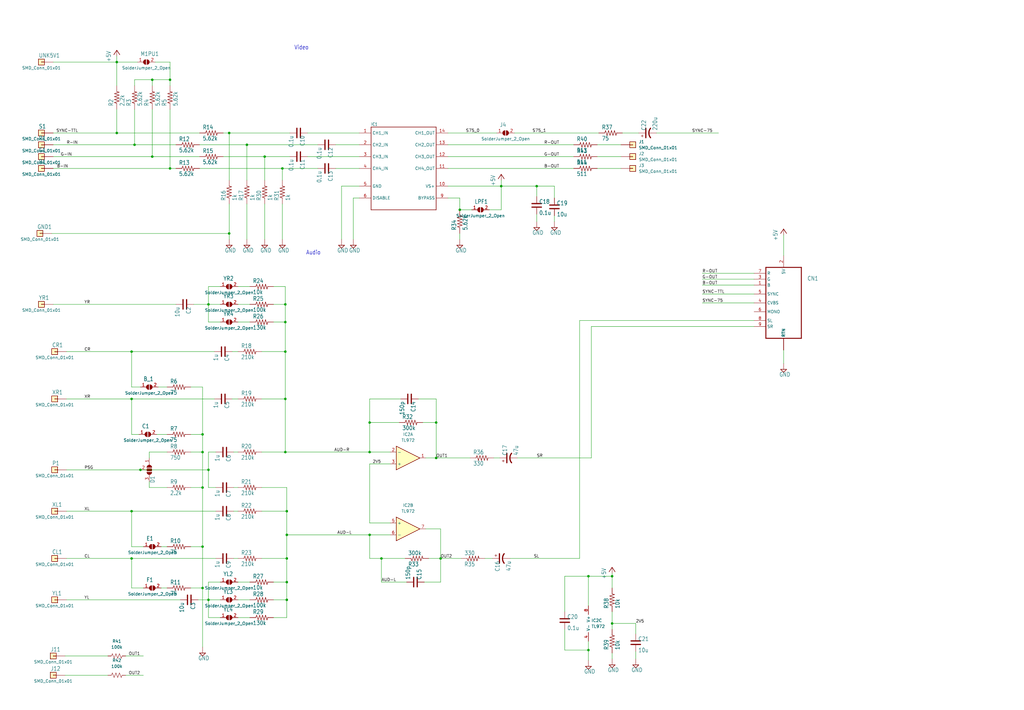
<source format=kicad_sch>
(kicad_sch (version 20211123) (generator eeschema)

  (uuid 6ca6b09e-e7f2-4cc4-bce6-f1e837cac5d3)

  (paper "User" 439.826 305.206)

  (lib_symbols
    (symbol "3bpV2A_RevC-eagle-import:+5V" (power) (in_bom yes) (on_board yes)
      (property "Reference" "#P+" (id 0) (at 0 0 0)
        (effects (font (size 1.27 1.27)) hide)
      )
      (property "Value" "+5V" (id 1) (at -2.54 -5.08 90)
        (effects (font (size 1.778 1.5113)) (justify left bottom))
      )
      (property "Footprint" "3bpV2A_RevC:" (id 2) (at 0 0 0)
        (effects (font (size 1.27 1.27)) hide)
      )
      (property "Datasheet" "" (id 3) (at 0 0 0)
        (effects (font (size 1.27 1.27)) hide)
      )
      (property "ki_locked" "" (id 4) (at 0 0 0)
        (effects (font (size 1.27 1.27)))
      )
      (symbol "+5V_1_0"
        (polyline
          (pts
            (xy 0 0)
            (xy -1.27 -1.905)
          )
          (stroke (width 0.254) (type default) (color 0 0 0 0))
          (fill (type none))
        )
        (polyline
          (pts
            (xy 1.27 -1.905)
            (xy 0 0)
          )
          (stroke (width 0.254) (type default) (color 0 0 0 0))
          (fill (type none))
        )
        (pin power_in line (at 0 -2.54 90) (length 2.54)
          (name "+5V" (effects (font (size 0 0))))
          (number "1" (effects (font (size 0 0))))
        )
      )
    )
    (symbol "3bpV2A_RevC-eagle-import:GND" (power) (in_bom yes) (on_board yes)
      (property "Reference" "#SUPPLY" (id 0) (at 0 0 0)
        (effects (font (size 1.27 1.27)) hide)
      )
      (property "Value" "GND" (id 1) (at -1.905 -3.175 0)
        (effects (font (size 1.778 1.5113)) (justify left bottom))
      )
      (property "Footprint" "3bpV2A_RevC:" (id 2) (at 0 0 0)
        (effects (font (size 1.27 1.27)) hide)
      )
      (property "Datasheet" "" (id 3) (at 0 0 0)
        (effects (font (size 1.27 1.27)) hide)
      )
      (property "ki_locked" "" (id 4) (at 0 0 0)
        (effects (font (size 1.27 1.27)))
      )
      (symbol "GND_1_0"
        (polyline
          (pts
            (xy -1.27 0)
            (xy 1.27 0)
          )
          (stroke (width 0.254) (type default) (color 0 0 0 0))
          (fill (type none))
        )
        (polyline
          (pts
            (xy 0 -1.27)
            (xy -1.27 0)
          )
          (stroke (width 0.254) (type default) (color 0 0 0 0))
          (fill (type none))
        )
        (polyline
          (pts
            (xy 1.27 0)
            (xy 0 -1.27)
          )
          (stroke (width 0.254) (type default) (color 0 0 0 0))
          (fill (type none))
        )
        (pin power_in line (at 0 2.54 270) (length 2.54)
          (name "GND" (effects (font (size 0 0))))
          (number "1" (effects (font (size 0 0))))
        )
      )
    )
    (symbol "3bpV2A_RevC-eagle-import:R-US_R0603" (in_bom yes) (on_board yes)
      (property "Reference" "R" (id 0) (at -3.81 1.4986 0)
        (effects (font (size 1.778 1.5113)) (justify left bottom))
      )
      (property "Value" "R-US_R0603" (id 1) (at -3.81 -3.302 0)
        (effects (font (size 1.778 1.5113)) (justify left bottom))
      )
      (property "Footprint" "3bpV2A_RevC:R0603" (id 2) (at 0 0 0)
        (effects (font (size 1.27 1.27)) hide)
      )
      (property "Datasheet" "" (id 3) (at 0 0 0)
        (effects (font (size 1.27 1.27)) hide)
      )
      (property "ki_locked" "" (id 4) (at 0 0 0)
        (effects (font (size 1.27 1.27)))
      )
      (symbol "R-US_R0603_1_0"
        (polyline
          (pts
            (xy -2.54 0)
            (xy -2.159 1.016)
          )
          (stroke (width 0.2032) (type default) (color 0 0 0 0))
          (fill (type none))
        )
        (polyline
          (pts
            (xy -2.159 1.016)
            (xy -1.524 -1.016)
          )
          (stroke (width 0.2032) (type default) (color 0 0 0 0))
          (fill (type none))
        )
        (polyline
          (pts
            (xy -1.524 -1.016)
            (xy -0.889 1.016)
          )
          (stroke (width 0.2032) (type default) (color 0 0 0 0))
          (fill (type none))
        )
        (polyline
          (pts
            (xy -0.889 1.016)
            (xy -0.254 -1.016)
          )
          (stroke (width 0.2032) (type default) (color 0 0 0 0))
          (fill (type none))
        )
        (polyline
          (pts
            (xy -0.254 -1.016)
            (xy 0.381 1.016)
          )
          (stroke (width 0.2032) (type default) (color 0 0 0 0))
          (fill (type none))
        )
        (polyline
          (pts
            (xy 0.381 1.016)
            (xy 1.016 -1.016)
          )
          (stroke (width 0.2032) (type default) (color 0 0 0 0))
          (fill (type none))
        )
        (polyline
          (pts
            (xy 1.016 -1.016)
            (xy 1.651 1.016)
          )
          (stroke (width 0.2032) (type default) (color 0 0 0 0))
          (fill (type none))
        )
        (polyline
          (pts
            (xy 1.651 1.016)
            (xy 2.286 -1.016)
          )
          (stroke (width 0.2032) (type default) (color 0 0 0 0))
          (fill (type none))
        )
        (polyline
          (pts
            (xy 2.286 -1.016)
            (xy 2.54 0)
          )
          (stroke (width 0.2032) (type default) (color 0 0 0 0))
          (fill (type none))
        )
        (pin passive line (at -5.08 0 0) (length 2.54)
          (name "1" (effects (font (size 0 0))))
          (number "1" (effects (font (size 0 0))))
        )
        (pin passive line (at 5.08 0 180) (length 2.54)
          (name "2" (effects (font (size 0 0))))
          (number "2" (effects (font (size 0 0))))
        )
      )
    )
    (symbol "Device:C" (pin_numbers hide) (pin_names (offset 0.254)) (in_bom yes) (on_board yes)
      (property "Reference" "C" (id 0) (at 0.635 2.54 0)
        (effects (font (size 1.27 1.27)) (justify left))
      )
      (property "Value" "C" (id 1) (at 0.635 -2.54 0)
        (effects (font (size 1.27 1.27)) (justify left))
      )
      (property "Footprint" "" (id 2) (at 0.9652 -3.81 0)
        (effects (font (size 1.27 1.27)) hide)
      )
      (property "Datasheet" "~" (id 3) (at 0 0 0)
        (effects (font (size 1.27 1.27)) hide)
      )
      (property "ki_keywords" "cap capacitor" (id 4) (at 0 0 0)
        (effects (font (size 1.27 1.27)) hide)
      )
      (property "ki_description" "Unpolarized capacitor" (id 5) (at 0 0 0)
        (effects (font (size 1.27 1.27)) hide)
      )
      (property "ki_fp_filters" "C_*" (id 6) (at 0 0 0)
        (effects (font (size 1.27 1.27)) hide)
      )
      (symbol "C_0_1"
        (polyline
          (pts
            (xy -2.032 -0.762)
            (xy 2.032 -0.762)
          )
          (stroke (width 0.508) (type default) (color 0 0 0 0))
          (fill (type none))
        )
        (polyline
          (pts
            (xy -2.032 0.762)
            (xy 2.032 0.762)
          )
          (stroke (width 0.508) (type default) (color 0 0 0 0))
          (fill (type none))
        )
      )
      (symbol "C_1_1"
        (pin passive line (at 0 3.81 270) (length 2.794)
          (name "~" (effects (font (size 1.27 1.27))))
          (number "1" (effects (font (size 1.27 1.27))))
        )
        (pin passive line (at 0 -3.81 90) (length 2.794)
          (name "~" (effects (font (size 1.27 1.27))))
          (number "2" (effects (font (size 1.27 1.27))))
        )
      )
    )
    (symbol "Device:C_Polarized_US" (pin_numbers hide) (pin_names (offset 0.254) hide) (in_bom yes) (on_board yes)
      (property "Reference" "C" (id 0) (at 0.635 2.54 0)
        (effects (font (size 1.27 1.27)) (justify left))
      )
      (property "Value" "C_Polarized_US" (id 1) (at 0.635 -2.54 0)
        (effects (font (size 1.27 1.27)) (justify left))
      )
      (property "Footprint" "" (id 2) (at 0 0 0)
        (effects (font (size 1.27 1.27)) hide)
      )
      (property "Datasheet" "~" (id 3) (at 0 0 0)
        (effects (font (size 1.27 1.27)) hide)
      )
      (property "ki_keywords" "cap capacitor" (id 4) (at 0 0 0)
        (effects (font (size 1.27 1.27)) hide)
      )
      (property "ki_description" "Polarized capacitor, US symbol" (id 5) (at 0 0 0)
        (effects (font (size 1.27 1.27)) hide)
      )
      (property "ki_fp_filters" "CP_*" (id 6) (at 0 0 0)
        (effects (font (size 1.27 1.27)) hide)
      )
      (symbol "C_Polarized_US_0_1"
        (polyline
          (pts
            (xy -2.032 0.762)
            (xy 2.032 0.762)
          )
          (stroke (width 0.508) (type default) (color 0 0 0 0))
          (fill (type none))
        )
        (polyline
          (pts
            (xy -1.778 2.286)
            (xy -0.762 2.286)
          )
          (stroke (width 0) (type default) (color 0 0 0 0))
          (fill (type none))
        )
        (polyline
          (pts
            (xy -1.27 1.778)
            (xy -1.27 2.794)
          )
          (stroke (width 0) (type default) (color 0 0 0 0))
          (fill (type none))
        )
        (arc (start 2.032 -1.27) (mid 0 -0.5572) (end -2.032 -1.27)
          (stroke (width 0.508) (type default) (color 0 0 0 0))
          (fill (type none))
        )
      )
      (symbol "C_Polarized_US_1_1"
        (pin passive line (at 0 3.81 270) (length 2.794)
          (name "~" (effects (font (size 1.27 1.27))))
          (number "1" (effects (font (size 1.27 1.27))))
        )
        (pin passive line (at 0 -3.81 90) (length 3.302)
          (name "~" (effects (font (size 1.27 1.27))))
          (number "2" (effects (font (size 1.27 1.27))))
        )
      )
    )
    (symbol "Device:R_US" (pin_numbers hide) (pin_names (offset 0)) (in_bom yes) (on_board yes)
      (property "Reference" "R" (id 0) (at 2.54 0 90)
        (effects (font (size 1.27 1.27)))
      )
      (property "Value" "R_US" (id 1) (at -2.54 0 90)
        (effects (font (size 1.27 1.27)))
      )
      (property "Footprint" "" (id 2) (at 1.016 -0.254 90)
        (effects (font (size 1.27 1.27)) hide)
      )
      (property "Datasheet" "~" (id 3) (at 0 0 0)
        (effects (font (size 1.27 1.27)) hide)
      )
      (property "ki_keywords" "R res resistor" (id 4) (at 0 0 0)
        (effects (font (size 1.27 1.27)) hide)
      )
      (property "ki_description" "Resistor, US symbol" (id 5) (at 0 0 0)
        (effects (font (size 1.27 1.27)) hide)
      )
      (property "ki_fp_filters" "R_*" (id 6) (at 0 0 0)
        (effects (font (size 1.27 1.27)) hide)
      )
      (symbol "R_US_0_1"
        (polyline
          (pts
            (xy 0 -2.286)
            (xy 0 -2.54)
          )
          (stroke (width 0) (type default) (color 0 0 0 0))
          (fill (type none))
        )
        (polyline
          (pts
            (xy 0 2.286)
            (xy 0 2.54)
          )
          (stroke (width 0) (type default) (color 0 0 0 0))
          (fill (type none))
        )
        (polyline
          (pts
            (xy 0 -0.762)
            (xy 1.016 -1.143)
            (xy 0 -1.524)
            (xy -1.016 -1.905)
            (xy 0 -2.286)
          )
          (stroke (width 0) (type default) (color 0 0 0 0))
          (fill (type none))
        )
        (polyline
          (pts
            (xy 0 0.762)
            (xy 1.016 0.381)
            (xy 0 0)
            (xy -1.016 -0.381)
            (xy 0 -0.762)
          )
          (stroke (width 0) (type default) (color 0 0 0 0))
          (fill (type none))
        )
        (polyline
          (pts
            (xy 0 2.286)
            (xy 1.016 1.905)
            (xy 0 1.524)
            (xy -1.016 1.143)
            (xy 0 0.762)
          )
          (stroke (width 0) (type default) (color 0 0 0 0))
          (fill (type none))
        )
      )
      (symbol "R_US_1_1"
        (pin passive line (at 0 3.81 270) (length 1.27)
          (name "~" (effects (font (size 1.27 1.27))))
          (number "1" (effects (font (size 1.27 1.27))))
        )
        (pin passive line (at 0 -3.81 90) (length 1.27)
          (name "~" (effects (font (size 1.27 1.27))))
          (number "2" (effects (font (size 1.27 1.27))))
        )
      )
    )
    (symbol "Jumper:SolderJumper_2_Open" (pin_names (offset 0) hide) (in_bom yes) (on_board yes)
      (property "Reference" "JP" (id 0) (at 0 2.032 0)
        (effects (font (size 1.27 1.27)))
      )
      (property "Value" "SolderJumper_2_Open" (id 1) (at 0 -2.54 0)
        (effects (font (size 1.27 1.27)))
      )
      (property "Footprint" "" (id 2) (at 0 0 0)
        (effects (font (size 1.27 1.27)) hide)
      )
      (property "Datasheet" "~" (id 3) (at 0 0 0)
        (effects (font (size 1.27 1.27)) hide)
      )
      (property "ki_keywords" "solder jumper SPST" (id 4) (at 0 0 0)
        (effects (font (size 1.27 1.27)) hide)
      )
      (property "ki_description" "Solder Jumper, 2-pole, open" (id 5) (at 0 0 0)
        (effects (font (size 1.27 1.27)) hide)
      )
      (property "ki_fp_filters" "SolderJumper*Open*" (id 6) (at 0 0 0)
        (effects (font (size 1.27 1.27)) hide)
      )
      (symbol "SolderJumper_2_Open_0_1"
        (arc (start -0.254 1.016) (mid -1.27 0) (end -0.254 -1.016)
          (stroke (width 0) (type default) (color 0 0 0 0))
          (fill (type none))
        )
        (arc (start -0.254 1.016) (mid -1.27 0) (end -0.254 -1.016)
          (stroke (width 0) (type default) (color 0 0 0 0))
          (fill (type outline))
        )
        (polyline
          (pts
            (xy -0.254 1.016)
            (xy -0.254 -1.016)
          )
          (stroke (width 0) (type default) (color 0 0 0 0))
          (fill (type none))
        )
        (polyline
          (pts
            (xy 0.254 1.016)
            (xy 0.254 -1.016)
          )
          (stroke (width 0) (type default) (color 0 0 0 0))
          (fill (type none))
        )
        (arc (start 0.254 -1.016) (mid 1.27 0) (end 0.254 1.016)
          (stroke (width 0) (type default) (color 0 0 0 0))
          (fill (type none))
        )
        (arc (start 0.254 -1.016) (mid 1.27 0) (end 0.254 1.016)
          (stroke (width 0) (type default) (color 0 0 0 0))
          (fill (type outline))
        )
      )
      (symbol "SolderJumper_2_Open_1_1"
        (pin passive line (at -3.81 0 0) (length 2.54)
          (name "A" (effects (font (size 1.27 1.27))))
          (number "1" (effects (font (size 1.27 1.27))))
        )
        (pin passive line (at 3.81 0 180) (length 2.54)
          (name "B" (effects (font (size 1.27 1.27))))
          (number "2" (effects (font (size 1.27 1.27))))
        )
      )
    )
    (symbol "Jumper:SolderJumper_3_Open" (pin_names (offset 0) hide) (in_bom yes) (on_board yes)
      (property "Reference" "JP" (id 0) (at -2.54 -2.54 0)
        (effects (font (size 1.27 1.27)))
      )
      (property "Value" "SolderJumper_3_Open" (id 1) (at 0 2.794 0)
        (effects (font (size 1.27 1.27)))
      )
      (property "Footprint" "" (id 2) (at 0 0 0)
        (effects (font (size 1.27 1.27)) hide)
      )
      (property "Datasheet" "~" (id 3) (at 0 0 0)
        (effects (font (size 1.27 1.27)) hide)
      )
      (property "ki_keywords" "Solder Jumper SPDT" (id 4) (at 0 0 0)
        (effects (font (size 1.27 1.27)) hide)
      )
      (property "ki_description" "Solder Jumper, 3-pole, open" (id 5) (at 0 0 0)
        (effects (font (size 1.27 1.27)) hide)
      )
      (property "ki_fp_filters" "SolderJumper*Open*" (id 6) (at 0 0 0)
        (effects (font (size 1.27 1.27)) hide)
      )
      (symbol "SolderJumper_3_Open_0_1"
        (arc (start -1.016 1.016) (mid -2.032 0) (end -1.016 -1.016)
          (stroke (width 0) (type default) (color 0 0 0 0))
          (fill (type none))
        )
        (arc (start -1.016 1.016) (mid -2.032 0) (end -1.016 -1.016)
          (stroke (width 0) (type default) (color 0 0 0 0))
          (fill (type outline))
        )
        (rectangle (start -0.508 1.016) (end 0.508 -1.016)
          (stroke (width 0) (type default) (color 0 0 0 0))
          (fill (type outline))
        )
        (polyline
          (pts
            (xy -2.54 0)
            (xy -2.032 0)
          )
          (stroke (width 0) (type default) (color 0 0 0 0))
          (fill (type none))
        )
        (polyline
          (pts
            (xy -1.016 1.016)
            (xy -1.016 -1.016)
          )
          (stroke (width 0) (type default) (color 0 0 0 0))
          (fill (type none))
        )
        (polyline
          (pts
            (xy 0 -1.27)
            (xy 0 -1.016)
          )
          (stroke (width 0) (type default) (color 0 0 0 0))
          (fill (type none))
        )
        (polyline
          (pts
            (xy 1.016 1.016)
            (xy 1.016 -1.016)
          )
          (stroke (width 0) (type default) (color 0 0 0 0))
          (fill (type none))
        )
        (polyline
          (pts
            (xy 2.54 0)
            (xy 2.032 0)
          )
          (stroke (width 0) (type default) (color 0 0 0 0))
          (fill (type none))
        )
        (arc (start 1.016 -1.016) (mid 2.032 0) (end 1.016 1.016)
          (stroke (width 0) (type default) (color 0 0 0 0))
          (fill (type none))
        )
        (arc (start 1.016 -1.016) (mid 2.032 0) (end 1.016 1.016)
          (stroke (width 0) (type default) (color 0 0 0 0))
          (fill (type outline))
        )
      )
      (symbol "SolderJumper_3_Open_1_1"
        (pin passive line (at -5.08 0 0) (length 2.54)
          (name "A" (effects (font (size 1.27 1.27))))
          (number "1" (effects (font (size 1.27 1.27))))
        )
        (pin passive line (at 0 -3.81 90) (length 2.54)
          (name "C" (effects (font (size 1.27 1.27))))
          (number "2" (effects (font (size 1.27 1.27))))
        )
        (pin passive line (at 5.08 0 180) (length 2.54)
          (name "B" (effects (font (size 1.27 1.27))))
          (number "3" (effects (font (size 1.27 1.27))))
        )
      )
    )
    (symbol "My_Library:MD-90SM_MD2" (in_bom yes) (on_board yes)
      (property "Reference" "J" (id 0) (at 2.54 17.145 0)
        (effects (font (size 1.778 1.5113)) (justify left bottom))
      )
      (property "Value" "MD-90SM_MD2" (id 1) (at 15.24 12.7 0)
        (effects (font (size 1.27 1.27)) hide)
      )
      (property "Footprint" "SnapEDA:CUI_MD-90SM" (id 2) (at 21.59 15.24 0)
        (effects (font (size 1.27 1.27)) hide)
      )
      (property "Datasheet" "" (id 3) (at -7.62 6.35 0)
        (effects (font (size 1.27 1.27)) hide)
      )
      (symbol "MD-90SM_MD2_1_0"
        (polyline
          (pts
            (xy -7.62 -13.97)
            (xy 7.62 -13.97)
          )
          (stroke (width 0.4064) (type default) (color 0 0 0 0))
          (fill (type none))
        )
        (polyline
          (pts
            (xy -7.62 16.51)
            (xy -7.62 -13.97)
          )
          (stroke (width 0.4064) (type default) (color 0 0 0 0))
          (fill (type none))
        )
        (polyline
          (pts
            (xy 7.62 -13.97)
            (xy 7.62 16.51)
          )
          (stroke (width 0.4064) (type default) (color 0 0 0 0))
          (fill (type none))
        )
        (polyline
          (pts
            (xy 7.62 16.51)
            (xy -7.62 16.51)
          )
          (stroke (width 0.4064) (type default) (color 0 0 0 0))
          (fill (type none))
        )
        (pin bidirectional line (at -12.7 8.89 0) (length 5.08)
          (name "B" (effects (font (size 1.27 1.27))))
          (number "1" (effects (font (size 1.27 1.27))))
        )
        (pin bidirectional line (at 0 21.59 270) (length 5.08)
          (name "5V" (effects (font (size 1.27 1.27))))
          (number "2" (effects (font (size 1.27 1.27))))
        )
        (pin bidirectional line (at -12.7 11.43 0) (length 5.08)
          (name "G" (effects (font (size 1.27 1.27))))
          (number "3" (effects (font (size 1.27 1.27))))
        )
        (pin bidirectional line (at -12.7 1.27 0) (length 5.08)
          (name "CVBS" (effects (font (size 1.27 1.27))))
          (number "4" (effects (font (size 1.27 1.27))))
        )
        (pin bidirectional line (at -12.7 5.08 0) (length 5.08)
          (name "SYNC" (effects (font (size 1.27 1.27))))
          (number "5" (effects (font (size 1.27 1.27))))
        )
        (pin bidirectional line (at -12.7 -2.54 0) (length 5.08)
          (name "MONO" (effects (font (size 1.27 1.27))))
          (number "6" (effects (font (size 1.27 1.27))))
        )
        (pin bidirectional line (at -12.7 13.97 0) (length 5.08)
          (name "R" (effects (font (size 1.27 1.27))))
          (number "7" (effects (font (size 1.27 1.27))))
        )
        (pin bidirectional line (at -12.7 -6.35 0) (length 5.08)
          (name "SL" (effects (font (size 1.27 1.27))))
          (number "8" (effects (font (size 1.27 1.27))))
        )
        (pin bidirectional line (at -12.7 -8.89 0) (length 5.08)
          (name "SR" (effects (font (size 1.27 1.27))))
          (number "9" (effects (font (size 1.27 1.27))))
        )
        (pin bidirectional line (at 0 -19.05 90) (length 5.08)
          (name "RTN" (effects (font (size 1.27 1.27))))
          (number "S1" (effects (font (size 0 0))))
        )
        (pin bidirectional line (at 0 -19.05 90) (length 5.08)
          (name "RTN" (effects (font (size 1.27 1.27))))
          (number "S2" (effects (font (size 0 0))))
        )
        (pin bidirectional line (at 0 -19.05 90) (length 5.08)
          (name "RTN" (effects (font (size 1.27 1.27))))
          (number "S3" (effects (font (size 0 0))))
        )
      )
    )
    (symbol "My_Library:SMD_Conn_01x01" (pin_numbers hide) (pin_names (offset 1.016) hide) (in_bom no) (on_board yes)
      (property "Reference" "J" (id 0) (at 0 2.54 0)
        (effects (font (size 1.27 1.27)))
      )
      (property "Value" "SMD_Conn_01x01" (id 1) (at 0 -2.54 0)
        (effects (font (size 1.27 1.27)))
      )
      (property "Footprint" "MyLibrary:SolderWirePad_1x01_SMD_1x2mm" (id 2) (at 0 0 0)
        (effects (font (size 1.27 1.27)) hide)
      )
      (property "Datasheet" "~" (id 3) (at 0 0 0)
        (effects (font (size 1.27 1.27)) hide)
      )
      (property "ki_keywords" "connector" (id 4) (at 0 0 0)
        (effects (font (size 1.27 1.27)) hide)
      )
      (property "ki_description" "Generic connector, single row, 01x01, script generated (kicad-library-utils/schlib/autogen/connector/)" (id 5) (at 0 0 0)
        (effects (font (size 1.27 1.27)) hide)
      )
      (property "ki_fp_filters" "Connector*:*_1x??_*" (id 6) (at 0 0 0)
        (effects (font (size 1.27 1.27)) hide)
      )
      (symbol "SMD_Conn_01x01_1_1"
        (rectangle (start 1.27 -1.27) (end -1.27 1.27)
          (stroke (width 0.254) (type default) (color 0 0 0 0))
          (fill (type background))
        )
        (rectangle (start 1.27 -0.127) (end 0 0.127)
          (stroke (width 0.1524) (type default) (color 0 0 0 0))
          (fill (type none))
        )
        (pin passive line (at 5.08 0 180) (length 3.81)
          (name "Pin_1" (effects (font (size 1.27 1.27))))
          (number "1" (effects (font (size 1.27 1.27))))
        )
      )
    )
    (symbol "My_Library:THS7374" (in_bom yes) (on_board yes)
      (property "Reference" "IC" (id 0) (at -10.16 10.668 0)
        (effects (font (size 1.27 1.0795)) (justify left bottom))
      )
      (property "Value" "THS7374" (id 1) (at 0 0 0)
        (effects (font (size 1.27 1.27)) hide)
      )
      (property "Footprint" "Package_SO:TSSOP-14_4.4x5mm_P0.65mm" (id 2) (at 0 0 0)
        (effects (font (size 1.27 1.27)) hide)
      )
      (property "Datasheet" "" (id 3) (at 0 0 0)
        (effects (font (size 1.27 1.27)) hide)
      )
      (symbol "THS7374_1_0"
        (polyline
          (pts
            (xy -10.16 -25.4)
            (xy 17.78 -25.4)
          )
          (stroke (width 0.254) (type default) (color 0 0 0 0))
          (fill (type none))
        )
        (polyline
          (pts
            (xy -10.16 10.16)
            (xy -10.16 -25.4)
          )
          (stroke (width 0.254) (type default) (color 0 0 0 0))
          (fill (type none))
        )
        (polyline
          (pts
            (xy 17.78 -25.4)
            (xy 17.78 10.16)
          )
          (stroke (width 0.254) (type default) (color 0 0 0 0))
          (fill (type none))
        )
        (polyline
          (pts
            (xy 17.78 10.16)
            (xy -10.16 10.16)
          )
          (stroke (width 0.254) (type default) (color 0 0 0 0))
          (fill (type none))
        )
        (pin bidirectional line (at -15.24 7.62 0) (length 5.08)
          (name "CH1_IN" (effects (font (size 1.27 1.27))))
          (number "1" (effects (font (size 1.27 1.27))))
        )
        (pin bidirectional line (at 22.86 -15.24 180) (length 5.08)
          (name "VS+" (effects (font (size 1.27 1.27))))
          (number "10" (effects (font (size 1.27 1.27))))
        )
        (pin bidirectional line (at 22.86 -7.62 180) (length 5.08)
          (name "CH4_OUT" (effects (font (size 1.27 1.27))))
          (number "11" (effects (font (size 1.27 1.27))))
        )
        (pin bidirectional line (at 22.86 -2.54 180) (length 5.08)
          (name "CH3_OUT" (effects (font (size 1.27 1.27))))
          (number "12" (effects (font (size 1.27 1.27))))
        )
        (pin bidirectional line (at 22.86 2.54 180) (length 5.08)
          (name "CH2_OUT" (effects (font (size 1.27 1.27))))
          (number "13" (effects (font (size 1.27 1.27))))
        )
        (pin bidirectional line (at 22.86 7.62 180) (length 5.08)
          (name "CH1_OUT" (effects (font (size 1.27 1.27))))
          (number "14" (effects (font (size 1.27 1.27))))
        )
        (pin bidirectional line (at -15.24 2.54 0) (length 5.08)
          (name "CH2_IN" (effects (font (size 1.27 1.27))))
          (number "2" (effects (font (size 1.27 1.27))))
        )
        (pin bidirectional line (at -15.24 -2.54 0) (length 5.08)
          (name "CH3_IN" (effects (font (size 1.27 1.27))))
          (number "3" (effects (font (size 1.27 1.27))))
        )
        (pin bidirectional line (at -15.24 -7.62 0) (length 5.08)
          (name "CH4_IN" (effects (font (size 1.27 1.27))))
          (number "4" (effects (font (size 1.27 1.27))))
        )
        (pin bidirectional line (at -15.24 -15.24 0) (length 5.08)
          (name "GND" (effects (font (size 1.27 1.27))))
          (number "5" (effects (font (size 1.27 1.27))))
        )
        (pin bidirectional line (at -15.24 -20.32 0) (length 5.08)
          (name "DISABLE" (effects (font (size 1.27 1.27))))
          (number "6" (effects (font (size 1.27 1.27))))
        )
        (pin bidirectional line (at 22.86 -20.32 180) (length 5.08)
          (name "BYPASS" (effects (font (size 1.27 1.27))))
          (number "9" (effects (font (size 1.27 1.27))))
        )
      )
    )
    (symbol "My_Library:TL972" (in_bom yes) (on_board yes)
      (property "Reference" "U" (id 0) (at 0 5.08 0)
        (effects (font (size 1.27 1.27)) (justify left))
      )
      (property "Value" "TL972" (id 1) (at 0 -5.08 0)
        (effects (font (size 1.27 1.27)) (justify left))
      )
      (property "Footprint" "Package_SO:SOIC-8_3.9x4.9mm_P1.27mm" (id 2) (at 0 0 0)
        (effects (font (size 1.27 1.27)) hide)
      )
      (property "Datasheet" "~" (id 3) (at 0 0 0)
        (effects (font (size 1.27 1.27)) hide)
      )
      (property "ki_locked" "" (id 4) (at 0 0 0)
        (effects (font (size 1.27 1.27)))
      )
      (property "ki_keywords" "dual opamp" (id 5) (at 0 0 0)
        (effects (font (size 1.27 1.27)) hide)
      )
      (property "ki_description" "Dual operational amplifier" (id 6) (at 0 0 0)
        (effects (font (size 1.27 1.27)) hide)
      )
      (property "ki_fp_filters" "SOIC*3.9x4.9mm*P1.27mm* DIP*W7.62mm* MSOP*3x3mm*P0.65mm* SSOP*2.95x2.8mm*P0.65mm* TSSOP*3x3mm*P0.65mm* VSSOP*P0.5mm* TO?99*" (id 7) (at 0 0 0)
        (effects (font (size 1.27 1.27)) hide)
      )
      (symbol "TL972_1_1"
        (polyline
          (pts
            (xy -5.08 5.08)
            (xy 5.08 0)
            (xy -5.08 -5.08)
            (xy -5.08 5.08)
          )
          (stroke (width 0.254) (type default) (color 0 0 0 0))
          (fill (type background))
        )
        (pin output line (at 7.62 0 180) (length 2.54)
          (name "~" (effects (font (size 1.27 1.27))))
          (number "1" (effects (font (size 1.27 1.27))))
        )
        (pin input line (at -7.62 -2.54 0) (length 2.54)
          (name "-" (effects (font (size 1.27 1.27))))
          (number "2" (effects (font (size 1.27 1.27))))
        )
        (pin input line (at -7.62 2.54 0) (length 2.54)
          (name "+" (effects (font (size 1.27 1.27))))
          (number "3" (effects (font (size 1.27 1.27))))
        )
      )
      (symbol "TL972_2_1"
        (polyline
          (pts
            (xy -5.08 5.08)
            (xy 5.08 0)
            (xy -5.08 -5.08)
            (xy -5.08 5.08)
          )
          (stroke (width 0.254) (type default) (color 0 0 0 0))
          (fill (type background))
        )
        (pin input line (at -7.62 2.54 0) (length 2.54)
          (name "+" (effects (font (size 1.27 1.27))))
          (number "5" (effects (font (size 1.27 1.27))))
        )
        (pin input line (at -7.62 -2.54 0) (length 2.54)
          (name "-" (effects (font (size 1.27 1.27))))
          (number "6" (effects (font (size 1.27 1.27))))
        )
        (pin output line (at 7.62 0 180) (length 2.54)
          (name "~" (effects (font (size 1.27 1.27))))
          (number "7" (effects (font (size 1.27 1.27))))
        )
      )
      (symbol "TL972_3_1"
        (pin power_in line (at -2.54 -7.62 90) (length 3.81)
          (name "V-" (effects (font (size 1.27 1.27))))
          (number "4" (effects (font (size 1.27 1.27))))
        )
        (pin power_in line (at -2.54 7.62 270) (length 3.81)
          (name "V+" (effects (font (size 1.27 1.27))))
          (number "8" (effects (font (size 1.27 1.27))))
        )
      )
    )
  )

  (junction (at 158.75 229.87) (diameter 0) (color 0 0 0 0)
    (uuid 00496162-0ab8-49c2-b9fd-20751dec073b)
  )
  (junction (at 56.515 171.45) (diameter 0) (color 0 0 0 0)
    (uuid 0a528d9f-5e9f-458e-8161-284dbb5f609b)
  )
  (junction (at 60.325 201.93) (diameter 0) (color 0 0 0 0)
    (uuid 0ba7c7ab-87e2-4142-b05e-b2e168938d68)
  )
  (junction (at 57.785 62.23) (diameter 0) (color 0 0 0 0)
    (uuid 160565d5-4528-4ada-962d-f6d946230503)
  )
  (junction (at 158.75 181.61) (diameter 0) (color 0 0 0 0)
    (uuid 1d4d3eb5-b398-470e-9e88-ffdc25ad89f6)
  )
  (junction (at 123.19 250.19) (diameter 0) (color 0 0 0 0)
    (uuid 27b7543a-01c5-4deb-b30a-d46d876b8525)
  )
  (junction (at 262.89 267.97) (diameter 0) (color 0 0 0 0)
    (uuid 2a8d0161-6f79-423f-9444-8128bf1eb51d)
  )
  (junction (at 187.325 196.85) (diameter 0) (color 0 0 0 0)
    (uuid 2e77b4b0-b072-4925-adc7-c1d2e7a9d83a)
  )
  (junction (at 163.83 240.03) (diameter 0) (color 0 0 0 0)
    (uuid 34b8befd-8288-4131-bbe0-1718303c1add)
  )
  (junction (at 252.73 279.4) (diameter 0) (color 0 0 0 0)
    (uuid 36ed6478-8ee4-45b1-a0f0-ed427e7b1ee7)
  )
  (junction (at 89.535 130.81) (diameter 0) (color 0 0 0 0)
    (uuid 392b55ac-1125-4f7c-970f-1d982e8f40c4)
  )
  (junction (at 187.325 181.61) (diameter 0) (color 0 0 0 0)
    (uuid 3b51ec9c-7589-4842-95cf-d99b190796c2)
  )
  (junction (at 89.535 201.93) (diameter 0) (color 0 0 0 0)
    (uuid 3c732b6c-1f7e-4e32-bfba-a6c7bfd9c54f)
  )
  (junction (at 197.485 90.17) (diameter 0) (color 0 0 0 0)
    (uuid 3c87ca13-7b6e-4c6b-a3a9-50c9580a483e)
  )
  (junction (at 123.19 240.03) (diameter 0) (color 0 0 0 0)
    (uuid 40c12490-e1f7-43ae-801f-05606bcf6a0e)
  )
  (junction (at 65.405 34.29) (diameter 0) (color 0 0 0 0)
    (uuid 423ae757-1cc5-4ddb-90f9-4c07b383dccf)
  )
  (junction (at 98.425 57.15) (diameter 0) (color 0 0 0 0)
    (uuid 42f132cf-0230-4299-a9e4-2946a8a66da4)
  )
  (junction (at 122.555 151.13) (diameter 0) (color 0 0 0 0)
    (uuid 53c69e90-b4f8-4865-a480-f01be54f31a6)
  )
  (junction (at 230.505 80.01) (diameter 0) (color 0 0 0 0)
    (uuid 541cac40-f960-4461-bfa9-fea6435b1e21)
  )
  (junction (at 123.19 229.87) (diameter 0) (color 0 0 0 0)
    (uuid 56e92464-e955-436a-9a60-d93242f901d9)
  )
  (junction (at 86.995 194.31) (diameter 0) (color 0 0 0 0)
    (uuid 6e3fb3ec-3b9e-4e3f-a5f3-f530f271f26e)
  )
  (junction (at 262.89 247.65) (diameter 0) (color 0 0 0 0)
    (uuid 72b8679a-dce2-4394-abd5-a23f760e6fce)
  )
  (junction (at 86.995 234.95) (diameter 0) (color 0 0 0 0)
    (uuid 8105a48e-ee65-49f6-8b76-0c5854c52a7c)
  )
  (junction (at 215.265 80.01) (diameter 0) (color 0 0 0 0)
    (uuid 811bcf7a-f3c6-4759-ab1f-950c94fe95c3)
  )
  (junction (at 56.515 151.13) (diameter 0) (color 0 0 0 0)
    (uuid 8285869f-9184-46e9-ac23-237a025b1b74)
  )
  (junction (at 56.515 219.71) (diameter 0) (color 0 0 0 0)
    (uuid 8794e980-c0f7-4e8a-8a28-2bd92601211c)
  )
  (junction (at 86.995 209.55) (diameter 0) (color 0 0 0 0)
    (uuid 8eacd129-e756-4c4e-b2fb-ae2a9948053d)
  )
  (junction (at 86.995 186.69) (diameter 0) (color 0 0 0 0)
    (uuid 918166eb-1de1-41a6-8a0c-42d318142377)
  )
  (junction (at 73.025 72.39) (diameter 0) (color 0 0 0 0)
    (uuid 94fc86e7-fed1-4094-8463-22a0f4dbff86)
  )
  (junction (at 56.515 240.03) (diameter 0) (color 0 0 0 0)
    (uuid 97dcd4fb-9f6c-4f77-902f-eb6a10265668)
  )
  (junction (at 189.23 240.03) (diameter 0) (color 0 0 0 0)
    (uuid 9a0e12a8-4c7f-41df-9988-bc119440121e)
  )
  (junction (at 50.165 26.67) (diameter 0) (color 0 0 0 0)
    (uuid a0deda11-8a4a-4261-b0e4-262ce4a4b727)
  )
  (junction (at 123.19 219.71) (diameter 0) (color 0 0 0 0)
    (uuid ae8a408e-fe96-4231-8d19-9673bf6f8a4d)
  )
  (junction (at 122.555 194.31) (diameter 0) (color 0 0 0 0)
    (uuid aff275d6-4035-4d34-8825-60b78ac8946d)
  )
  (junction (at 122.555 171.45) (diameter 0) (color 0 0 0 0)
    (uuid b795be8e-da1b-4509-9795-98a3efe57a01)
  )
  (junction (at 158.75 194.31) (diameter 0) (color 0 0 0 0)
    (uuid b7dd22e9-707c-4836-ab88-ee05105844f6)
  )
  (junction (at 121.285 72.39) (diameter 0) (color 0 0 0 0)
    (uuid bf3d177b-cd00-4f43-af22-89f3ddac0385)
  )
  (junction (at 65.405 67.31) (diameter 0) (color 0 0 0 0)
    (uuid c1baec49-d2bc-4801-9da9-0b5e14183540)
  )
  (junction (at 123.19 257.81) (diameter 0) (color 0 0 0 0)
    (uuid c6c026ee-33ec-4c65-ab00-2a794ec2fa98)
  )
  (junction (at 86.995 252.73) (diameter 0) (color 0 0 0 0)
    (uuid ca1f7da5-0cc8-4b51-91a5-4ef01aa18f63)
  )
  (junction (at 113.665 67.31) (diameter 0) (color 0 0 0 0)
    (uuid ca290200-612b-4d48-93d0-8c974b224643)
  )
  (junction (at 106.045 62.23) (diameter 0) (color 0 0 0 0)
    (uuid d294c48d-460f-4d7d-920a-d4f9a488c54f)
  )
  (junction (at 252.73 247.65) (diameter 0) (color 0 0 0 0)
    (uuid dac9950f-0027-4105-8f1e-a6d423424827)
  )
  (junction (at 122.555 130.81) (diameter 0) (color 0 0 0 0)
    (uuid ddd1c465-aad4-426a-b21d-6e3f32d93e86)
  )
  (junction (at 98.425 100.33) (diameter 0) (color 0 0 0 0)
    (uuid f1ed626f-c7f8-4018-add9-40e4fa678207)
  )
  (junction (at 50.165 57.15) (diameter 0) (color 0 0 0 0)
    (uuid f56d3ba8-b4d9-46f8-8ac5-95612937b2c1)
  )
  (junction (at 89.535 257.81) (diameter 0) (color 0 0 0 0)
    (uuid f5f39deb-3cbb-4bfd-9df6-a9e339940876)
  )
  (junction (at 73.025 34.29) (diameter 0) (color 0 0 0 0)
    (uuid fddcb04e-cda2-4a6d-9ac8-3377c1162bea)
  )
  (junction (at 122.555 138.43) (diameter 0) (color 0 0 0 0)
    (uuid ff987d4e-eaf6-41cf-b190-eb4ddef9b197)
  )

  (wire (pts (xy 123.19 257.81) (xy 123.19 265.43))
    (stroke (width 0) (type default) (color 0 0 0 0))
    (uuid 05576d57-3ca7-4829-b3c4-e41e7bc09bc8)
  )
  (wire (pts (xy 94.615 138.43) (xy 89.535 138.43))
    (stroke (width 0) (type default) (color 0 0 0 0))
    (uuid 05b71686-13fe-4f49-8641-e8dbe64cd660)
  )
  (wire (pts (xy 28.575 201.93) (xy 60.325 201.93))
    (stroke (width 0) (type default) (color 0 0 0 0))
    (uuid 0643c85b-d7fe-4db6-8045-98a1b7632385)
  )
  (wire (pts (xy 273.05 267.97) (xy 262.89 267.97))
    (stroke (width 0) (type default) (color 0 0 0 0))
    (uuid 07d1de48-2141-4c23-a2c2-1a3495530cc8)
  )
  (wire (pts (xy 112.395 171.45) (xy 122.555 171.45))
    (stroke (width 0) (type default) (color 0 0 0 0))
    (uuid 0a0a4912-afab-478c-a44b-756aaae1731b)
  )
  (wire (pts (xy 60.325 201.93) (xy 89.535 201.93))
    (stroke (width 0) (type default) (color 0 0 0 0))
    (uuid 0a988634-d453-4a29-ba55-e78f04176b55)
  )
  (wire (pts (xy 192.405 57.15) (xy 213.36 57.15))
    (stroke (width 0) (type default) (color 0 0 0 0))
    (uuid 0cb1ed49-eebd-42c9-899e-aa9d1e806836)
  )
  (wire (pts (xy 102.235 130.81) (xy 107.315 130.81))
    (stroke (width 0) (type default) (color 0 0 0 0))
    (uuid 0d1363a5-e439-4769-ae8b-cc84f072f489)
  )
  (wire (pts (xy 136.525 72.39) (xy 121.285 72.39))
    (stroke (width 0) (type default) (color 0 0 0 0))
    (uuid 0f615361-8e94-4581-ab2b-32c74934bf1b)
  )
  (wire (pts (xy 256.54 62.23) (xy 266.7 62.23))
    (stroke (width 0) (type default) (color 0 0 0 0))
    (uuid 0fe8669a-33f2-452a-b510-eb18c3dd920d)
  )
  (wire (pts (xy 60.325 166.37) (xy 56.515 166.37))
    (stroke (width 0) (type default) (color 0 0 0 0))
    (uuid 11bf88a5-cfef-4eb0-8012-f50c0f06a19d)
  )
  (wire (pts (xy 112.395 240.03) (xy 123.19 240.03))
    (stroke (width 0) (type default) (color 0 0 0 0))
    (uuid 145671a8-4702-4226-b800-a68193afb474)
  )
  (wire (pts (xy 132.08 57.15) (xy 154.305 57.15))
    (stroke (width 0) (type default) (color 0 0 0 0))
    (uuid 14bb1d35-452c-4cbe-b902-cd6e0288db80)
  )
  (wire (pts (xy 22.86 130.81) (xy 75.565 130.81))
    (stroke (width 0) (type default) (color 0 0 0 0))
    (uuid 15777aa2-3a61-4033-906d-47f18b80001d)
  )
  (wire (pts (xy 122.555 171.45) (xy 122.555 151.13))
    (stroke (width 0) (type default) (color 0 0 0 0))
    (uuid 16b86b69-1a7a-404f-8430-d2a09b4c54b2)
  )
  (wire (pts (xy 121.285 77.47) (xy 121.285 72.39))
    (stroke (width 0) (type default) (color 0 0 0 0))
    (uuid 16f5dd43-ce6c-4b50-8000-d9ba7482dd45)
  )
  (wire (pts (xy 113.665 67.31) (xy 124.46 67.31))
    (stroke (width 0) (type default) (color 0 0 0 0))
    (uuid 1771739f-5d79-4cf5-851b-89d5fa185ce5)
  )
  (wire (pts (xy 50.165 26.67) (xy 50.165 24.13))
    (stroke (width 0) (type default) (color 0 0 0 0))
    (uuid 187932e8-679a-47b4-a9ce-53a93910ecf3)
  )
  (wire (pts (xy 92.71 240.03) (xy 56.515 240.03))
    (stroke (width 0) (type default) (color 0 0 0 0))
    (uuid 18b8fe35-fb98-4535-97fe-89a04c60d2b2)
  )
  (wire (pts (xy 28.575 171.45) (xy 56.515 171.45))
    (stroke (width 0) (type default) (color 0 0 0 0))
    (uuid 19d1dadd-cbaf-4fb5-ab19-70666970d8c8)
  )
  (wire (pts (xy 220.98 57.15) (xy 257.175 57.15))
    (stroke (width 0) (type default) (color 0 0 0 0))
    (uuid 1a35e5a0-63da-4e57-877f-b9c4fdfff858)
  )
  (wire (pts (xy 106.045 102.87) (xy 106.045 87.63))
    (stroke (width 0) (type default) (color 0 0 0 0))
    (uuid 1acf03f3-2beb-4eab-900d-2c28532eb07c)
  )
  (wire (pts (xy 158.75 199.39) (xy 167.64 199.39))
    (stroke (width 0) (type default) (color 0 0 0 0))
    (uuid 1d08363a-3aac-4974-9344-f3418c2ce8dc)
  )
  (wire (pts (xy 65.405 36.83) (xy 65.405 34.29))
    (stroke (width 0) (type default) (color 0 0 0 0))
    (uuid 1f5b7ee3-4409-4481-9588-6da55c68fb2b)
  )
  (wire (pts (xy 192.405 72.39) (xy 246.38 72.39))
    (stroke (width 0) (type default) (color 0 0 0 0))
    (uuid 1f9d582b-351c-4ecd-a864-355e3077131c)
  )
  (wire (pts (xy 144.145 72.39) (xy 154.305 72.39))
    (stroke (width 0) (type default) (color 0 0 0 0))
    (uuid 1fc3345f-0807-4d05-aaa9-76e2b1a87ddb)
  )
  (wire (pts (xy 102.235 151.13) (xy 99.695 151.13))
    (stroke (width 0) (type default) (color 0 0 0 0))
    (uuid 20627524-c7fc-41dc-9c69-ed86708188a2)
  )
  (wire (pts (xy 301.625 117.475) (xy 323.85 117.475))
    (stroke (width 0) (type default) (color 0 0 0 0))
    (uuid 21284ee3-e0e9-4b8a-87a9-3f574d57d687)
  )
  (wire (pts (xy 22.86 57.15) (xy 50.165 57.15))
    (stroke (width 0) (type default) (color 0 0 0 0))
    (uuid 2261d836-4212-4110-b314-f76bbfde8cf5)
  )
  (wire (pts (xy 187.325 196.85) (xy 187.325 181.61))
    (stroke (width 0) (type default) (color 0 0 0 0))
    (uuid 23c09c15-0375-4e6d-a817-e00889f286ed)
  )
  (wire (pts (xy 189.23 240.03) (xy 184.15 240.03))
    (stroke (width 0) (type default) (color 0 0 0 0))
    (uuid 2499cfb5-98d8-4f2d-b870-c0ca08abb60f)
  )
  (wire (pts (xy 22.225 100.33) (xy 98.425 100.33))
    (stroke (width 0) (type default) (color 0 0 0 0))
    (uuid 27d37856-f9d6-43db-b81e-9d1c2568f48c)
  )
  (wire (pts (xy 50.165 26.67) (xy 50.165 36.83))
    (stroke (width 0) (type default) (color 0 0 0 0))
    (uuid 280930ef-9a73-4dcf-925f-67b964b789ee)
  )
  (wire (pts (xy 85.725 62.23) (xy 106.045 62.23))
    (stroke (width 0) (type default) (color 0 0 0 0))
    (uuid 28149535-7204-494c-866b-14ff70e4ac9a)
  )
  (wire (pts (xy 122.555 194.31) (xy 158.75 194.31))
    (stroke (width 0) (type default) (color 0 0 0 0))
    (uuid 292195aa-bc08-4a86-af4a-ba78f72554b9)
  )
  (wire (pts (xy 122.555 194.31) (xy 122.555 171.45))
    (stroke (width 0) (type default) (color 0 0 0 0))
    (uuid 2bfd4462-6818-46f1-b5d1-63a85f164e51)
  )
  (wire (pts (xy 262.89 283.21) (xy 262.89 280.67))
    (stroke (width 0) (type default) (color 0 0 0 0))
    (uuid 2c19ba84-587b-413b-a017-aec2d9e87b3b)
  )
  (wire (pts (xy 187.325 196.85) (xy 201.93 196.85))
    (stroke (width 0) (type default) (color 0 0 0 0))
    (uuid 300df77a-1ebb-4d4e-b579-0d4e131f43e7)
  )
  (wire (pts (xy 336.55 100.965) (xy 336.55 109.855))
    (stroke (width 0) (type default) (color 0 0 0 0))
    (uuid 3056e30f-722c-4751-822a-f4048a1b0ed4)
  )
  (wire (pts (xy 64.135 207.01) (xy 64.135 209.55))
    (stroke (width 0) (type default) (color 0 0 0 0))
    (uuid 347c11be-31bc-4134-af5a-4ad26c3122ad)
  )
  (wire (pts (xy 71.755 209.55) (xy 64.135 209.55))
    (stroke (width 0) (type default) (color 0 0 0 0))
    (uuid 367e2eae-fc0f-4821-8fd2-619f24c57a66)
  )
  (wire (pts (xy 158.75 224.79) (xy 158.75 199.39))
    (stroke (width 0) (type default) (color 0 0 0 0))
    (uuid 37155518-2eae-443a-8f0c-d8ea2a26b829)
  )
  (wire (pts (xy 117.475 250.19) (xy 123.19 250.19))
    (stroke (width 0) (type default) (color 0 0 0 0))
    (uuid 383c2939-fab1-442b-a825-b30262cd35b8)
  )
  (wire (pts (xy 182.88 196.85) (xy 187.325 196.85))
    (stroke (width 0) (type default) (color 0 0 0 0))
    (uuid 38915b49-e795-44b4-b043-0e858fa2fe70)
  )
  (wire (pts (xy 252.73 247.65) (xy 252.73 260.35))
    (stroke (width 0) (type default) (color 0 0 0 0))
    (uuid 3a21c2f3-c73e-45db-b456-3fd5ce1bd88c)
  )
  (wire (pts (xy 174.625 250.19) (xy 163.83 250.19))
    (stroke (width 0) (type default) (color 0 0 0 0))
    (uuid 3a715dfa-a828-42b5-9956-d739f5e52035)
  )
  (wire (pts (xy 192.405 85.09) (xy 197.485 85.09))
    (stroke (width 0) (type default) (color 0 0 0 0))
    (uuid 3b53334b-b428-4a6a-b6ad-a40818aa93a3)
  )
  (wire (pts (xy 95.885 57.15) (xy 98.425 57.15))
    (stroke (width 0) (type default) (color 0 0 0 0))
    (uuid 3c071a51-f240-4fe3-86a1-fcba70396311)
  )
  (wire (pts (xy 98.425 87.63) (xy 98.425 100.33))
    (stroke (width 0) (type default) (color 0 0 0 0))
    (uuid 3c99709a-c109-4d87-a52d-7b364d548b1b)
  )
  (wire (pts (xy 92.075 151.13) (xy 56.515 151.13))
    (stroke (width 0) (type default) (color 0 0 0 0))
    (uuid 3e359192-1636-428d-a2b4-0f0cd546383a)
  )
  (wire (pts (xy 73.025 26.67) (xy 73.025 34.29))
    (stroke (width 0) (type default) (color 0 0 0 0))
    (uuid 401d9430-6e77-4a36-bbc9-c2d5c100ac24)
  )
  (wire (pts (xy 89.535 194.31) (xy 92.71 194.31))
    (stroke (width 0) (type default) (color 0 0 0 0))
    (uuid 42eb6e7c-bc16-4f8c-99aa-c55e782e7613)
  )
  (wire (pts (xy 59.69 186.69) (xy 56.515 186.69))
    (stroke (width 0) (type default) (color 0 0 0 0))
    (uuid 44a105d1-1223-457d-8096-57b2246a47b0)
  )
  (wire (pts (xy 50.165 26.67) (xy 59.055 26.67))
    (stroke (width 0) (type default) (color 0 0 0 0))
    (uuid 452a189b-bab5-4267-980b-aa8f10a83888)
  )
  (wire (pts (xy 151.765 85.09) (xy 151.765 102.87))
    (stroke (width 0) (type default) (color 0 0 0 0))
    (uuid 4538425e-6dfd-4e12-ba64-073995d2b2e9)
  )
  (wire (pts (xy 158.75 181.61) (xy 158.75 194.31))
    (stroke (width 0) (type default) (color 0 0 0 0))
    (uuid 4572c82e-e1b9-481d-b492-56e943b989b2)
  )
  (wire (pts (xy 22.86 26.67) (xy 50.165 26.67))
    (stroke (width 0) (type default) (color 0 0 0 0))
    (uuid 45c07410-2754-445e-b333-209185c57153)
  )
  (wire (pts (xy 121.285 102.87) (xy 121.285 87.63))
    (stroke (width 0) (type default) (color 0 0 0 0))
    (uuid 45ed45ac-5385-4b10-9ba8-fd3c93fcf72a)
  )
  (wire (pts (xy 215.265 80.01) (xy 215.265 77.47))
    (stroke (width 0) (type default) (color 0 0 0 0))
    (uuid 4706fa17-1d4e-4961-9c25-e88bc13f5efd)
  )
  (wire (pts (xy 273.05 283.21) (xy 273.05 280.035))
    (stroke (width 0) (type default) (color 0 0 0 0))
    (uuid 4811dc7b-8192-4a5b-806d-3ef561c5d6cd)
  )
  (wire (pts (xy 192.405 80.01) (xy 215.265 80.01))
    (stroke (width 0) (type default) (color 0 0 0 0))
    (uuid 4abbebaa-2e36-4bcd-9e6b-67ede5b28cf0)
  )
  (wire (pts (xy 301.625 130.175) (xy 323.85 130.175))
    (stroke (width 0) (type default) (color 0 0 0 0))
    (uuid 4b783672-4747-451c-85a4-c53c81f19e42)
  )
  (wire (pts (xy 86.995 234.95) (xy 81.915 234.95))
    (stroke (width 0) (type default) (color 0 0 0 0))
    (uuid 4ba1233a-56ce-4a62-aec2-b4ee95ae077f)
  )
  (wire (pts (xy 252.73 275.59) (xy 252.73 279.4))
    (stroke (width 0) (type default) (color 0 0 0 0))
    (uuid 4de970e0-f048-410c-bd59-da9793964c80)
  )
  (wire (pts (xy 254 140.335) (xy 254 196.85))
    (stroke (width 0) (type default) (color 0 0 0 0))
    (uuid 4f03813d-144b-4176-9d44-c03f00adca96)
  )
  (wire (pts (xy 86.995 252.73) (xy 81.915 252.73))
    (stroke (width 0) (type default) (color 0 0 0 0))
    (uuid 4fe2dbd7-86a2-4c88-91d9-5cd55086342f)
  )
  (wire (pts (xy 167.64 224.79) (xy 158.75 224.79))
    (stroke (width 0) (type default) (color 0 0 0 0))
    (uuid 507fa336-164d-451b-8fd4-e99ce6cacbff)
  )
  (wire (pts (xy 102.235 250.19) (xy 107.315 250.19))
    (stroke (width 0) (type default) (color 0 0 0 0))
    (uuid 52661282-5e6c-4d60-9a5f-4f4c6572fc5f)
  )
  (wire (pts (xy 182.245 250.19) (xy 189.23 250.19))
    (stroke (width 0) (type default) (color 0 0 0 0))
    (uuid 5321b528-03f1-42ba-b7c0-d4097170047e)
  )
  (wire (pts (xy 163.83 240.03) (xy 173.99 240.03))
    (stroke (width 0) (type default) (color 0 0 0 0))
    (uuid 53b0528d-036e-4278-ae78-d0ffd7877a21)
  )
  (wire (pts (xy 102.235 123.19) (xy 107.315 123.19))
    (stroke (width 0) (type default) (color 0 0 0 0))
    (uuid 563f4e18-c50d-47e2-a471-ea3d87a7be1f)
  )
  (wire (pts (xy 89.535 130.81) (xy 94.615 130.81))
    (stroke (width 0) (type default) (color 0 0 0 0))
    (uuid 56bf814c-befd-4498-b645-f988a1843fcf)
  )
  (wire (pts (xy 71.755 252.73) (xy 69.215 252.73))
    (stroke (width 0) (type default) (color 0 0 0 0))
    (uuid 572ea52e-7084-4953-aabc-01d586d4d653)
  )
  (wire (pts (xy 112.395 194.31) (xy 122.555 194.31))
    (stroke (width 0) (type default) (color 0 0 0 0))
    (uuid 5ba67da0-cb1e-4412-ae19-960ba01f9f77)
  )
  (wire (pts (xy 98.425 57.15) (xy 124.46 57.15))
    (stroke (width 0) (type default) (color 0 0 0 0))
    (uuid 5be844c0-fe76-44d5-9586-0a550bba3ca9)
  )
  (wire (pts (xy 144.145 62.23) (xy 154.305 62.23))
    (stroke (width 0) (type default) (color 0 0 0 0))
    (uuid 5ca11c87-974a-4b89-b421-8ec212be6999)
  )
  (wire (pts (xy 323.85 140.335) (xy 254 140.335))
    (stroke (width 0) (type default) (color 0 0 0 0))
    (uuid 5f312a00-d227-457a-bd16-2d1ec8641768)
  )
  (wire (pts (xy 81.915 209.55) (xy 86.995 209.55))
    (stroke (width 0) (type default) (color 0 0 0 0))
    (uuid 5f9ac73e-b9b8-4e35-a7f6-9f2a15f1f853)
  )
  (wire (pts (xy 248.92 137.795) (xy 248.92 240.03))
    (stroke (width 0) (type default) (color 0 0 0 0))
    (uuid 615848e6-e89e-409e-a3cc-f14d8c43850e)
  )
  (wire (pts (xy 94.615 250.19) (xy 89.535 250.19))
    (stroke (width 0) (type default) (color 0 0 0 0))
    (uuid 64abc140-ea26-4c65-9cb2-c805a62b70e4)
  )
  (wire (pts (xy 301.625 122.555) (xy 323.85 122.555))
    (stroke (width 0) (type default) (color 0 0 0 0))
    (uuid 65e5854c-250c-4d68-b72e-47fc1f496cba)
  )
  (wire (pts (xy 86.995 209.55) (xy 86.995 194.31))
    (stroke (width 0) (type default) (color 0 0 0 0))
    (uuid 66d45da5-5067-4219-a69c-7fdea4d6787d)
  )
  (wire (pts (xy 112.395 209.55) (xy 123.19 209.55))
    (stroke (width 0) (type default) (color 0 0 0 0))
    (uuid 66eed206-2198-486f-8d83-2a69e291bf0b)
  )
  (wire (pts (xy 89.535 257.81) (xy 89.535 265.43))
    (stroke (width 0) (type default) (color 0 0 0 0))
    (uuid 6750e725-4462-48c8-bcd1-6bc4d102c795)
  )
  (wire (pts (xy 28.575 151.13) (xy 56.515 151.13))
    (stroke (width 0) (type default) (color 0 0 0 0))
    (uuid 67e7458d-2bed-47db-9244-f057eb1037c6)
  )
  (wire (pts (xy 163.83 240.03) (xy 158.75 240.03))
    (stroke (width 0) (type default) (color 0 0 0 0))
    (uuid 6847b636-b248-4200-bb4f-5466ff3bd682)
  )
  (wire (pts (xy 73.025 34.29) (xy 73.025 36.83))
    (stroke (width 0) (type default) (color 0 0 0 0))
    (uuid 68a1e780-47e5-465d-8e05-b625733b2623)
  )
  (wire (pts (xy 158.75 171.45) (xy 158.75 181.61))
    (stroke (width 0) (type default) (color 0 0 0 0))
    (uuid 68c44a83-cbf7-4a09-9067-5dbd3635acfb)
  )
  (wire (pts (xy 86.995 186.69) (xy 81.915 186.69))
    (stroke (width 0) (type default) (color 0 0 0 0))
    (uuid 691b6a05-03c1-4795-b325-cfc3642677a8)
  )
  (wire (pts (xy 102.235 138.43) (xy 107.315 138.43))
    (stroke (width 0) (type default) (color 0 0 0 0))
    (uuid 69d89801-a363-407a-a1f6-6745b945d5a6)
  )
  (wire (pts (xy 187.325 171.45) (xy 187.325 181.61))
    (stroke (width 0) (type default) (color 0 0 0 0))
    (uuid 6b982f10-8d56-46ed-bc6f-976140ae542d)
  )
  (wire (pts (xy 179.705 171.45) (xy 187.325 171.45))
    (stroke (width 0) (type default) (color 0 0 0 0))
    (uuid 6bf963b2-97c2-47eb-865e-596672fbb757)
  )
  (wire (pts (xy 123.19 250.19) (xy 123.19 257.81))
    (stroke (width 0) (type default) (color 0 0 0 0))
    (uuid 6bff1d5b-52b3-4d13-9d7d-548adc65bc98)
  )
  (wire (pts (xy 98.425 100.33) (xy 98.425 102.87))
    (stroke (width 0) (type default) (color 0 0 0 0))
    (uuid 6c407e0c-d12b-45cd-ae49-eca5c5d9be12)
  )
  (wire (pts (xy 242.57 270.51) (xy 242.57 279.4))
    (stroke (width 0) (type default) (color 0 0 0 0))
    (uuid 6d6ee9b2-6914-49ee-9c9f-df3800df58d7)
  )
  (wire (pts (xy 94.615 123.19) (xy 89.535 123.19))
    (stroke (width 0) (type default) (color 0 0 0 0))
    (uuid 6dd8a5e4-4051-46a0-be09-5878c0872646)
  )
  (wire (pts (xy 61.595 252.73) (xy 56.515 252.73))
    (stroke (width 0) (type default) (color 0 0 0 0))
    (uuid 6f333278-f109-488c-905a-163b9bf07c8c)
  )
  (wire (pts (xy 92.71 219.71) (xy 56.515 219.71))
    (stroke (width 0) (type default) (color 0 0 0 0))
    (uuid 7069139d-fd4d-4b95-b995-2bbbbc03ebdc)
  )
  (wire (pts (xy 112.395 219.71) (xy 123.19 219.71))
    (stroke (width 0) (type default) (color 0 0 0 0))
    (uuid 74be5065-113d-4de7-9168-c28f447f7e12)
  )
  (wire (pts (xy 86.995 166.37) (xy 81.915 166.37))
    (stroke (width 0) (type default) (color 0 0 0 0))
    (uuid 74dbb603-bf40-488b-b595-730da9f91dae)
  )
  (wire (pts (xy 262.89 247.65) (xy 262.89 252.73))
    (stroke (width 0) (type default) (color 0 0 0 0))
    (uuid 75322746-a5cb-4e89-a3d0-31e257c469c0)
  )
  (wire (pts (xy 92.075 171.45) (xy 56.515 171.45))
    (stroke (width 0) (type default) (color 0 0 0 0))
    (uuid 75ea76fd-3b9e-43e8-9ccc-e8b6efc998ee)
  )
  (wire (pts (xy 95.885 67.31) (xy 113.665 67.31))
    (stroke (width 0) (type default) (color 0 0 0 0))
    (uuid 772f18bc-0d4f-4538-9171-d3506e5108ce)
  )
  (wire (pts (xy 242.57 262.89) (xy 242.57 247.65))
    (stroke (width 0) (type default) (color 0 0 0 0))
    (uuid 776a9d39-64de-4193-bd59-6f1d66d8ef46)
  )
  (wire (pts (xy 163.83 250.19) (xy 163.83 240.03))
    (stroke (width 0) (type default) (color 0 0 0 0))
    (uuid 77d37f7b-f1e5-491d-a3f5-64898d33f84f)
  )
  (wire (pts (xy 182.88 227.33) (xy 189.23 227.33))
    (stroke (width 0) (type default) (color 0 0 0 0))
    (uuid 7a20dfe1-5193-4073-9ab2-b9c69ea04a50)
  )
  (wire (pts (xy 107.315 265.43) (xy 102.235 265.43))
    (stroke (width 0) (type default) (color 0 0 0 0))
    (uuid 7b830295-908e-4c1e-8db6-99e9d0160a52)
  )
  (wire (pts (xy 86.995 194.31) (xy 86.995 186.69))
    (stroke (width 0) (type default) (color 0 0 0 0))
    (uuid 7ce48c57-6d67-4849-9dd2-ec0002b95960)
  )
  (wire (pts (xy 57.785 34.29) (xy 65.405 34.29))
    (stroke (width 0) (type default) (color 0 0 0 0))
    (uuid 7e414e8f-a4af-4061-93ab-130f2df70de0)
  )
  (wire (pts (xy 86.995 252.73) (xy 86.995 278.13))
    (stroke (width 0) (type default) (color 0 0 0 0))
    (uuid 7e5694f3-468c-4297-8803-86e022823dbc)
  )
  (wire (pts (xy 86.995 234.95) (xy 86.995 252.73))
    (stroke (width 0) (type default) (color 0 0 0 0))
    (uuid 7ec9c70f-31a1-4005-b053-fc766b3d2796)
  )
  (wire (pts (xy 242.57 279.4) (xy 252.73 279.4))
    (stroke (width 0) (type default) (color 0 0 0 0))
    (uuid 7f65b612-c395-46b3-a3c4-b587de497487)
  )
  (wire (pts (xy 123.19 240.03) (xy 123.19 250.19))
    (stroke (width 0) (type default) (color 0 0 0 0))
    (uuid 80b06abf-2870-477a-a19b-6876b8da6e38)
  )
  (wire (pts (xy 122.555 138.43) (xy 122.555 151.13))
    (stroke (width 0) (type default) (color 0 0 0 0))
    (uuid 80b95f2a-7cf8-4c12-bb6e-0de57090ebe3)
  )
  (wire (pts (xy 83.185 130.81) (xy 89.535 130.81))
    (stroke (width 0) (type default) (color 0 0 0 0))
    (uuid 812123dc-6e4a-4f1e-ae99-f17166408b15)
  )
  (wire (pts (xy 57.785 62.23) (xy 57.785 46.99))
    (stroke (width 0) (type default) (color 0 0 0 0))
    (uuid 8175f127-cf8e-4513-8319-93f8c7f64c90)
  )
  (wire (pts (xy 197.485 102.87) (xy 197.485 100.33))
    (stroke (width 0) (type default) (color 0 0 0 0))
    (uuid 84e81053-9afc-4f49-8ae1-0c0a0c9e21bc)
  )
  (wire (pts (xy 189.23 250.19) (xy 189.23 240.03))
    (stroke (width 0) (type default) (color 0 0 0 0))
    (uuid 8679129b-dd2e-431a-8531-072e45483de7)
  )
  (wire (pts (xy 123.19 229.87) (xy 123.19 219.71))
    (stroke (width 0) (type default) (color 0 0 0 0))
    (uuid 869617c6-1c9a-42b0-a10d-ee573924da35)
  )
  (wire (pts (xy 61.595 234.95) (xy 56.515 234.95))
    (stroke (width 0) (type default) (color 0 0 0 0))
    (uuid 878cd828-206a-41f3-86bb-3519de5f5292)
  )
  (wire (pts (xy 158.75 229.87) (xy 167.64 229.87))
    (stroke (width 0) (type default) (color 0 0 0 0))
    (uuid 87b8d3b1-9855-4c00-be61-7d5373f63ac2)
  )
  (wire (pts (xy 50.165 57.15) (xy 85.725 57.15))
    (stroke (width 0) (type default) (color 0 0 0 0))
    (uuid 88711de0-4f0f-4b8c-a143-822ccfcd5128)
  )
  (wire (pts (xy 262.89 270.51) (xy 262.89 267.97))
    (stroke (width 0) (type default) (color 0 0 0 0))
    (uuid 887ca901-e3ff-440e-9152-155ee7af7a6f)
  )
  (wire (pts (xy 102.235 240.03) (xy 100.33 240.03))
    (stroke (width 0) (type default) (color 0 0 0 0))
    (uuid 89bcea2d-9a6a-448f-b5d4-c116a2f00bed)
  )
  (wire (pts (xy 57.785 36.83) (xy 57.785 34.29))
    (stroke (width 0) (type default) (color 0 0 0 0))
    (uuid 89f4b22b-cf0f-4dca-bc02-4238768da1f0)
  )
  (wire (pts (xy 117.475 138.43) (xy 122.555 138.43))
    (stroke (width 0) (type default) (color 0 0 0 0))
    (uuid 8b42c9cf-37f8-4a5e-b6aa-e68536258f78)
  )
  (wire (pts (xy 50.165 46.99) (xy 50.165 57.15))
    (stroke (width 0) (type default) (color 0 0 0 0))
    (uuid 8dfd98c0-5c0d-4c2e-8499-0cd47299ae30)
  )
  (wire (pts (xy 65.405 67.31) (xy 85.725 67.31))
    (stroke (width 0) (type default) (color 0 0 0 0))
    (uuid 8e91ebc9-746e-4e9f-be3b-c1190c9ee23c)
  )
  (wire (pts (xy 56.515 186.69) (xy 56.515 171.45))
    (stroke (width 0) (type default) (color 0 0 0 0))
    (uuid 8f7d9639-e2da-4696-9564-ca3ea2f78117)
  )
  (wire (pts (xy 301.625 120.015) (xy 323.85 120.015))
    (stroke (width 0) (type default) (color 0 0 0 0))
    (uuid 9085b092-3a32-43b9-8076-f928aab3b68a)
  )
  (wire (pts (xy 158.75 181.61) (xy 171.45 181.61))
    (stroke (width 0) (type default) (color 0 0 0 0))
    (uuid 9287a1d9-f838-4d45-b210-cfcab3da604f)
  )
  (wire (pts (xy 281.94 57.15) (xy 308.61 57.15))
    (stroke (width 0) (type default) (color 0 0 0 0))
    (uuid 952d24c9-8a6d-4263-ac2a-b02708b02fa5)
  )
  (wire (pts (xy 27.94 290.195) (xy 46.355 290.195))
    (stroke (width 0) (type default) (color 0 0 0 0))
    (uuid 97e2bc33-93aa-445a-92cd-dc1c7e92baac)
  )
  (wire (pts (xy 146.685 80.01) (xy 146.685 102.87))
    (stroke (width 0) (type default) (color 0 0 0 0))
    (uuid 97efe35e-cf90-4cae-9e24-1105662b8a09)
  )
  (wire (pts (xy 102.235 219.71) (xy 100.33 219.71))
    (stroke (width 0) (type default) (color 0 0 0 0))
    (uuid 98dcff7d-dced-435d-ada3-8fc31356b86f)
  )
  (wire (pts (xy 323.85 137.795) (xy 248.92 137.795))
    (stroke (width 0) (type default) (color 0 0 0 0))
    (uuid 9a4f2b54-3bf6-4c3a-bdc0-1655b144c246)
  )
  (wire (pts (xy 222.25 196.85) (xy 254 196.85))
    (stroke (width 0) (type default) (color 0 0 0 0))
    (uuid 9aec9a47-7778-4044-9972-2778d6e4d5ae)
  )
  (wire (pts (xy 123.19 229.87) (xy 158.75 229.87))
    (stroke (width 0) (type default) (color 0 0 0 0))
    (uuid 9b50815e-643b-4bb9-82b2-4cdcae76ffb2)
  )
  (wire (pts (xy 154.305 80.01) (xy 146.685 80.01))
    (stroke (width 0) (type default) (color 0 0 0 0))
    (uuid 9b7774be-8e62-4843-9d3b-521593e49833)
  )
  (wire (pts (xy 122.555 130.81) (xy 122.555 138.43))
    (stroke (width 0) (type default) (color 0 0 0 0))
    (uuid 9ec06097-e462-434b-8150-a64465d3aabe)
  )
  (wire (pts (xy 123.19 240.03) (xy 123.19 229.87))
    (stroke (width 0) (type default) (color 0 0 0 0))
    (uuid 9f4266d2-90f6-413e-ad90-1ce3a38936e1)
  )
  (wire (pts (xy 28.575 257.81) (xy 77.47 257.81))
    (stroke (width 0) (type default) (color 0 0 0 0))
    (uuid 9f497d14-539e-4f37-845f-0c740bdaaa33)
  )
  (wire (pts (xy 230.505 84.455) (xy 230.505 80.01))
    (stroke (width 0) (type default) (color 0 0 0 0))
    (uuid a000b79f-cbb2-48cc-a0bd-fa9a26fdd7b2)
  )
  (wire (pts (xy 252.73 279.4) (xy 252.73 283.845))
    (stroke (width 0) (type default) (color 0 0 0 0))
    (uuid a03b8f12-e3ca-4944-89c2-8bb25a1555dc)
  )
  (wire (pts (xy 86.995 166.37) (xy 86.995 186.69))
    (stroke (width 0) (type default) (color 0 0 0 0))
    (uuid a377e4eb-eb53-4ec0-aa0e-d1323f143df5)
  )
  (wire (pts (xy 71.755 194.31) (xy 64.135 194.31))
    (stroke (width 0) (type default) (color 0 0 0 0))
    (uuid a3bef9c2-b6c8-4c36-b19e-1b8018117115)
  )
  (wire (pts (xy 75.565 72.39) (xy 73.025 72.39))
    (stroke (width 0) (type default) (color 0 0 0 0))
    (uuid a3c19706-40b5-4cb6-a911-fcbceb55331e)
  )
  (wire (pts (xy 262.89 267.97) (xy 262.89 262.89))
    (stroke (width 0) (type default) (color 0 0 0 0))
    (uuid a5049cfd-00d6-4a93-b946-5bbe02903f18)
  )
  (wire (pts (xy 102.235 194.31) (xy 100.33 194.31))
    (stroke (width 0) (type default) (color 0 0 0 0))
    (uuid a53c23d8-a895-4780-b029-1fc3b6de9d18)
  )
  (wire (pts (xy 210.185 90.17) (xy 215.265 90.17))
    (stroke (width 0) (type default) (color 0 0 0 0))
    (uuid a54e1a92-a621-4903-96e1-a3f46db74558)
  )
  (wire (pts (xy 64.135 194.31) (xy 64.135 196.85))
    (stroke (width 0) (type default) (color 0 0 0 0))
    (uuid a57c3fcc-1698-4415-bd17-6f9eb6004689)
  )
  (wire (pts (xy 56.515 166.37) (xy 56.515 151.13))
    (stroke (width 0) (type default) (color 0 0 0 0))
    (uuid a89d644f-91ac-4bc3-87a1-f221cf422da1)
  )
  (wire (pts (xy 189.23 227.33) (xy 189.23 240.03))
    (stroke (width 0) (type default) (color 0 0 0 0))
    (uuid a8b345b9-08f5-4b79-910a-03856b17aa84)
  )
  (wire (pts (xy 215.265 90.17) (xy 215.265 80.01))
    (stroke (width 0) (type default) (color 0 0 0 0))
    (uuid a90811f7-145b-4b63-b93e-7f214b5b8551)
  )
  (wire (pts (xy 28.575 219.71) (xy 56.515 219.71))
    (stroke (width 0) (type default) (color 0 0 0 0))
    (uuid a9cd00e4-db0e-46a2-81eb-cc0ca1dfd4fe)
  )
  (wire (pts (xy 71.755 234.95) (xy 69.215 234.95))
    (stroke (width 0) (type default) (color 0 0 0 0))
    (uuid abad8a1f-e71a-4e10-9361-1af89e5c7304)
  )
  (wire (pts (xy 86.995 209.55) (xy 86.995 234.95))
    (stroke (width 0) (type default) (color 0 0 0 0))
    (uuid acb12588-7f64-4b0c-a577-74a346f05a21)
  )
  (wire (pts (xy 208.28 240.03) (xy 211.455 240.03))
    (stroke (width 0) (type default) (color 0 0 0 0))
    (uuid ad25a076-28b8-4a94-97ae-265758efc4b9)
  )
  (wire (pts (xy 117.475 123.19) (xy 122.555 123.19))
    (stroke (width 0) (type default) (color 0 0 0 0))
    (uuid ae668f22-e0cf-455d-825c-f16e413713dd)
  )
  (wire (pts (xy 81.915 194.31) (xy 86.995 194.31))
    (stroke (width 0) (type default) (color 0 0 0 0))
    (uuid b0a3bd7d-62f9-4dbc-b614-9a47fc128780)
  )
  (wire (pts (xy 56.515 219.71) (xy 56.515 234.95))
    (stroke (width 0) (type default) (color 0 0 0 0))
    (uuid b1cca743-bc8a-4e39-ab8f-324966eac771)
  )
  (wire (pts (xy 230.505 92.075) (xy 230.505 95.25))
    (stroke (width 0) (type default) (color 0 0 0 0))
    (uuid b21a47b9-cd78-4b96-9230-e46e9a310f6d)
  )
  (wire (pts (xy 122.555 151.13) (xy 112.395 151.13))
    (stroke (width 0) (type default) (color 0 0 0 0))
    (uuid b46fe73f-4a62-49d2-9204-7b03bb80d62f)
  )
  (wire (pts (xy 66.675 26.67) (xy 73.025 26.67))
    (stroke (width 0) (type default) (color 0 0 0 0))
    (uuid b70b87d9-0866-461d-9d81-dcb5608b0325)
  )
  (wire (pts (xy 158.75 194.31) (xy 167.64 194.31))
    (stroke (width 0) (type default) (color 0 0 0 0))
    (uuid b7d64de1-a5b6-428a-8f02-f2595721def1)
  )
  (wire (pts (xy 22.86 62.23) (xy 57.785 62.23))
    (stroke (width 0) (type default) (color 0 0 0 0))
    (uuid b826d3fd-de21-4ffc-80c8-3ad794773cea)
  )
  (wire (pts (xy 102.235 257.81) (xy 107.315 257.81))
    (stroke (width 0) (type default) (color 0 0 0 0))
    (uuid b9b02037-40b5-472c-855f-b7ed6b69cf66)
  )
  (wire (pts (xy 67.945 166.37) (xy 71.755 166.37))
    (stroke (width 0) (type default) (color 0 0 0 0))
    (uuid b9f7c499-384d-46bf-bdf4-78e4423082de)
  )
  (wire (pts (xy 262.89 247.65) (xy 262.89 246.38))
    (stroke (width 0) (type default) (color 0 0 0 0))
    (uuid ba8c2374-6dc3-4f63-8127-b9e673e928c0)
  )
  (wire (pts (xy 102.235 171.45) (xy 99.695 171.45))
    (stroke (width 0) (type default) (color 0 0 0 0))
    (uuid bbe5df78-3eb3-4652-83d1-9435f0b4df37)
  )
  (wire (pts (xy 89.535 265.43) (xy 94.615 265.43))
    (stroke (width 0) (type default) (color 0 0 0 0))
    (uuid bd3adea2-642c-4642-a8c5-4bc24596632d)
  )
  (wire (pts (xy 28.575 240.03) (xy 56.515 240.03))
    (stroke (width 0) (type default) (color 0 0 0 0))
    (uuid c1d128f1-5aab-4c72-bc14-805bbf3e4861)
  )
  (wire (pts (xy 106.045 77.47) (xy 106.045 62.23))
    (stroke (width 0) (type default) (color 0 0 0 0))
    (uuid c202f7b9-5562-4a8d-9b2e-212bb902abe3)
  )
  (wire (pts (xy 238.125 80.01) (xy 238.125 85.09))
    (stroke (width 0) (type default) (color 0 0 0 0))
    (uuid c491b9b8-5a8e-45c3-8a8c-4b95ccf9a5b6)
  )
  (wire (pts (xy 65.405 34.29) (xy 73.025 34.29))
    (stroke (width 0) (type default) (color 0 0 0 0))
    (uuid c4bd573a-6763-4c44-b9b8-7716a88ed35c)
  )
  (wire (pts (xy 106.045 62.23) (xy 136.525 62.23))
    (stroke (width 0) (type default) (color 0 0 0 0))
    (uuid c50b6d1d-ce6d-469b-b720-2e4af41eb9bc)
  )
  (wire (pts (xy 89.535 257.81) (xy 85.09 257.81))
    (stroke (width 0) (type default) (color 0 0 0 0))
    (uuid ca0626d2-3468-450f-bad5-41dd1d162551)
  )
  (wire (pts (xy 189.23 240.03) (xy 198.12 240.03))
    (stroke (width 0) (type default) (color 0 0 0 0))
    (uuid ca715c26-3874-4a40-9dd2-748bf7cc894b)
  )
  (wire (pts (xy 22.86 67.31) (xy 65.405 67.31))
    (stroke (width 0) (type default) (color 0 0 0 0))
    (uuid cc4bd4cb-c90c-41ba-bb4c-537d0fb333ea)
  )
  (wire (pts (xy 122.555 123.19) (xy 122.555 130.81))
    (stroke (width 0) (type default) (color 0 0 0 0))
    (uuid cd2d9cac-84e5-4d3f-9552-8b81164695d7)
  )
  (wire (pts (xy 102.235 209.55) (xy 100.33 209.55))
    (stroke (width 0) (type default) (color 0 0 0 0))
    (uuid cd5b589d-9dc6-444a-86f0-0473cefcaaa6)
  )
  (wire (pts (xy 219.075 240.03) (xy 248.92 240.03))
    (stroke (width 0) (type default) (color 0 0 0 0))
    (uuid ce7afab8-7ec6-49f8-bad8-73be089761b3)
  )
  (wire (pts (xy 89.535 201.93) (xy 89.535 209.55))
    (stroke (width 0) (type default) (color 0 0 0 0))
    (uuid cee4268f-2b05-4832-963b-3bbc7dec90ad)
  )
  (wire (pts (xy 113.665 102.87) (xy 113.665 87.63))
    (stroke (width 0) (type default) (color 0 0 0 0))
    (uuid cefbc9e2-eb60-4560-9d2c-5643c970a803)
  )
  (wire (pts (xy 123.19 219.71) (xy 123.19 209.55))
    (stroke (width 0) (type default) (color 0 0 0 0))
    (uuid cfa3c3f4-b05d-41db-8d8e-822ec4aba2dd)
  )
  (wire (pts (xy 336.55 150.495) (xy 336.55 156.21))
    (stroke (width 0) (type default) (color 0 0 0 0))
    (uuid d03e3654-fb80-48f0-bb25-0eb8621bd3f4)
  )
  (wire (pts (xy 73.025 46.99) (xy 73.025 72.39))
    (stroke (width 0) (type default) (color 0 0 0 0))
    (uuid d1541a62-82b6-4ad7-8766-1c358991816f)
  )
  (wire (pts (xy 187.325 181.61) (xy 181.61 181.61))
    (stroke (width 0) (type default) (color 0 0 0 0))
    (uuid d1b9f8bd-a53e-4774-9c3f-c3c05692bc8b)
  )
  (wire (pts (xy 98.425 77.47) (xy 98.425 57.15))
    (stroke (width 0) (type default) (color 0 0 0 0))
    (uuid d3244d8d-1f37-4f6a-9efe-1e7b76929f33)
  )
  (wire (pts (xy 117.475 265.43) (xy 123.19 265.43))
    (stroke (width 0) (type default) (color 0 0 0 0))
    (uuid d35951d0-a528-4457-b39b-ea66009adbae)
  )
  (wire (pts (xy 89.535 209.55) (xy 92.71 209.55))
    (stroke (width 0) (type default) (color 0 0 0 0))
    (uuid d38c3cd4-08bc-46c3-be90-d5056a201b78)
  )
  (wire (pts (xy 197.485 85.09) (xy 197.485 90.17))
    (stroke (width 0) (type default) (color 0 0 0 0))
    (uuid d4e49fea-fd53-4a55-8fad-b7fa3c81461a)
  )
  (wire (pts (xy 113.665 77.47) (xy 113.665 67.31))
    (stroke (width 0) (type default) (color 0 0 0 0))
    (uuid d539a93c-172d-478b-aad2-3f324537af9a)
  )
  (wire (pts (xy 22.86 72.39) (xy 73.025 72.39))
    (stroke (width 0) (type default) (color 0 0 0 0))
    (uuid d76bdeb6-291a-4098-a110-19b8d4be158e)
  )
  (wire (pts (xy 301.625 126.365) (xy 323.85 126.365))
    (stroke (width 0) (type default) (color 0 0 0 0))
    (uuid da3fb9bc-f3eb-4f1c-8418-77b86639844c)
  )
  (wire (pts (xy 117.475 257.81) (xy 123.19 257.81))
    (stroke (width 0) (type default) (color 0 0 0 0))
    (uuid db1124e1-3b1f-462d-995c-adc40cd742b1)
  )
  (wire (pts (xy 197.485 90.17) (xy 202.565 90.17))
    (stroke (width 0) (type default) (color 0 0 0 0))
    (uuid db872370-f6e6-44a2-81ac-c7b14b4f6539)
  )
  (wire (pts (xy 158.75 229.87) (xy 158.75 240.03))
    (stroke (width 0) (type default) (color 0 0 0 0))
    (uuid dc2f2162-2874-4c4c-addb-ee7a24660e30)
  )
  (wire (pts (xy 242.57 247.65) (xy 252.73 247.65))
    (stroke (width 0) (type default) (color 0 0 0 0))
    (uuid dc56b420-dbaa-430c-b41c-c4f2938ce36f)
  )
  (wire (pts (xy 89.535 250.19) (xy 89.535 257.81))
    (stroke (width 0) (type default) (color 0 0 0 0))
    (uuid dda4d588-e79f-47aa-b214-52f0ee038e05)
  )
  (wire (pts (xy 67.31 186.69) (xy 71.755 186.69))
    (stroke (width 0) (type default) (color 0 0 0 0))
    (uuid de0be343-9cd1-4ed2-bb2f-5842e978eda8)
  )
  (wire (pts (xy 256.54 67.31) (xy 266.7 67.31))
    (stroke (width 0) (type default) (color 0 0 0 0))
    (uuid e11a6464-b3ca-41c4-8e8b-18323f4a4539)
  )
  (wire (pts (xy 267.335 57.15) (xy 274.32 57.15))
    (stroke (width 0) (type default) (color 0 0 0 0))
    (uuid e305c242-a044-42b1-8fab-9921a97ecc1b)
  )
  (wire (pts (xy 89.535 257.81) (xy 94.615 257.81))
    (stroke (width 0) (type default) (color 0 0 0 0))
    (uuid e35eb836-e60a-4dba-822c-c6fe37961825)
  )
  (wire (pts (xy 212.09 196.85) (xy 214.63 196.85))
    (stroke (width 0) (type default) (color 0 0 0 0))
    (uuid e477a0e2-8700-4a30-9286-2f00bf8aabe5)
  )
  (wire (pts (xy 215.265 80.01) (xy 230.505 80.01))
    (stroke (width 0) (type default) (color 0 0 0 0))
    (uuid e4c1d1b9-bfb1-4371-8728-7089f8114e7c)
  )
  (wire (pts (xy 53.975 290.195) (xy 61.595 290.195))
    (stroke (width 0) (type default) (color 0 0 0 0))
    (uuid e6c542eb-bf72-4983-bdc2-c954e1968ad1)
  )
  (wire (pts (xy 65.405 46.99) (xy 65.405 67.31))
    (stroke (width 0) (type default) (color 0 0 0 0))
    (uuid e8493ef1-8e1f-463d-961d-bf0efb258abb)
  )
  (wire (pts (xy 192.405 67.31) (xy 246.38 67.31))
    (stroke (width 0) (type default) (color 0 0 0 0))
    (uuid e9453b37-2198-4319-a433-bbc69f2b5614)
  )
  (wire (pts (xy 89.535 123.19) (xy 89.535 130.81))
    (stroke (width 0) (type default) (color 0 0 0 0))
    (uuid ea4facf5-c3e3-41bd-8420-6566c9da864b)
  )
  (wire (pts (xy 89.535 138.43) (xy 89.535 130.81))
    (stroke (width 0) (type default) (color 0 0 0 0))
    (uuid eb3a939f-c129-43ed-959c-c071e3946e23)
  )
  (wire (pts (xy 121.285 72.39) (xy 85.725 72.39))
    (stroke (width 0) (type default) (color 0 0 0 0))
    (uuid f0201513-5b84-4708-9b6d-ca38257fff3c)
  )
  (wire (pts (xy 230.505 80.01) (xy 238.125 80.01))
    (stroke (width 0) (type default) (color 0 0 0 0))
    (uuid f0aa184f-6386-4c69-b36e-87edb86211ef)
  )
  (wire (pts (xy 132.08 67.31) (xy 154.305 67.31))
    (stroke (width 0) (type default) (color 0 0 0 0))
    (uuid f1aa81a1-0f3e-492a-a7ed-f6061df86678)
  )
  (wire (pts (xy 252.73 247.65) (xy 262.89 247.65))
    (stroke (width 0) (type default) (color 0 0 0 0))
    (uuid f2ac7004-f5f6-4cdb-8605-4efc743176a3)
  )
  (wire (pts (xy 27.94 281.94) (xy 46.355 281.94))
    (stroke (width 0) (type default) (color 0 0 0 0))
    (uuid f3160f53-02ca-430b-8a07-d5d93160f168)
  )
  (wire (pts (xy 53.975 281.94) (xy 61.595 281.94))
    (stroke (width 0) (type default) (color 0 0 0 0))
    (uuid f4a6467b-2ca4-40a0-abe3-0230112c0825)
  )
  (wire (pts (xy 256.54 72.39) (xy 266.7 72.39))
    (stroke (width 0) (type default) (color 0 0 0 0))
    (uuid f4e093d8-5fdc-4735-8177-4190bf15d503)
  )
  (wire (pts (xy 238.125 92.71) (xy 238.125 95.25))
    (stroke (width 0) (type default) (color 0 0 0 0))
    (uuid f54880a2-f781-4666-bdc2-c4e21bbc4997)
  )
  (wire (pts (xy 273.05 272.415) (xy 273.05 267.97))
    (stroke (width 0) (type default) (color 0 0 0 0))
    (uuid f58b67bc-a0e9-4e36-a3ff-5a137c5dff6e)
  )
  (wire (pts (xy 89.535 194.31) (xy 89.535 201.93))
    (stroke (width 0) (type default) (color 0 0 0 0))
    (uuid f5c52352-d793-4820-9b63-146cc1e7d862)
  )
  (wire (pts (xy 172.085 171.45) (xy 158.75 171.45))
    (stroke (width 0) (type default) (color 0 0 0 0))
    (uuid f63c5116-a0e2-4c7c-a61d-735d14934162)
  )
  (wire (pts (xy 117.475 130.81) (xy 122.555 130.81))
    (stroke (width 0) (type default) (color 0 0 0 0))
    (uuid f666ec1c-0ef4-42d9-a03f-e8a1403a248d)
  )
  (wire (pts (xy 192.405 62.23) (xy 246.38 62.23))
    (stroke (width 0) (type default) (color 0 0 0 0))
    (uuid f8ad4b11-16a4-4f73-83d6-8cfdfd605a05)
  )
  (wire (pts (xy 154.305 85.09) (xy 151.765 85.09))
    (stroke (width 0) (type default) (color 0 0 0 0))
    (uuid fbd4543d-aa2f-42ec-a8ca-332379974e0f)
  )
  (wire (pts (xy 57.785 62.23) (xy 75.565 62.23))
    (stroke (width 0) (type default) (color 0 0 0 0))
    (uuid fd1add53-4355-41cc-bcfd-85f11a79c835)
  )
  (wire (pts (xy 56.515 252.73) (xy 56.515 240.03))
    (stroke (width 0) (type default) (color 0 0 0 0))
    (uuid ff9bafa2-7897-41b0-a268-8ac7c084e2cd)
  )

  (text "Video" (at 126.365 21.59 180)
    (effects (font (size 1.778 1.5113)) (justify left bottom))
    (uuid 0682ae96-dbf9-48db-871a-6103e96f4174)
  )
  (text "Audio" (at 131.445 109.728 180)
    (effects (font (size 1.778 1.5113)) (justify left bottom))
    (uuid cad71e99-f50b-497c-9954-97f9bb905955)
  )

  (label "R-OUT" (at 233.68 62.23 0)
    (effects (font (size 1.2446 1.2446)) (justify left bottom))
    (uuid 04c36b87-f1bb-4d67-a754-a54121c0e2d5)
  )
  (label "YL" (at 36.195 257.81 0)
    (effects (font (size 1.2446 1.2446)) (justify left bottom))
    (uuid 074f034d-fcb2-4f8a-8f8c-5b2f4b8c1ce7)
  )
  (label "OUT2" (at 189.23 240.03 0)
    (effects (font (size 1.2446 1.2446)) (justify left bottom))
    (uuid 10199e9f-38df-4447-9963-d010f41f9f1b)
  )
  (label "SYNC-TTL" (at 24.13 57.15 0)
    (effects (font (size 1.2446 1.2446)) (justify left bottom))
    (uuid 130b999f-9631-4d01-8a58-42558c6d818f)
  )
  (label "AUD-R" (at 143.51 194.31 0)
    (effects (font (size 1.2446 1.2446)) (justify left bottom))
    (uuid 1d8aa5ed-630f-4bfa-ab6a-209e1bf90d7c)
  )
  (label "G-IN" (at 26.035 67.31 0)
    (effects (font (size 1.2446 1.2446)) (justify left bottom))
    (uuid 21af186c-c2cb-4e0d-998c-edfb3b7371fd)
  )
  (label "CL" (at 36.195 240.03 0)
    (effects (font (size 1.2446 1.2446)) (justify left bottom))
    (uuid 21d9f0d2-dcc0-4f8c-a559-ff89810cdf33)
  )
  (label "B-OUT" (at 233.68 72.39 0)
    (effects (font (size 1.2446 1.2446)) (justify left bottom))
    (uuid 26352b36-1641-46db-902b-c9eec7957063)
  )
  (label "XL" (at 36.195 219.71 0)
    (effects (font (size 1.2446 1.2446)) (justify left bottom))
    (uuid 288ee9f5-9622-4a99-a719-972359ff03cd)
  )
  (label "OUT2" (at 55.245 290.195 0)
    (effects (font (size 1.2446 1.2446)) (justify left bottom))
    (uuid 38be9f87-68d5-4334-bec9-d40264ab7483)
  )
  (label "B-IN" (at 24.384 72.39 0)
    (effects (font (size 1.2446 1.2446)) (justify left bottom))
    (uuid 3cb147df-9a7a-4561-aa1c-715ca0fa1855)
  )
  (label "S75_0" (at 200.025 57.15 0)
    (effects (font (size 1.27 1.27)) (justify left bottom))
    (uuid 480a578a-2dfb-4a31-a504-679956e8d6a8)
  )
  (label "CR" (at 36.195 151.13 0)
    (effects (font (size 1.2446 1.2446)) (justify left bottom))
    (uuid 4a7c92a0-2437-45d6-8c51-8f3666e9a5e8)
  )
  (label "SL" (at 229.235 240.03 0)
    (effects (font (size 1.2446 1.2446)) (justify left bottom))
    (uuid 4afbaecf-3514-4ca9-aff2-efde69828dd4)
  )
  (label "AUD-L" (at 144.78 229.87 0)
    (effects (font (size 1.2446 1.2446)) (justify left bottom))
    (uuid 58987042-adab-4294-9059-e42f41989bb6)
  )
  (label "YR" (at 36.195 130.81 0)
    (effects (font (size 1.2446 1.2446)) (justify left bottom))
    (uuid 64a8cf02-921a-4f71-8137-cc56b23bf1e8)
  )
  (label "OUT1" (at 187.325 196.85 0)
    (effects (font (size 1.2446 1.2446)) (justify left bottom))
    (uuid 73b7bf49-a51a-4b8f-a9e1-564a73cc79c9)
  )
  (label "AUD-L" (at 163.83 250.19 0)
    (effects (font (size 1.2446 1.2446)) (justify left bottom))
    (uuid 826e22c0-3572-44e5-940c-b03a154115d0)
  )
  (label "G-OUT" (at 301.625 120.015 0)
    (effects (font (size 1.2446 1.2446)) (justify left bottom))
    (uuid 893b82d2-2f39-4e7e-a8de-05f6d9dfda2b)
  )
  (label "SR" (at 230.505 196.85 0)
    (effects (font (size 1.2446 1.2446)) (justify left bottom))
    (uuid 90fbe754-f9a6-4542-8cd6-5254891132f0)
  )
  (label "SYNC-75" (at 301.625 130.175 0)
    (effects (font (size 1.2446 1.2446)) (justify left bottom))
    (uuid 930f2cf3-1a5d-4b14-9e87-80ec7ef63f72)
  )
  (label "2V5" (at 160.02 199.39 0)
    (effects (font (size 1.2446 1.2446)) (justify left bottom))
    (uuid 9c31306e-5dc5-4fd5-b68c-24067fbcbabd)
  )
  (label "PSG" (at 36.195 201.93 0)
    (effects (font (size 1.2446 1.2446)) (justify left bottom))
    (uuid acf17167-48db-4fb0-8408-6655d62802fc)
  )
  (label "XR" (at 36.195 171.45 0)
    (effects (font (size 1.2446 1.2446)) (justify left bottom))
    (uuid c952141e-86cf-4cca-97e4-cd7f2d04df1b)
  )
  (label "SYNC-75" (at 297.18 57.15 0)
    (effects (font (size 1.2446 1.2446)) (justify left bottom))
    (uuid cc6222a5-40ff-44e9-8198-5d7cafea84c4)
  )
  (label "R-IN" (at 28.575 62.23 0)
    (effects (font (size 1.2446 1.2446)) (justify left bottom))
    (uuid ce72850f-97b1-4719-9210-d91408ef099a)
  )
  (label "SYNC-TTL" (at 301.625 126.365 0)
    (effects (font (size 1.27 1.27)) (justify left bottom))
    (uuid dc1fa0e0-3b40-4ab2-af7e-e97721562f52)
  )
  (label "B-OUT" (at 301.625 122.555 0)
    (effects (font (size 1.2446 1.2446)) (justify left bottom))
    (uuid e3826033-28ea-4db4-b216-2cc8fa9c549a)
  )
  (label "S75_1" (at 228.6 57.15 0)
    (effects (font (size 1.27 1.27)) (justify left bottom))
    (uuid e78cc8c3-9fe4-4266-8feb-dc219ffc68ce)
  )
  (label "2V5" (at 273.05 267.97 0)
    (effects (font (size 1.2446 1.2446)) (justify left bottom))
    (uuid e8d49b4e-bf0c-4676-b796-3a93f74803f4)
  )
  (label "R-OUT" (at 301.625 117.475 0)
    (effects (font (size 1.2446 1.2446)) (justify left bottom))
    (uuid ef9ab18c-8745-4b06-acd7-bd6e83bf188f)
  )
  (label "G-OUT" (at 233.68 67.31 0)
    (effects (font (size 1.2446 1.2446)) (justify left bottom))
    (uuid f28c0cb3-3cf0-4ec8-8522-966066c1d246)
  )
  (label "OUT1" (at 55.245 281.94 0)
    (effects (font (size 1.2446 1.2446)) (justify left bottom))
    (uuid feb8dd8b-b9a9-448a-82a0-f401e59cd58c)
  )

  (symbol (lib_id "My_Library:SMD_Conn_01x01") (at 17.78 26.67 0) (unit 1)
    (in_bom no) (on_board yes)
    (uuid 00755b17-d858-439c-ac99-429a7a7b3c6b)
    (property "Reference" "UNK5V1" (id 0) (at 16.637 24.8158 0)
      (effects (font (size 1.778 1.5113)) (justify left bottom))
    )
    (property "Value" "SMD_Conn_01x01" (id 1) (at 17.78 29.21 0))
    (property "Footprint" "MyLibrary:SolderWirePad_1x01_SMD_1x2mm" (id 2) (at 17.78 26.67 0)
      (effects (font (size 1.27 1.27)) hide)
    )
    (property "Datasheet" "~" (id 3) (at 17.78 26.67 0)
      (effects (font (size 1.27 1.27)) hide)
    )
    (pin "1" (uuid 8e25e49e-7ec7-47c2-abd6-f0db9a3363dc))
  )

  (symbol (lib_id "Jumper:SolderJumper_2_Open") (at 98.425 138.43 0) (unit 1)
    (in_bom yes) (on_board yes)
    (uuid 010526f4-0946-477b-9744-6446ef84b772)
    (property "Reference" "YR4" (id 0) (at 95.885 135.89 0)
      (effects (font (size 1.778 1.5113)) (justify left bottom))
    )
    (property "Value" "SolderJumper_2_Open" (id 1) (at 98.425 140.97 0))
    (property "Footprint" "MyLibrary:SolderJumper-2" (id 2) (at 98.425 138.43 0)
      (effects (font (size 1.27 1.27)) hide)
    )
    (property "Datasheet" "~" (id 3) (at 98.425 138.43 0)
      (effects (font (size 1.27 1.27)) hide)
    )
    (pin "1" (uuid 437072de-c97e-4e49-9f1a-9c2ea4ede327))
    (pin "2" (uuid ed24b15b-b6f8-4343-b747-9c80f74e6f03))
  )

  (symbol (lib_id "3bpV2A_RevC-eagle-import:R-US_R0603") (at 107.315 209.55 0) (unit 1)
    (in_bom yes) (on_board yes)
    (uuid 02e29c69-fdcd-4ed1-b24f-e634da81251c)
    (property "Reference" "R21" (id 0) (at 103.505 208.0514 0)
      (effects (font (size 1.778 1.5113)) (justify left bottom))
    )
    (property "Value" "210k" (id 1) (at 103.505 212.852 0)
      (effects (font (size 1.778 1.5113)) (justify left bottom))
    )
    (property "Footprint" "Resistor_SMD:R_0603_1608Metric" (id 2) (at 107.315 209.55 0)
      (effects (font (size 1.27 1.27)) hide)
    )
    (property "Datasheet" "" (id 3) (at 107.315 209.55 0)
      (effects (font (size 1.27 1.27)) hide)
    )
    (pin "1" (uuid e3d3733e-3d16-4c5f-8dcd-72612d502074))
    (pin "2" (uuid af9fc2ce-0717-4628-b8e9-8aa858081215))
  )

  (symbol (lib_id "3bpV2A_RevC-eagle-import:R-US_R0603") (at 98.425 82.55 90) (unit 1)
    (in_bom yes) (on_board yes)
    (uuid 04933e55-5863-420c-b626-19bb2df77400)
    (property "Reference" "R16" (id 0) (at 96.9264 86.36 0)
      (effects (font (size 1.778 1.5113)) (justify left bottom))
    )
    (property "Value" "1k" (id 1) (at 101.727 86.36 0)
      (effects (font (size 1.778 1.5113)) (justify left bottom))
    )
    (property "Footprint" "Resistor_SMD:R_0603_1608Metric" (id 2) (at 98.425 82.55 0)
      (effects (font (size 1.27 1.27)) hide)
    )
    (property "Datasheet" "" (id 3) (at 98.425 82.55 0)
      (effects (font (size 1.27 1.27)) hide)
    )
    (pin "1" (uuid 9c5c011f-7b76-4b90-ba87-94a10bc899b2))
    (pin "2" (uuid 590e33e1-c2fa-4b37-97e1-c9181a7a1c9b))
  )

  (symbol (lib_id "3bpV2A_RevC-eagle-import:+5V") (at 336.55 98.425 0) (unit 1)
    (in_bom yes) (on_board yes)
    (uuid 06901b20-fb88-4b53-b2a4-05aa9f896ffd)
    (property "Reference" "#P+04" (id 0) (at 336.55 98.425 0)
      (effects (font (size 1.27 1.27)) hide)
    )
    (property "Value" "+5V" (id 1) (at 334.01 103.505 90)
      (effects (font (size 1.778 1.5113)) (justify left bottom))
    )
    (property "Footprint" "3bpV2A_RevC:" (id 2) (at 336.55 98.425 0)
      (effects (font (size 1.27 1.27)) hide)
    )
    (property "Datasheet" "" (id 3) (at 336.55 98.425 0)
      (effects (font (size 1.27 1.27)) hide)
    )
    (pin "1" (uuid 3225e44b-d6da-42ca-86e5-53baa2bb1ba2))
  )

  (symbol (lib_id "3bpV2A_RevC-eagle-import:R-US_R0603") (at 262.89 257.81 90) (unit 1)
    (in_bom yes) (on_board yes)
    (uuid 08d0527a-2508-4d90-ad7a-89552577db98)
    (property "Reference" "R38" (id 0) (at 261.3914 261.62 0)
      (effects (font (size 1.778 1.5113)) (justify left bottom))
    )
    (property "Value" "10k" (id 1) (at 266.192 261.62 0)
      (effects (font (size 1.778 1.5113)) (justify left bottom))
    )
    (property "Footprint" "Resistor_SMD:R_0603_1608Metric" (id 2) (at 262.89 257.81 0)
      (effects (font (size 1.27 1.27)) hide)
    )
    (property "Datasheet" "" (id 3) (at 262.89 257.81 0)
      (effects (font (size 1.27 1.27)) hide)
    )
    (pin "1" (uuid 5808573b-5645-40bd-a13e-c6a963cfa016))
    (pin "2" (uuid fedd82c3-9c64-4edc-9f90-036a3a6d9bc2))
  )

  (symbol (lib_id "Jumper:SolderJumper_2_Open") (at 64.135 166.37 0) (unit 1)
    (in_bom yes) (on_board yes)
    (uuid 0f784ae5-c256-46b2-95d9-7958eb2a7e80)
    (property "Reference" "B_1" (id 0) (at 61.595 163.83 0)
      (effects (font (size 1.778 1.5113)) (justify left bottom))
    )
    (property "Value" "SolderJumper_2_Open" (id 1) (at 64.135 168.91 0))
    (property "Footprint" "MyLibrary:SolderJumper-2" (id 2) (at 64.135 166.37 0)
      (effects (font (size 1.27 1.27)) hide)
    )
    (property "Datasheet" "~" (id 3) (at 64.135 166.37 0)
      (effects (font (size 1.27 1.27)) hide)
    )
    (pin "1" (uuid ad8c6318-a7c3-4a23-b2e4-e28dba261a75))
    (pin "2" (uuid 1e396b22-3af5-4efa-946c-adef0422ef9d))
  )

  (symbol (lib_id "3bpV2A_RevC-eagle-import:GND") (at 106.045 105.41 0) (unit 1)
    (in_bom yes) (on_board yes)
    (uuid 1148c051-a604-4efe-a4db-661f3990160b)
    (property "Reference" "#SUPPLY03" (id 0) (at 106.045 105.41 0)
      (effects (font (size 1.27 1.27)) hide)
    )
    (property "Value" "GND" (id 1) (at 104.14 108.585 0)
      (effects (font (size 1.778 1.5113)) (justify left bottom))
    )
    (property "Footprint" "3bpV2A_RevC:" (id 2) (at 106.045 105.41 0)
      (effects (font (size 1.27 1.27)) hide)
    )
    (property "Datasheet" "" (id 3) (at 106.045 105.41 0)
      (effects (font (size 1.27 1.27)) hide)
    )
    (pin "1" (uuid 26658086-8706-4471-b5f1-7d290d1ad8fd))
  )

  (symbol (lib_id "Jumper:SolderJumper_2_Open") (at 65.405 252.73 0) (unit 1)
    (in_bom yes) (on_board yes)
    (uuid 12850700-f3e6-4222-b6fd-c1bb05a36b3d)
    (property "Reference" "F1" (id 0) (at 62.865 250.19 0)
      (effects (font (size 1.778 1.5113)) (justify left bottom))
    )
    (property "Value" "SolderJumper_2_Open" (id 1) (at 65.405 255.27 0))
    (property "Footprint" "MyLibrary:SolderJumper-2" (id 2) (at 65.405 252.73 0)
      (effects (font (size 1.27 1.27)) hide)
    )
    (property "Datasheet" "~" (id 3) (at 65.405 252.73 0)
      (effects (font (size 1.27 1.27)) hide)
    )
    (pin "1" (uuid 28fa62c8-2ba6-49c2-8632-abedde161d00))
    (pin "2" (uuid d78255ec-db23-490e-8c56-bd34812208bf))
  )

  (symbol (lib_id "3bpV2A_RevC-eagle-import:R-US_R0603") (at 107.315 240.03 0) (unit 1)
    (in_bom yes) (on_board yes)
    (uuid 15471107-01b6-4124-aa56-4e7dc691a1d4)
    (property "Reference" "R23" (id 0) (at 103.505 238.5314 0)
      (effects (font (size 1.778 1.5113)) (justify left bottom))
    )
    (property "Value" "210k" (id 1) (at 103.505 243.332 0)
      (effects (font (size 1.778 1.5113)) (justify left bottom))
    )
    (property "Footprint" "Resistor_SMD:R_0603_1608Metric" (id 2) (at 107.315 240.03 0)
      (effects (font (size 1.27 1.27)) hide)
    )
    (property "Datasheet" "" (id 3) (at 107.315 240.03 0)
      (effects (font (size 1.27 1.27)) hide)
    )
    (pin "1" (uuid 01044637-6a4f-4cca-a361-0c18bb041047))
    (pin "2" (uuid 0d123fcc-630d-41a4-88d6-612e78e0fbad))
  )

  (symbol (lib_id "Jumper:SolderJumper_2_Open") (at 217.17 57.15 0) (unit 1)
    (in_bom yes) (on_board yes)
    (uuid 15c7699b-e1f0-4390-ab87-313620ce8068)
    (property "Reference" "J4" (id 0) (at 214.63 54.61 0)
      (effects (font (size 1.778 1.5113)) (justify left bottom))
    )
    (property "Value" "SolderJumper_2_Open" (id 1) (at 217.17 59.69 0))
    (property "Footprint" "MyLibrary:SolderJumper-2" (id 2) (at 217.17 57.15 0)
      (effects (font (size 1.27 1.27)) hide)
    )
    (property "Datasheet" "~" (id 3) (at 217.17 57.15 0)
      (effects (font (size 1.27 1.27)) hide)
    )
    (pin "1" (uuid 5ef3ac96-7b8a-4377-8e76-9b463dc59843))
    (pin "2" (uuid 7415009c-886d-42c0-a9da-f9a44d4184f8))
  )

  (symbol (lib_id "Jumper:SolderJumper_2_Open") (at 206.375 90.17 0) (unit 1)
    (in_bom yes) (on_board yes)
    (uuid 171c780a-7d87-4535-b575-cceafbb1a629)
    (property "Reference" "LPF1" (id 0) (at 203.835 87.63 0)
      (effects (font (size 1.778 1.5113)) (justify left bottom))
    )
    (property "Value" "SolderJumper_2_Open" (id 1) (at 206.375 92.71 0))
    (property "Footprint" "MyLibrary:SolderJumper-2" (id 2) (at 206.375 90.17 0)
      (effects (font (size 1.27 1.27)) hide)
    )
    (property "Datasheet" "~" (id 3) (at 206.375 90.17 0)
      (effects (font (size 1.27 1.27)) hide)
    )
    (pin "1" (uuid b82452ee-5af7-4dae-b9f7-85f444b87c9f))
    (pin "2" (uuid b54a5d2f-483e-4b4f-93b9-71efc960f6aa))
  )

  (symbol (lib_id "3bpV2A_RevC-eagle-import:R-US_R0603") (at 90.805 57.15 0) (unit 1)
    (in_bom yes) (on_board yes)
    (uuid 1a49904e-71c6-434e-bf55-4f3af6754800)
    (property "Reference" "R14" (id 0) (at 86.995 55.6514 0)
      (effects (font (size 1.778 1.5113)) (justify left bottom))
    )
    (property "Value" "5.62k" (id 1) (at 86.995 60.452 0)
      (effects (font (size 1.778 1.5113)) (justify left bottom))
    )
    (property "Footprint" "Resistor_SMD:R_0603_1608Metric" (id 2) (at 90.805 57.15 0)
      (effects (font (size 1.27 1.27)) hide)
    )
    (property "Datasheet" "" (id 3) (at 90.805 57.15 0)
      (effects (font (size 1.27 1.27)) hide)
    )
    (pin "1" (uuid dc64e596-8f5d-4c22-b084-bec46e2b2a49))
    (pin "2" (uuid 395bad16-aea7-419b-8066-03e280cccb3a))
  )

  (symbol (lib_id "My_Library:SMD_Conn_01x01") (at 23.495 171.45 0) (unit 1)
    (in_bom no) (on_board yes)
    (uuid 1c8810ea-9f41-44ad-8a33-3c8546a237de)
    (property "Reference" "XR1" (id 0) (at 22.352 169.5958 0)
      (effects (font (size 1.778 1.5113)) (justify left bottom))
    )
    (property "Value" "SMD_Conn_01x01" (id 1) (at 23.495 173.99 0))
    (property "Footprint" "MyLibrary:SolderWirePad_1x01_SMD_1x2mm" (id 2) (at 23.495 171.45 0)
      (effects (font (size 1.27 1.27)) hide)
    )
    (property "Datasheet" "~" (id 3) (at 23.495 171.45 0)
      (effects (font (size 1.27 1.27)) hide)
    )
    (pin "1" (uuid a8c516a7-87b4-4896-b440-4d138f619129))
  )

  (symbol (lib_id "3bpV2A_RevC-eagle-import:GND") (at 86.995 280.67 0) (unit 1)
    (in_bom yes) (on_board yes)
    (uuid 1ebe8ef0-a55c-4ffe-b61b-ef8a7250c20b)
    (property "Reference" "#SUPPLY01" (id 0) (at 86.995 280.67 0)
      (effects (font (size 1.27 1.27)) hide)
    )
    (property "Value" "GND" (id 1) (at 85.09 283.845 0)
      (effects (font (size 1.778 1.5113)) (justify left bottom))
    )
    (property "Footprint" "3bpV2A_RevC:" (id 2) (at 86.995 280.67 0)
      (effects (font (size 1.27 1.27)) hide)
    )
    (property "Datasheet" "" (id 3) (at 86.995 280.67 0)
      (effects (font (size 1.27 1.27)) hide)
    )
    (pin "1" (uuid c1641d61-8fb5-41a4-b546-5063bd6d9ce7))
  )

  (symbol (lib_id "3bpV2A_RevC-eagle-import:GND") (at 273.05 285.75 0) (unit 1)
    (in_bom yes) (on_board yes)
    (uuid 2186ec89-4876-4012-8517-f2189d006866)
    (property "Reference" "#SUPPLY013" (id 0) (at 273.05 285.75 0)
      (effects (font (size 1.27 1.27)) hide)
    )
    (property "Value" "GND" (id 1) (at 271.145 288.925 0)
      (effects (font (size 1.778 1.5113)) (justify left bottom))
    )
    (property "Footprint" "3bpV2A_RevC:" (id 2) (at 273.05 285.75 0)
      (effects (font (size 1.27 1.27)) hide)
    )
    (property "Datasheet" "" (id 3) (at 273.05 285.75 0)
      (effects (font (size 1.27 1.27)) hide)
    )
    (pin "1" (uuid 915aac60-a6e3-4ee4-91ba-6594a00e6cfd))
  )

  (symbol (lib_id "3bpV2A_RevC-eagle-import:R-US_R0603") (at 112.395 130.81 0) (unit 1)
    (in_bom yes) (on_board yes)
    (uuid 225d5df9-63b3-452c-a7cf-a241be145257)
    (property "Reference" "R25" (id 0) (at 108.585 129.3114 0)
      (effects (font (size 1.778 1.5113)) (justify left bottom))
    )
    (property "Value" "100k" (id 1) (at 108.585 134.112 0)
      (effects (font (size 1.778 1.5113)) (justify left bottom))
    )
    (property "Footprint" "Resistor_SMD:R_0603_1608Metric" (id 2) (at 112.395 130.81 0)
      (effects (font (size 1.27 1.27)) hide)
    )
    (property "Datasheet" "" (id 3) (at 112.395 130.81 0)
      (effects (font (size 1.27 1.27)) hide)
    )
    (pin "1" (uuid 82eab91f-209b-4737-8b37-2164983f2a74))
    (pin "2" (uuid 505b71e7-4190-441f-92cc-5b321f97034e))
  )

  (symbol (lib_id "My_Library:SMD_Conn_01x01") (at 17.78 62.23 0) (unit 1)
    (in_bom no) (on_board yes)
    (uuid 227d0dae-68f4-4a5d-a7dd-2dad7f5ce256)
    (property "Reference" "R1" (id 0) (at 16.637 60.3758 0)
      (effects (font (size 1.778 1.5113)) (justify left bottom))
    )
    (property "Value" "SMD_Conn_01x01" (id 1) (at 17.78 64.77 0))
    (property "Footprint" "MyLibrary:SolderWirePad_1x01_SMD_1x2mm" (id 2) (at 17.78 62.23 0)
      (effects (font (size 1.27 1.27)) hide)
    )
    (property "Datasheet" "~" (id 3) (at 17.78 62.23 0)
      (effects (font (size 1.27 1.27)) hide)
    )
    (pin "1" (uuid 8a2945f9-0860-4853-ba96-1c9f4485c5eb))
  )

  (symbol (lib_id "My_Library:SMD_Conn_01x01") (at 271.78 67.31 180) (unit 1)
    (in_bom no) (on_board yes) (fields_autoplaced)
    (uuid 288c7a78-cacc-4c5d-984e-0e3eb7b9868f)
    (property "Reference" "J2" (id 0) (at 274.32 66.0399 0)
      (effects (font (size 1.27 1.27)) (justify right))
    )
    (property "Value" "SMD_Conn_01x01" (id 1) (at 274.32 68.5799 0)
      (effects (font (size 1.27 1.27)) (justify right))
    )
    (property "Footprint" "Connector_Wire:SolderWirePad_1x01_SMD_1x2mm" (id 2) (at 271.78 67.31 0)
      (effects (font (size 1.27 1.27)) hide)
    )
    (property "Datasheet" "~" (id 3) (at 271.78 67.31 0)
      (effects (font (size 1.27 1.27)) hide)
    )
    (pin "1" (uuid 3de0eee2-537c-4b67-95bb-c0ca76d8c3fb))
  )

  (symbol (lib_id "Device:C") (at 96.52 194.31 270) (unit 1)
    (in_bom yes) (on_board yes)
    (uuid 28a4d2cf-30e4-40de-be47-08a0da03df75)
    (property "Reference" "C6" (id 0) (at 97.155 195.326 0)
      (effects (font (size 1.778 1.5113)) (justify left bottom))
    )
    (property "Value" "1u" (id 1) (at 92.329 195.326 0)
      (effects (font (size 1.778 1.5113)) (justify left bottom))
    )
    (property "Footprint" "Capacitor_SMD:C_0603_1608Metric" (id 2) (at 96.52 194.31 0)
      (effects (font (size 1.27 1.27)) hide)
    )
    (property "Datasheet" "~" (id 3) (at 96.52 194.31 0)
      (effects (font (size 1.27 1.27)) hide)
    )
    (pin "1" (uuid 3834e117-37a9-4355-8f3e-825d7385e894))
    (pin "2" (uuid 4f633de2-ca4d-478d-9719-0255acec288c))
  )

  (symbol (lib_id "3bpV2A_RevC-eagle-import:GND") (at 151.765 105.41 0) (unit 1)
    (in_bom yes) (on_board yes)
    (uuid 292e1b10-c415-4da4-848b-3f1256a48228)
    (property "Reference" "#SUPPLY07" (id 0) (at 151.765 105.41 0)
      (effects (font (size 1.27 1.27)) hide)
    )
    (property "Value" "GND" (id 1) (at 149.86 108.585 0)
      (effects (font (size 1.778 1.5113)) (justify left bottom))
    )
    (property "Footprint" "3bpV2A_RevC:" (id 2) (at 151.765 105.41 0)
      (effects (font (size 1.27 1.27)) hide)
    )
    (property "Datasheet" "" (id 3) (at 151.765 105.41 0)
      (effects (font (size 1.27 1.27)) hide)
    )
    (pin "1" (uuid 5b8a0293-8f7b-4fe7-abf0-78d306b0385c))
  )

  (symbol (lib_id "Device:C") (at 96.52 209.55 270) (unit 1)
    (in_bom yes) (on_board yes)
    (uuid 2b04a093-5fb7-4625-ad5b-03813ed273a1)
    (property "Reference" "C7" (id 0) (at 97.155 210.566 0)
      (effects (font (size 1.778 1.5113)) (justify left bottom))
    )
    (property "Value" "1u" (id 1) (at 92.329 210.566 0)
      (effects (font (size 1.778 1.5113)) (justify left bottom))
    )
    (property "Footprint" "Capacitor_SMD:C_0603_1608Metric" (id 2) (at 96.52 209.55 0)
      (effects (font (size 1.27 1.27)) hide)
    )
    (property "Datasheet" "~" (id 3) (at 96.52 209.55 0)
      (effects (font (size 1.27 1.27)) hide)
    )
    (pin "1" (uuid 4de081d2-acd4-4ab7-9d85-77f01b397c00))
    (pin "2" (uuid 45c3e4f2-f0e3-493d-9a97-8102cf679f23))
  )

  (symbol (lib_id "Device:C") (at 273.05 276.225 0) (unit 1)
    (in_bom yes) (on_board yes)
    (uuid 2eaccc47-e847-49bd-9d40-7afe678f49ad)
    (property "Reference" "C21" (id 0) (at 274.066 275.59 0)
      (effects (font (size 1.778 1.5113)) (justify left bottom))
    )
    (property "Value" "10u" (id 1) (at 274.066 280.416 0)
      (effects (font (size 1.778 1.5113)) (justify left bottom))
    )
    (property "Footprint" "Capacitor_SMD:C_1206_3216Metric" (id 2) (at 274.0152 280.035 0)
      (effects (font (size 1.27 1.27)) hide)
    )
    (property "Datasheet" "~" (id 3) (at 273.05 276.225 0)
      (effects (font (size 1.27 1.27)) hide)
    )
    (pin "1" (uuid 663d656f-1c98-4d69-9b3f-3369da365db8))
    (pin "2" (uuid 749abd5f-e525-416c-9786-86d4406f6d81))
  )

  (symbol (lib_id "My_Library:SMD_Conn_01x01") (at 23.495 151.13 0) (unit 1)
    (in_bom no) (on_board yes)
    (uuid 2ec49ef7-27e5-454b-9b4b-33a61614c96e)
    (property "Reference" "CR1" (id 0) (at 22.352 149.2758 0)
      (effects (font (size 1.778 1.5113)) (justify left bottom))
    )
    (property "Value" "SMD_Conn_01x01" (id 1) (at 23.495 153.67 0))
    (property "Footprint" "MyLibrary:SolderWirePad_1x01_SMD_1x2mm" (id 2) (at 23.495 151.13 0)
      (effects (font (size 1.27 1.27)) hide)
    )
    (property "Datasheet" "~" (id 3) (at 23.495 151.13 0)
      (effects (font (size 1.27 1.27)) hide)
    )
    (pin "1" (uuid ff44792a-1e6e-4bc7-b39d-a5bdb6af5ad0))
  )

  (symbol (lib_id "Jumper:SolderJumper_2_Open") (at 98.425 265.43 0) (unit 1)
    (in_bom yes) (on_board yes)
    (uuid 3077f948-667f-4c72-a3d4-fd0cd9deca49)
    (property "Reference" "YL4" (id 0) (at 95.885 262.89 0)
      (effects (font (size 1.778 1.5113)) (justify left bottom))
    )
    (property "Value" "SolderJumper_2_Open" (id 1) (at 98.425 267.97 0))
    (property "Footprint" "MyLibrary:SolderJumper-2" (id 2) (at 98.425 265.43 0)
      (effects (font (size 1.27 1.27)) hide)
    )
    (property "Datasheet" "~" (id 3) (at 98.425 265.43 0)
      (effects (font (size 1.27 1.27)) hide)
    )
    (pin "1" (uuid e4aec054-c3c0-4eed-80d4-9a87e99e9326))
    (pin "2" (uuid e9705271-c4f0-4d63-862c-6a53b0ed8b4c))
  )

  (symbol (lib_id "3bpV2A_RevC-eagle-import:R-US_R0603") (at 80.645 62.23 0) (unit 1)
    (in_bom yes) (on_board yes)
    (uuid 30842d5e-f72f-4066-8e30-1a0bd52c4b08)
    (property "Reference" "R12" (id 0) (at 76.835 60.7314 0)
      (effects (font (size 1.778 1.5113)) (justify left bottom))
    )
    (property "Value" "5.62k" (id 1) (at 76.835 65.532 0)
      (effects (font (size 1.778 1.5113)) (justify left bottom))
    )
    (property "Footprint" "Resistor_SMD:R_0603_1608Metric" (id 2) (at 80.645 62.23 0)
      (effects (font (size 1.27 1.27)) hide)
    )
    (property "Datasheet" "" (id 3) (at 80.645 62.23 0)
      (effects (font (size 1.27 1.27)) hide)
    )
    (pin "1" (uuid 105aa122-3a21-4587-93e4-d966ad9b2243))
    (pin "2" (uuid 2d6054e7-e98e-435e-ab82-94908c3e823e))
  )

  (symbol (lib_id "Device:C") (at 230.505 88.265 0) (unit 1)
    (in_bom yes) (on_board yes)
    (uuid 31465ffa-b126-4ac5-baf9-5232ead72aa0)
    (property "Reference" "C18" (id 0) (at 231.521 87.63 0)
      (effects (font (size 1.778 1.5113)) (justify left bottom))
    )
    (property "Value" "0.1u" (id 1) (at 231.521 92.456 0)
      (effects (font (size 1.778 1.5113)) (justify left bottom))
    )
    (property "Footprint" "Capacitor_SMD:C_0603_1608Metric" (id 2) (at 230.505 88.265 0)
      (effects (font (size 1.27 1.27)) hide)
    )
    (property "Datasheet" "~" (id 3) (at 230.505 88.265 0)
      (effects (font (size 1.27 1.27)) hide)
    )
    (pin "1" (uuid dfaef4ef-19c9-418a-a849-dbe8586f9e22))
    (pin "2" (uuid 0d8c93b1-a9e6-4a1f-aa0e-6821dd2aca73))
  )

  (symbol (lib_id "Device:C") (at 95.885 151.13 270) (unit 1)
    (in_bom yes) (on_board yes)
    (uuid 31894a69-579e-411c-a987-c4fa267cc136)
    (property "Reference" "C4" (id 0) (at 96.52 152.146 0)
      (effects (font (size 1.778 1.5113)) (justify left bottom))
    )
    (property "Value" "1u" (id 1) (at 91.694 152.146 0)
      (effects (font (size 1.778 1.5113)) (justify left bottom))
    )
    (property "Footprint" "Capacitor_SMD:C_0603_1608Metric" (id 2) (at 95.885 151.13 0)
      (effects (font (size 1.27 1.27)) hide)
    )
    (property "Datasheet" "~" (id 3) (at 95.885 151.13 0)
      (effects (font (size 1.27 1.27)) hide)
    )
    (pin "1" (uuid e9087df2-e008-46cf-88b5-a4f0aa1f5723))
    (pin "2" (uuid 78653429-8b36-4442-812c-7426ef0b5502))
  )

  (symbol (lib_id "3bpV2A_RevC-eagle-import:R-US_R0603") (at 113.665 82.55 90) (unit 1)
    (in_bom yes) (on_board yes)
    (uuid 338f5c3a-4daa-4580-9332-6ae739af82d8)
    (property "Reference" "R30" (id 0) (at 112.1664 86.36 0)
      (effects (font (size 1.778 1.5113)) (justify left bottom))
    )
    (property "Value" "1k" (id 1) (at 116.967 86.36 0)
      (effects (font (size 1.778 1.5113)) (justify left bottom))
    )
    (property "Footprint" "Resistor_SMD:R_0603_1608Metric" (id 2) (at 113.665 82.55 0)
      (effects (font (size 1.27 1.27)) hide)
    )
    (property "Datasheet" "" (id 3) (at 113.665 82.55 0)
      (effects (font (size 1.27 1.27)) hide)
    )
    (pin "1" (uuid 763f1bee-f9da-41a1-8e50-fd13207fb59a))
    (pin "2" (uuid d44e39ad-4d06-4ba8-a4e0-e69e5d573557))
  )

  (symbol (lib_id "Device:C") (at 238.125 88.9 0) (unit 1)
    (in_bom yes) (on_board yes)
    (uuid 36542197-18cb-4750-bf4b-7b1d42521b8f)
    (property "Reference" "C19" (id 0) (at 239.141 88.265 0)
      (effects (font (size 1.778 1.5113)) (justify left bottom))
    )
    (property "Value" "10u" (id 1) (at 239.141 93.091 0)
      (effects (font (size 1.778 1.5113)) (justify left bottom))
    )
    (property "Footprint" "Capacitor_SMD:C_1206_3216Metric" (id 2) (at 239.0902 92.71 0)
      (effects (font (size 1.27 1.27)) hide)
    )
    (property "Datasheet" "~" (id 3) (at 238.125 88.9 0)
      (effects (font (size 1.27 1.27)) hide)
    )
    (pin "1" (uuid eebc39d2-1c32-4062-b607-018c3feaffeb))
    (pin "2" (uuid 79094124-887d-4f56-afbf-490bdca1f8a3))
  )

  (symbol (lib_id "My_Library:SMD_Conn_01x01") (at 271.78 62.23 180) (unit 1)
    (in_bom no) (on_board yes) (fields_autoplaced)
    (uuid 36c1c669-8da8-4e1f-85c4-937d21869017)
    (property "Reference" "J1" (id 0) (at 274.32 60.9599 0)
      (effects (font (size 1.27 1.27)) (justify right))
    )
    (property "Value" "SMD_Conn_01x01" (id 1) (at 274.32 63.4999 0)
      (effects (font (size 1.27 1.27)) (justify right))
    )
    (property "Footprint" "Connector_Wire:SolderWirePad_1x01_SMD_1x2mm" (id 2) (at 271.78 62.23 0)
      (effects (font (size 1.27 1.27)) hide)
    )
    (property "Datasheet" "~" (id 3) (at 271.78 62.23 0)
      (effects (font (size 1.27 1.27)) hide)
    )
    (pin "1" (uuid f8e26c77-95c6-4927-9a2a-3cd59d1b906d))
  )

  (symbol (lib_id "Jumper:SolderJumper_2_Open") (at 62.865 26.67 0) (unit 1)
    (in_bom yes) (on_board yes)
    (uuid 386d7cd2-bcf2-46b9-af3d-ec53507c0c9a)
    (property "Reference" "M1PU1" (id 0) (at 60.325 24.13 0)
      (effects (font (size 1.778 1.5113)) (justify left bottom))
    )
    (property "Value" "SolderJumper_2_Open" (id 1) (at 62.865 29.21 0))
    (property "Footprint" "MyLibrary:SolderJumper-2" (id 2) (at 62.865 26.67 0)
      (effects (font (size 1.27 1.27)) hide)
    )
    (property "Datasheet" "~" (id 3) (at 62.865 26.67 0)
      (effects (font (size 1.27 1.27)) hide)
    )
    (pin "1" (uuid 423e8284-c554-4ef5-92ec-f67ecbad5184))
    (pin "2" (uuid ea28d526-6782-413b-81b6-1ba5fb02b19e))
  )

  (symbol (lib_id "3bpV2A_RevC-eagle-import:R-US_R0603") (at 57.785 41.91 90) (unit 1)
    (in_bom yes) (on_board yes)
    (uuid 387d5e36-eb77-4494-8cfa-963d59a8df28)
    (property "Reference" "R3" (id 0) (at 56.2864 45.72 0)
      (effects (font (size 1.778 1.5113)) (justify left bottom))
    )
    (property "Value" "5.62k" (id 1) (at 61.087 45.72 0)
      (effects (font (size 1.778 1.5113)) (justify left bottom))
    )
    (property "Footprint" "Resistor_SMD:R_0603_1608Metric" (id 2) (at 57.785 41.91 0)
      (effects (font (size 1.27 1.27)) hide)
    )
    (property "Datasheet" "" (id 3) (at 57.785 41.91 0)
      (effects (font (size 1.27 1.27)) hide)
    )
    (pin "1" (uuid c9efc2b3-005f-4890-bd60-8406bf0e5ff6))
    (pin "2" (uuid 68b0681c-109a-4e1f-aed1-b1888da920c5))
  )

  (symbol (lib_id "Jumper:SolderJumper_3_Open") (at 64.135 201.93 270) (unit 1)
    (in_bom yes) (on_board yes)
    (uuid 39068fc0-43b6-4711-9b03-341d0b5d7ca7)
    (property "Reference" "D1" (id 0) (at 64.516 204.47 0)
      (effects (font (size 1.778 1.5113)) (justify left bottom))
    )
    (property "Value" "SolderJumper_3_Open" (id 1) (at 66.929 201.93 0)
      (effects (font (size 1.27 1.27)) hide)
    )
    (property "Footprint" "Jumper:SolderJumper-3_P1.3mm_Open_RoundedPad1.0x1.5mm" (id 2) (at 64.135 201.93 0)
      (effects (font (size 1.27 1.27)) hide)
    )
    (property "Datasheet" "~" (id 3) (at 64.135 201.93 0)
      (effects (font (size 1.27 1.27)) hide)
    )
    (pin "1" (uuid b3a9127f-5688-4eb4-b9e9-0854bf7250c3))
    (pin "2" (uuid 74b20674-df65-419a-a43d-d8b7436b2d4c))
    (pin "3" (uuid e5abd0de-b3ad-4f72-82ae-bb579e0615d6))
  )

  (symbol (lib_id "3bpV2A_RevC-eagle-import:R-US_R0603") (at 112.395 265.43 0) (unit 1)
    (in_bom yes) (on_board yes)
    (uuid 3976a69f-2d86-4e28-8703-e62092a8ea2f)
    (property "Reference" "R29" (id 0) (at 108.585 263.9314 0)
      (effects (font (size 1.778 1.5113)) (justify left bottom))
    )
    (property "Value" "130k" (id 1) (at 108.585 268.732 0)
      (effects (font (size 1.778 1.5113)) (justify left bottom))
    )
    (property "Footprint" "Resistor_SMD:R_0603_1608Metric" (id 2) (at 112.395 265.43 0)
      (effects (font (size 1.27 1.27)) hide)
    )
    (property "Datasheet" "" (id 3) (at 112.395 265.43 0)
      (effects (font (size 1.27 1.27)) hide)
    )
    (pin "1" (uuid 9e8213b6-f02b-429d-835d-b803f8645e60))
    (pin "2" (uuid 73351c6a-beb0-4819-9edc-05e139879c34))
  )

  (symbol (lib_id "My_Library:TL972") (at 175.26 196.85 0) (mirror x) (unit 1)
    (in_bom yes) (on_board yes) (fields_autoplaced)
    (uuid 3c6b7ae7-d27b-42f8-baa8-96b99e20c1e3)
    (property "Reference" "IC2" (id 0) (at 175.26 186.69 0))
    (property "Value" "TL972" (id 1) (at 175.26 189.23 0))
    (property "Footprint" "Package_SO:SOIC-8_3.9x4.9mm_P1.27mm" (id 2) (at 175.26 196.85 0)
      (effects (font (size 1.27 1.27)) hide)
    )
    (property "Datasheet" "~" (id 3) (at 175.26 196.85 0)
      (effects (font (size 1.27 1.27)) hide)
    )
    (pin "1" (uuid 0bd7d678-1a7b-4091-b0ff-bc35dd3e9971))
    (pin "2" (uuid d1f77cfe-2131-4568-9002-ffb694c72636))
    (pin "3" (uuid 2a7f6e97-279e-4dab-b062-9798eafbca3b))
    (pin "5" (uuid c82bf125-3f30-4ce8-bc88-8960a168cbdf))
    (pin "6" (uuid bd81289b-c075-47f1-9a45-03905ec4600f))
    (pin "7" (uuid 4f5166fa-5609-45f6-87a1-dbedd18d8238))
    (pin "4" (uuid f0006cf0-4fe0-49ee-af6d-c522725f7b3e))
    (pin "8" (uuid a0aee01e-2438-4877-bba0-50ad61d4547a))
  )

  (symbol (lib_id "3bpV2A_RevC-eagle-import:R-US_R0603") (at 262.255 57.15 0) (unit 1)
    (in_bom yes) (on_board yes)
    (uuid 3daa5634-d15b-42dd-8f90-fbd888eec85a)
    (property "Reference" "R37" (id 0) (at 258.445 55.6514 0)
      (effects (font (size 1.778 1.5113)) (justify left bottom))
    )
    (property "Value" "75" (id 1) (at 258.445 60.452 0)
      (effects (font (size 1.778 1.5113)) (justify left bottom))
    )
    (property "Footprint" "Resistor_SMD:R_0603_1608Metric" (id 2) (at 262.255 57.15 0)
      (effects (font (size 1.27 1.27)) hide)
    )
    (property "Datasheet" "" (id 3) (at 262.255 57.15 0)
      (effects (font (size 1.27 1.27)) hide)
    )
    (pin "1" (uuid ed3de4fa-4c8e-46b3-a313-7669a6df4626))
    (pin "2" (uuid 0ee6862d-e0a4-47a5-b6c2-2d2c606a3403))
  )

  (symbol (lib_id "My_Library:SMD_Conn_01x01") (at 17.78 72.39 0) (unit 1)
    (in_bom no) (on_board yes)
    (uuid 3fd16bd0-af9c-4212-9628-533cfc9c1d72)
    (property "Reference" "B1" (id 0) (at 16.637 70.5358 0)
      (effects (font (size 1.778 1.5113)) (justify left bottom))
    )
    (property "Value" "SMD_Conn_01x01" (id 1) (at 17.78 74.93 0))
    (property "Footprint" "MyLibrary:SolderWirePad_1x01_SMD_1x2mm" (id 2) (at 17.78 72.39 0)
      (effects (font (size 1.27 1.27)) hide)
    )
    (property "Datasheet" "~" (id 3) (at 17.78 72.39 0)
      (effects (font (size 1.27 1.27)) hide)
    )
    (pin "1" (uuid 2450ef35-c3d8-41e2-91e1-f37cdc637d31))
  )

  (symbol (lib_id "3bpV2A_RevC-eagle-import:R-US_R0603") (at 107.315 171.45 0) (unit 1)
    (in_bom yes) (on_board yes)
    (uuid 40e5e10a-4f4d-4fec-895c-fc9dc31d7e3a)
    (property "Reference" "R19" (id 0) (at 103.505 169.9514 0)
      (effects (font (size 1.778 1.5113)) (justify left bottom))
    )
    (property "Value" "210k" (id 1) (at 103.505 174.752 0)
      (effects (font (size 1.778 1.5113)) (justify left bottom))
    )
    (property "Footprint" "Resistor_SMD:R_0603_1608Metric" (id 2) (at 107.315 171.45 0)
      (effects (font (size 1.27 1.27)) hide)
    )
    (property "Datasheet" "" (id 3) (at 107.315 171.45 0)
      (effects (font (size 1.27 1.27)) hide)
    )
    (pin "1" (uuid d713596b-821c-4495-87c7-a6fa30813e25))
    (pin "2" (uuid 3c4afe6d-7a6d-4cf3-bd56-32122036304c))
  )

  (symbol (lib_id "My_Library:SMD_Conn_01x01") (at 23.495 257.81 0) (unit 1)
    (in_bom no) (on_board yes)
    (uuid 41a3bd91-f2ea-4b4e-b391-dafbb2ae70bf)
    (property "Reference" "YL1" (id 0) (at 22.352 255.9558 0)
      (effects (font (size 1.778 1.5113)) (justify left bottom))
    )
    (property "Value" "SMD_Conn_01x01" (id 1) (at 23.495 260.35 0))
    (property "Footprint" "MyLibrary:SolderWirePad_1x01_SMD_1x2mm" (id 2) (at 23.495 257.81 0)
      (effects (font (size 1.27 1.27)) hide)
    )
    (property "Datasheet" "~" (id 3) (at 23.495 257.81 0)
      (effects (font (size 1.27 1.27)) hide)
    )
    (pin "1" (uuid a1a6440e-164d-4818-8a82-b6af8b863b6b))
  )

  (symbol (lib_id "3bpV2A_RevC-eagle-import:GND") (at 146.685 105.41 0) (unit 1)
    (in_bom yes) (on_board yes)
    (uuid 4370dab5-e1bf-4ee9-a621-79e06ba9f4bd)
    (property "Reference" "#SUPPLY06" (id 0) (at 146.685 105.41 0)
      (effects (font (size 1.27 1.27)) hide)
    )
    (property "Value" "GND" (id 1) (at 144.78 108.585 0)
      (effects (font (size 1.778 1.5113)) (justify left bottom))
    )
    (property "Footprint" "3bpV2A_RevC:" (id 2) (at 146.685 105.41 0)
      (effects (font (size 1.27 1.27)) hide)
    )
    (property "Datasheet" "" (id 3) (at 146.685 105.41 0)
      (effects (font (size 1.27 1.27)) hide)
    )
    (pin "1" (uuid 7a802c7c-e0cb-428d-a2d6-b1bcb5dcf0a4))
  )

  (symbol (lib_id "3bpV2A_RevC-eagle-import:GND") (at 197.485 105.41 0) (unit 1)
    (in_bom yes) (on_board yes)
    (uuid 4555b8b1-4b6b-4973-b117-e136bd9f9b8b)
    (property "Reference" "#SUPPLY08" (id 0) (at 197.485 105.41 0)
      (effects (font (size 1.27 1.27)) hide)
    )
    (property "Value" "GND" (id 1) (at 195.58 108.585 0)
      (effects (font (size 1.778 1.5113)) (justify left bottom))
    )
    (property "Footprint" "3bpV2A_RevC:" (id 2) (at 197.485 105.41 0)
      (effects (font (size 1.27 1.27)) hide)
    )
    (property "Datasheet" "" (id 3) (at 197.485 105.41 0)
      (effects (font (size 1.27 1.27)) hide)
    )
    (pin "1" (uuid 9022bebe-750a-4083-8e41-d345c34ca744))
  )

  (symbol (lib_id "Device:C_Polarized_US") (at 215.265 240.03 90) (mirror x) (unit 1)
    (in_bom yes) (on_board yes)
    (uuid 48fa8e49-8de5-4040-9ce0-89f67c66280f)
    (property "Reference" "C16" (id 0) (at 214.63 241.046 0)
      (effects (font (size 1.778 1.5113)) (justify left bottom))
    )
    (property "Value" "47u" (id 1) (at 219.456 241.046 0)
      (effects (font (size 1.778 1.5113)) (justify left bottom))
    )
    (property "Footprint" "Capacitor_Tantalum_SMD:CP_EIA-3528-15_AVX-H" (id 2) (at 215.265 240.03 0)
      (effects (font (size 1.27 1.27)) hide)
    )
    (property "Datasheet" "~" (id 3) (at 215.265 240.03 0)
      (effects (font (size 1.27 1.27)) hide)
    )
    (pin "1" (uuid 114a9722-4d8c-48a2-b9f1-c08c81e03fc8))
    (pin "2" (uuid f32c093f-4917-4598-80ea-7144bbccf5c9))
  )

  (symbol (lib_id "Device:C") (at 95.885 171.45 270) (unit 1)
    (in_bom yes) (on_board yes)
    (uuid 4afbd6da-5796-437c-921a-e7f23625e1b2)
    (property "Reference" "C5" (id 0) (at 96.52 172.466 0)
      (effects (font (size 1.778 1.5113)) (justify left bottom))
    )
    (property "Value" "1u" (id 1) (at 91.694 172.466 0)
      (effects (font (size 1.778 1.5113)) (justify left bottom))
    )
    (property "Footprint" "Capacitor_SMD:C_0603_1608Metric" (id 2) (at 95.885 171.45 0)
      (effects (font (size 1.27 1.27)) hide)
    )
    (property "Datasheet" "~" (id 3) (at 95.885 171.45 0)
      (effects (font (size 1.27 1.27)) hide)
    )
    (pin "1" (uuid 60aa7c32-8cc8-411b-b089-aa5c97e4b847))
    (pin "2" (uuid 772edfc9-a825-4978-9323-18ae7c19f59f))
  )

  (symbol (lib_id "My_Library:SMD_Conn_01x01") (at 23.495 240.03 0) (unit 1)
    (in_bom no) (on_board yes)
    (uuid 4d05e5fa-ee01-4564-823a-c7fc64826229)
    (property "Reference" "CL1" (id 0) (at 22.352 238.1758 0)
      (effects (font (size 1.778 1.5113)) (justify left bottom))
    )
    (property "Value" "SMD_Conn_01x01" (id 1) (at 23.495 242.57 0))
    (property "Footprint" "MyLibrary:SolderWirePad_1x01_SMD_1x2mm" (id 2) (at 23.495 240.03 0)
      (effects (font (size 1.27 1.27)) hide)
    )
    (property "Datasheet" "~" (id 3) (at 23.495 240.03 0)
      (effects (font (size 1.27 1.27)) hide)
    )
    (pin "1" (uuid 68a8300d-6991-4f7f-af97-d2705b3a337d))
  )

  (symbol (lib_id "Device:R_US") (at 50.165 281.94 90) (unit 1)
    (in_bom yes) (on_board yes) (fields_autoplaced)
    (uuid 5da5636b-e254-4161-b969-a86af3872cb0)
    (property "Reference" "R41" (id 0) (at 50.165 275.59 90))
    (property "Value" "100k" (id 1) (at 50.165 278.13 90))
    (property "Footprint" "Resistor_SMD:R_0603_1608Metric" (id 2) (at 50.419 280.924 90)
      (effects (font (size 1.27 1.27)) hide)
    )
    (property "Datasheet" "~" (id 3) (at 50.165 281.94 0)
      (effects (font (size 1.27 1.27)) hide)
    )
    (pin "1" (uuid 8d2ddb26-fc80-43f8-8de6-6f68e7be9c69))
    (pin "2" (uuid 485e63ed-b891-47e1-9025-dfba301156ef))
  )

  (symbol (lib_id "3bpV2A_RevC-eagle-import:R-US_R0603") (at 50.165 41.91 90) (unit 1)
    (in_bom yes) (on_board yes)
    (uuid 641e53a7-d832-483d-a118-1d48f509e27a)
    (property "Reference" "R2" (id 0) (at 48.6664 45.72 0)
      (effects (font (size 1.778 1.5113)) (justify left bottom))
    )
    (property "Value" "2.2k" (id 1) (at 53.467 45.72 0)
      (effects (font (size 1.778 1.5113)) (justify left bottom))
    )
    (property "Footprint" "Resistor_SMD:R_0603_1608Metric" (id 2) (at 50.165 41.91 0)
      (effects (font (size 1.27 1.27)) hide)
    )
    (property "Datasheet" "" (id 3) (at 50.165 41.91 0)
      (effects (font (size 1.27 1.27)) hide)
    )
    (pin "1" (uuid bbfbcb62-0253-4638-9a88-9e205c25558b))
    (pin "2" (uuid 5f6b8390-c522-4958-90e1-3b70c55057aa))
  )

  (symbol (lib_id "3bpV2A_RevC-eagle-import:R-US_R0603") (at 76.835 234.95 0) (unit 1)
    (in_bom yes) (on_board yes)
    (uuid 6a94165b-0c16-474a-840e-5895d60cd1e8)
    (property "Reference" "R10" (id 0) (at 73.025 233.4514 0)
      (effects (font (size 1.778 1.5113)) (justify left bottom))
    )
    (property "Value" "75" (id 1) (at 73.025 238.252 0)
      (effects (font (size 1.778 1.5113)) (justify left bottom))
    )
    (property "Footprint" "Resistor_SMD:R_0603_1608Metric" (id 2) (at 76.835 234.95 0)
      (effects (font (size 1.27 1.27)) hide)
    )
    (property "Datasheet" "" (id 3) (at 76.835 234.95 0)
      (effects (font (size 1.27 1.27)) hide)
    )
    (pin "1" (uuid 3441bb34-e578-44f2-8047-4903bccbf23c))
    (pin "2" (uuid f2d4f119-f3ac-4a95-a7b2-69dbbe5e1725))
  )

  (symbol (lib_id "3bpV2A_RevC-eagle-import:R-US_R0603") (at 107.315 194.31 0) (unit 1)
    (in_bom yes) (on_board yes)
    (uuid 6b9abcd9-1762-4197-aa0b-919103572a2f)
    (property "Reference" "R20" (id 0) (at 103.505 192.8114 0)
      (effects (font (size 1.778 1.5113)) (justify left bottom))
    )
    (property "Value" "210k" (id 1) (at 103.505 197.612 0)
      (effects (font (size 1.778 1.5113)) (justify left bottom))
    )
    (property "Footprint" "Resistor_SMD:R_0603_1608Metric" (id 2) (at 107.315 194.31 0)
      (effects (font (size 1.27 1.27)) hide)
    )
    (property "Datasheet" "" (id 3) (at 107.315 194.31 0)
      (effects (font (size 1.27 1.27)) hide)
    )
    (pin "1" (uuid 1e254376-2d84-4554-aa8e-94a388addd40))
    (pin "2" (uuid 7f7a58f2-2555-468e-9782-71e774fd1954))
  )

  (symbol (lib_id "Device:C") (at 140.335 62.23 270) (unit 1)
    (in_bom yes) (on_board yes)
    (uuid 6c95297a-53c0-497b-ba10-16c57a914745)
    (property "Reference" "C12" (id 0) (at 140.97 63.246 0)
      (effects (font (size 1.778 1.5113)) (justify left bottom))
    )
    (property "Value" "0.1u" (id 1) (at 136.144 63.246 0)
      (effects (font (size 1.778 1.5113)) (justify left bottom))
    )
    (property "Footprint" "Capacitor_SMD:C_0603_1608Metric" (id 2) (at 140.335 62.23 0)
      (effects (font (size 1.27 1.27)) hide)
    )
    (property "Datasheet" "~" (id 3) (at 140.335 62.23 0)
      (effects (font (size 1.27 1.27)) hide)
    )
    (pin "1" (uuid 447a7a86-4ade-4153-8d5d-517d3f803ca3))
    (pin "2" (uuid 4796719f-2dbf-4d89-8520-48acb64beef5))
  )

  (symbol (lib_id "My_Library:SMD_Conn_01x01") (at 271.78 72.39 180) (unit 1)
    (in_bom no) (on_board yes) (fields_autoplaced)
    (uuid 6dbe9e1d-9d38-4ce6-88b1-4a6fc496388a)
    (property "Reference" "J3" (id 0) (at 274.32 71.1199 0)
      (effects (font (size 1.27 1.27)) (justify right))
    )
    (property "Value" "SMD_Conn_01x01" (id 1) (at 274.32 73.6599 0)
      (effects (font (size 1.27 1.27)) (justify right))
    )
    (property "Footprint" "Connector_Wire:SolderWirePad_1x01_SMD_1x2mm" (id 2) (at 271.78 72.39 0)
      (effects (font (size 1.27 1.27)) hide)
    )
    (property "Datasheet" "~" (id 3) (at 271.78 72.39 0)
      (effects (font (size 1.27 1.27)) hide)
    )
    (pin "1" (uuid 888b9bbc-5d76-41af-8ea2-cf846c5d310a))
  )

  (symbol (lib_id "Device:C") (at 96.52 219.71 270) (unit 1)
    (in_bom yes) (on_board yes)
    (uuid 6dcb4bae-dcd8-4552-8f22-07649b5183ed)
    (property "Reference" "C8" (id 0) (at 97.155 220.726 0)
      (effects (font (size 1.778 1.5113)) (justify left bottom))
    )
    (property "Value" "1u" (id 1) (at 92.329 220.726 0)
      (effects (font (size 1.778 1.5113)) (justify left bottom))
    )
    (property "Footprint" "Capacitor_SMD:C_0603_1608Metric" (id 2) (at 96.52 219.71 0)
      (effects (font (size 1.27 1.27)) hide)
    )
    (property "Datasheet" "~" (id 3) (at 96.52 219.71 0)
      (effects (font (size 1.27 1.27)) hide)
    )
    (pin "1" (uuid 12af430f-77f1-4ff9-aed8-a892d7acff88))
    (pin "2" (uuid a5956e0c-e106-41b0-8106-c75e91397ea9))
  )

  (symbol (lib_id "3bpV2A_RevC-eagle-import:R-US_R0603") (at 262.89 275.59 90) (unit 1)
    (in_bom yes) (on_board yes)
    (uuid 6e388145-2b23-4c08-ac4a-35b26e0bdac6)
    (property "Reference" "R39" (id 0) (at 261.3914 279.4 0)
      (effects (font (size 1.778 1.5113)) (justify left bottom))
    )
    (property "Value" "10k" (id 1) (at 266.192 279.4 0)
      (effects (font (size 1.778 1.5113)) (justify left bottom))
    )
    (property "Footprint" "Resistor_SMD:R_0603_1608Metric" (id 2) (at 262.89 275.59 0)
      (effects (font (size 1.27 1.27)) hide)
    )
    (property "Datasheet" "" (id 3) (at 262.89 275.59 0)
      (effects (font (size 1.27 1.27)) hide)
    )
    (pin "1" (uuid 93235fb6-e52b-494f-886b-e85ef162ef19))
    (pin "2" (uuid 5f34652c-7080-41ec-a279-bcffda1b3089))
  )

  (symbol (lib_id "Device:C") (at 96.52 240.03 270) (unit 1)
    (in_bom yes) (on_board yes)
    (uuid 709d7c74-08f4-4725-a8b6-dbbe2ef1af0f)
    (property "Reference" "C9" (id 0) (at 97.155 241.046 0)
      (effects (font (size 1.778 1.5113)) (justify left bottom))
    )
    (property "Value" "1u" (id 1) (at 92.329 241.046 0)
      (effects (font (size 1.778 1.5113)) (justify left bottom))
    )
    (property "Footprint" "Capacitor_SMD:C_0603_1608Metric" (id 2) (at 96.52 240.03 0)
      (effects (font (size 1.27 1.27)) hide)
    )
    (property "Datasheet" "~" (id 3) (at 96.52 240.03 0)
      (effects (font (size 1.27 1.27)) hide)
    )
    (pin "1" (uuid 64eda343-5555-4db4-b550-6546ccc98560))
    (pin "2" (uuid 5483f7ae-20df-4ba9-9c15-bfdee9de554c))
  )

  (symbol (lib_id "Device:C") (at 242.57 266.7 0) (unit 1)
    (in_bom yes) (on_board yes)
    (uuid 7435c3e0-b9e5-4308-ac26-0bc18b724a89)
    (property "Reference" "C20" (id 0) (at 243.586 266.065 0)
      (effects (font (size 1.778 1.5113)) (justify left bottom))
    )
    (property "Value" "0.1u" (id 1) (at 243.586 270.891 0)
      (effects (font (size 1.778 1.5113)) (justify left bottom))
    )
    (property "Footprint" "Capacitor_SMD:C_0603_1608Metric" (id 2) (at 242.57 266.7 0)
      (effects (font (size 1.27 1.27)) hide)
    )
    (property "Datasheet" "~" (id 3) (at 242.57 266.7 0)
      (effects (font (size 1.27 1.27)) hide)
    )
    (pin "1" (uuid 7f8d2e6c-dff1-4792-846f-6f02f5f0e4c3))
    (pin "2" (uuid f5b63967-4e7c-4caa-b012-6880df91f450))
  )

  (symbol (lib_id "3bpV2A_RevC-eagle-import:R-US_R0603") (at 112.395 123.19 0) (unit 1)
    (in_bom yes) (on_board yes)
    (uuid 771d32e9-6248-4ecf-94e6-cbb3ec819f14)
    (property "Reference" "R24" (id 0) (at 108.585 121.6914 0)
      (effects (font (size 1.778 1.5113)) (justify left bottom))
    )
    (property "Value" "10k" (id 1) (at 108.585 126.492 0)
      (effects (font (size 1.778 1.5113)) (justify left bottom))
    )
    (property "Footprint" "Resistor_SMD:R_0603_1608Metric" (id 2) (at 112.395 123.19 0)
      (effects (font (size 1.27 1.27)) hide)
    )
    (property "Datasheet" "" (id 3) (at 112.395 123.19 0)
      (effects (font (size 1.27 1.27)) hide)
    )
    (pin "1" (uuid 025104ae-21dc-4636-a495-bc831ba85a08))
    (pin "2" (uuid 1d87b6e6-27aa-46f0-bf17-13cfd09613ee))
  )

  (symbol (lib_id "Device:C") (at 79.375 130.81 270) (unit 1)
    (in_bom yes) (on_board yes)
    (uuid 79219303-d71d-4498-ad80-fbc973e5431e)
    (property "Reference" "C2" (id 0) (at 80.01 131.826 0)
      (effects (font (size 1.778 1.5113)) (justify left bottom))
    )
    (property "Value" "10u" (id 1) (at 75.184 131.826 0)
      (effects (font (size 1.778 1.5113)) (justify left bottom))
    )
    (property "Footprint" "Capacitor_SMD:C_0805_2012Metric" (id 2) (at 75.565 131.7752 0)
      (effects (font (size 1.27 1.27)) hide)
    )
    (property "Datasheet" "~" (id 3) (at 79.375 130.81 0)
      (effects (font (size 1.27 1.27)) hide)
    )
    (pin "1" (uuid bf72b880-077f-49bd-bffc-12813e8fc4ff))
    (pin "2" (uuid 7aa3bf38-8be9-4ca3-8d54-e7647ee232b8))
  )

  (symbol (lib_id "3bpV2A_RevC-eagle-import:R-US_R0603") (at 90.805 67.31 0) (unit 1)
    (in_bom yes) (on_board yes)
    (uuid 7b99aa37-4c1b-4236-9f72-c38b41203cec)
    (property "Reference" "R15" (id 0) (at 86.995 65.8114 0)
      (effects (font (size 1.778 1.5113)) (justify left bottom))
    )
    (property "Value" "5.62k" (id 1) (at 86.995 70.612 0)
      (effects (font (size 1.778 1.5113)) (justify left bottom))
    )
    (property "Footprint" "Resistor_SMD:R_0603_1608Metric" (id 2) (at 90.805 67.31 0)
      (effects (font (size 1.27 1.27)) hide)
    )
    (property "Datasheet" "" (id 3) (at 90.805 67.31 0)
      (effects (font (size 1.27 1.27)) hide)
    )
    (pin "1" (uuid 1a3889b8-1d22-4b47-bd86-ba0d45e12c1d))
    (pin "2" (uuid 97a7db32-bdc9-434c-a9ab-1f17880c1f75))
  )

  (symbol (lib_id "My_Library:SMD_Conn_01x01") (at 17.78 130.81 0) (unit 1)
    (in_bom no) (on_board yes)
    (uuid 7d30ee25-007c-488d-bd5c-67a468149a31)
    (property "Reference" "YR1" (id 0) (at 16.637 128.9558 0)
      (effects (font (size 1.778 1.5113)) (justify left bottom))
    )
    (property "Value" "SMD_Conn_01x01" (id 1) (at 17.78 133.35 0))
    (property "Footprint" "MyLibrary:SolderWirePad_1x01_SMD_1x2mm" (id 2) (at 17.78 130.81 0)
      (effects (font (size 1.27 1.27)) hide)
    )
    (property "Datasheet" "~" (id 3) (at 17.78 130.81 0)
      (effects (font (size 1.27 1.27)) hide)
    )
    (pin "1" (uuid bc7ab839-908a-41ac-af69-da20a84db26a))
  )

  (symbol (lib_id "3bpV2A_RevC-eagle-import:R-US_R0603") (at 107.315 219.71 0) (unit 1)
    (in_bom yes) (on_board yes)
    (uuid 7d733f89-2d93-4f9f-82bd-152cfb8ab1c3)
    (property "Reference" "R22" (id 0) (at 103.505 218.2114 0)
      (effects (font (size 1.778 1.5113)) (justify left bottom))
    )
    (property "Value" "210k" (id 1) (at 103.505 223.012 0)
      (effects (font (size 1.778 1.5113)) (justify left bottom))
    )
    (property "Footprint" "Resistor_SMD:R_0603_1608Metric" (id 2) (at 107.315 219.71 0)
      (effects (font (size 1.27 1.27)) hide)
    )
    (property "Datasheet" "" (id 3) (at 107.315 219.71 0)
      (effects (font (size 1.27 1.27)) hide)
    )
    (pin "1" (uuid 028c442a-e545-4a39-a40f-6be5e0916be0))
    (pin "2" (uuid c7322f6f-a0eb-4c24-aadd-c2f211150034))
  )

  (symbol (lib_id "Device:C_Polarized_US") (at 218.44 196.85 90) (unit 1)
    (in_bom yes) (on_board yes)
    (uuid 7d765007-6335-4d5f-969d-463759d4432d)
    (property "Reference" "C17" (id 0) (at 217.805 195.834 0)
      (effects (font (size 1.778 1.5113)) (justify left bottom))
    )
    (property "Value" "47u" (id 1) (at 222.631 195.834 0)
      (effects (font (size 1.778 1.5113)) (justify left bottom))
    )
    (property "Footprint" "Capacitor_Tantalum_SMD:CP_EIA-3528-15_AVX-H" (id 2) (at 218.44 196.85 0)
      (effects (font (size 1.27 1.27)) hide)
    )
    (property "Datasheet" "~" (id 3) (at 218.44 196.85 0)
      (effects (font (size 1.27 1.27)) hide)
    )
    (pin "1" (uuid 9cce4f43-60e2-4fea-b946-2879d9bf86a5))
    (pin "2" (uuid 9c302f86-a298-4f6f-baff-65269182553a))
  )

  (symbol (lib_id "3bpV2A_RevC-eagle-import:R-US_R0603") (at 251.46 67.31 0) (unit 1)
    (in_bom yes) (on_board yes)
    (uuid 848e6616-0373-4dab-af93-e1c63fc117a6)
    (property "Reference" "R43" (id 0) (at 247.65 65.8114 0)
      (effects (font (size 1.778 1.5113)) (justify left bottom))
    )
    (property "Value" "511" (id 1) (at 247.65 70.612 0)
      (effects (font (size 1.778 1.5113)) (justify left bottom))
    )
    (property "Footprint" "Resistor_SMD:R_0603_1608Metric" (id 2) (at 251.46 67.31 0)
      (effects (font (size 1.27 1.27)) hide)
    )
    (property "Datasheet" "" (id 3) (at 251.46 67.31 0)
      (effects (font (size 1.27 1.27)) hide)
    )
    (pin "1" (uuid 80da36bb-b8f9-469d-8cf9-35fddcfc9972))
    (pin "2" (uuid dccae0f0-4f29-4ff1-b89c-36222ab5f764))
  )

  (symbol (lib_id "3bpV2A_RevC-eagle-import:R-US_R0603") (at 76.835 209.55 0) (unit 1)
    (in_bom yes) (on_board yes)
    (uuid 851aa2c0-480d-4168-9036-3a0fedb253aa)
    (property "Reference" "R9" (id 0) (at 73.025 208.0514 0)
      (effects (font (size 1.778 1.5113)) (justify left bottom))
    )
    (property "Value" "2.2k" (id 1) (at 73.025 212.852 0)
      (effects (font (size 1.778 1.5113)) (justify left bottom))
    )
    (property "Footprint" "Resistor_SMD:R_0603_1608Metric" (id 2) (at 76.835 209.55 0)
      (effects (font (size 1.27 1.27)) hide)
    )
    (property "Datasheet" "" (id 3) (at 76.835 209.55 0)
      (effects (font (size 1.27 1.27)) hide)
    )
    (pin "1" (uuid f3fc43ba-df69-481e-95e6-ab1fb423cffa))
    (pin "2" (uuid 4be2ae2e-fac3-46bb-a096-300f9dfd2a45))
  )

  (symbol (lib_id "3bpV2A_RevC-eagle-import:+5V") (at 262.89 243.84 0) (unit 1)
    (in_bom yes) (on_board yes)
    (uuid 8a01b4ab-56e7-4b4f-af55-bf99155aed8f)
    (property "Reference" "#P+03" (id 0) (at 262.89 243.84 0)
      (effects (font (size 1.27 1.27)) hide)
    )
    (property "Value" "+5V" (id 1) (at 260.35 248.92 90)
      (effects (font (size 1.778 1.5113)) (justify left bottom))
    )
    (property "Footprint" "3bpV2A_RevC:" (id 2) (at 262.89 243.84 0)
      (effects (font (size 1.27 1.27)) hide)
    )
    (property "Datasheet" "" (id 3) (at 262.89 243.84 0)
      (effects (font (size 1.27 1.27)) hide)
    )
    (pin "1" (uuid e5523c7c-98d8-49d3-a909-00558076a993))
  )

  (symbol (lib_id "Jumper:SolderJumper_2_Open") (at 65.405 234.95 0) (unit 1)
    (in_bom yes) (on_board yes)
    (uuid 8ac39695-f10e-426d-8c93-83d7bee8d7d3)
    (property "Reference" "E1" (id 0) (at 62.865 232.41 0)
      (effects (font (size 1.778 1.5113)) (justify left bottom))
    )
    (property "Value" "SolderJumper_2_Open" (id 1) (at 65.405 237.49 0))
    (property "Footprint" "MyLibrary:SolderJumper-2" (id 2) (at 65.405 234.95 0)
      (effects (font (size 1.27 1.27)) hide)
    )
    (property "Datasheet" "~" (id 3) (at 65.405 234.95 0)
      (effects (font (size 1.27 1.27)) hide)
    )
    (pin "1" (uuid 06d72407-47ec-48f2-9106-ae5b614b17cf))
    (pin "2" (uuid dfc9e78c-43d3-4a43-a0f2-d6a0abdcf059))
  )

  (symbol (lib_id "3bpV2A_RevC-eagle-import:GND") (at 121.285 105.41 0) (unit 1)
    (in_bom yes) (on_board yes)
    (uuid 8f3a8223-1562-4b38-b6fe-03322d0eda76)
    (property "Reference" "#SUPPLY05" (id 0) (at 121.285 105.41 0)
      (effects (font (size 1.27 1.27)) hide)
    )
    (property "Value" "GND" (id 1) (at 119.38 108.585 0)
      (effects (font (size 1.778 1.5113)) (justify left bottom))
    )
    (property "Footprint" "3bpV2A_RevC:" (id 2) (at 121.285 105.41 0)
      (effects (font (size 1.27 1.27)) hide)
    )
    (property "Datasheet" "" (id 3) (at 121.285 105.41 0)
      (effects (font (size 1.27 1.27)) hide)
    )
    (pin "1" (uuid 166ebe1e-a56e-43b0-b14a-896ed9f4ceff))
  )

  (symbol (lib_id "3bpV2A_RevC-eagle-import:R-US_R0603") (at 251.46 62.23 0) (unit 1)
    (in_bom yes) (on_board yes)
    (uuid 93f7ef68-ea94-4643-b632-124b5d60c413)
    (property "Reference" "R40" (id 0) (at 247.65 60.7314 0)
      (effects (font (size 1.778 1.5113)) (justify left bottom))
    )
    (property "Value" "511" (id 1) (at 247.65 65.532 0)
      (effects (font (size 1.778 1.5113)) (justify left bottom))
    )
    (property "Footprint" "Resistor_SMD:R_0603_1608Metric" (id 2) (at 251.46 62.23 0)
      (effects (font (size 1.27 1.27)) hide)
    )
    (property "Datasheet" "" (id 3) (at 251.46 62.23 0)
      (effects (font (size 1.27 1.27)) hide)
    )
    (pin "1" (uuid ecfe5ec4-a164-46e0-bc0d-490864de2a93))
    (pin "2" (uuid 1b8c8383-b292-4aaf-bca2-3f30b523803c))
  )

  (symbol (lib_id "3bpV2A_RevC-eagle-import:R-US_R0603") (at 80.645 72.39 0) (unit 1)
    (in_bom yes) (on_board yes)
    (uuid 94534dc0-6b48-4964-94e1-8b432b8d2034)
    (property "Reference" "R13" (id 0) (at 76.835 70.8914 0)
      (effects (font (size 1.778 1.5113)) (justify left bottom))
    )
    (property "Value" "5.62k" (id 1) (at 76.835 75.692 0)
      (effects (font (size 1.778 1.5113)) (justify left bottom))
    )
    (property "Footprint" "Resistor_SMD:R_0603_1608Metric" (id 2) (at 80.645 72.39 0)
      (effects (font (size 1.27 1.27)) hide)
    )
    (property "Datasheet" "" (id 3) (at 80.645 72.39 0)
      (effects (font (size 1.27 1.27)) hide)
    )
    (pin "1" (uuid d4c0c59a-8579-4ada-9868-c18c4ede5aa3))
    (pin "2" (uuid a50c4709-590f-45e1-b1d6-f71d23c0374f))
  )

  (symbol (lib_id "3bpV2A_RevC-eagle-import:GND") (at 336.55 158.75 0) (unit 1)
    (in_bom yes) (on_board yes)
    (uuid 94af7822-5c14-4087-bd4e-c5565482046c)
    (property "Reference" "#SUPPLY014" (id 0) (at 336.55 158.75 0)
      (effects (font (size 1.27 1.27)) hide)
    )
    (property "Value" "GND" (id 1) (at 334.645 161.925 0)
      (effects (font (size 1.778 1.5113)) (justify left bottom))
    )
    (property "Footprint" "3bpV2A_RevC:" (id 2) (at 336.55 158.75 0)
      (effects (font (size 1.27 1.27)) hide)
    )
    (property "Datasheet" "" (id 3) (at 336.55 158.75 0)
      (effects (font (size 1.27 1.27)) hide)
    )
    (pin "1" (uuid 094447c6-c6dc-474f-bace-150adfcb3c4e))
  )

  (symbol (lib_id "My_Library:TL972") (at 255.27 267.97 0) (unit 3)
    (in_bom yes) (on_board yes)
    (uuid 97d7bb8a-75fc-4def-a5e9-7cacc9d5f4d4)
    (property "Reference" "IC2" (id 0) (at 254 266.6999 0)
      (effects (font (size 1.27 1.27)) (justify left))
    )
    (property "Value" "TL972" (id 1) (at 254 269.2399 0)
      (effects (font (size 1.27 1.27)) (justify left))
    )
    (property "Footprint" "Package_SO:SOIC-8_3.9x4.9mm_P1.27mm" (id 2) (at 255.27 267.97 0)
      (effects (font (size 1.27 1.27)) hide)
    )
    (property "Datasheet" "~" (id 3) (at 255.27 267.97 0)
      (effects (font (size 1.27 1.27)) hide)
    )
    (pin "1" (uuid 15a9e583-942b-45d6-b57d-177106819e38))
    (pin "2" (uuid 013517c4-ee9b-49e4-a9ce-d89a534ce6c0))
    (pin "3" (uuid 5282ea21-8008-4056-89a1-d5d94887924d))
    (pin "5" (uuid bfec90d2-b9a7-45fb-acd3-8271ab04b357))
    (pin "6" (uuid 2a66e939-ca90-45eb-8ce2-dfe39317be34))
    (pin "7" (uuid e396a445-2aec-423e-9f73-8b48ce27354c))
    (pin "4" (uuid aad86217-4318-4702-89ca-45b0181aa170))
    (pin "8" (uuid 1aa484d2-8dbc-437f-a788-e1361f12c95d))
  )

  (symbol (lib_id "3bpV2A_RevC-eagle-import:R-US_R0603") (at 106.045 82.55 90) (unit 1)
    (in_bom yes) (on_board yes)
    (uuid 9b153245-4738-462c-a126-923f2269509d)
    (property "Reference" "R17" (id 0) (at 104.5464 86.36 0)
      (effects (font (size 1.778 1.5113)) (justify left bottom))
    )
    (property "Value" "1k" (id 1) (at 109.347 86.36 0)
      (effects (font (size 1.778 1.5113)) (justify left bottom))
    )
    (property "Footprint" "Resistor_SMD:R_0603_1608Metric" (id 2) (at 106.045 82.55 0)
      (effects (font (size 1.27 1.27)) hide)
    )
    (property "Datasheet" "" (id 3) (at 106.045 82.55 0)
      (effects (font (size 1.27 1.27)) hide)
    )
    (pin "1" (uuid a5b62362-727e-4a59-b605-007271a57a78))
    (pin "2" (uuid 6a945c9a-76c5-4624-bd4d-4c1d1122af21))
  )

  (symbol (lib_id "Device:R_US") (at 50.165 290.195 90) (unit 1)
    (in_bom yes) (on_board yes) (fields_autoplaced)
    (uuid 9b7df7c9-a615-40c4-a3f5-da74867b5f21)
    (property "Reference" "R42" (id 0) (at 50.165 283.845 90))
    (property "Value" "100k" (id 1) (at 50.165 286.385 90))
    (property "Footprint" "Resistor_SMD:R_0603_1608Metric" (id 2) (at 50.419 289.179 90)
      (effects (font (size 1.27 1.27)) hide)
    )
    (property "Datasheet" "~" (id 3) (at 50.165 290.195 0)
      (effects (font (size 1.27 1.27)) hide)
    )
    (pin "1" (uuid 3b041f2c-cbc0-44af-ba1d-12e2868c6951))
    (pin "2" (uuid efa2d5b3-5534-4ab4-8f8a-98210cc9c44f))
  )

  (symbol (lib_id "My_Library:SMD_Conn_01x01") (at 23.495 219.71 0) (unit 1)
    (in_bom no) (on_board yes)
    (uuid 9e406892-ce6f-4509-bda1-a3584137a6e3)
    (property "Reference" "XL1" (id 0) (at 22.352 217.8558 0)
      (effects (font (size 1.778 1.5113)) (justify left bottom))
    )
    (property "Value" "SMD_Conn_01x01" (id 1) (at 23.495 222.25 0))
    (property "Footprint" "MyLibrary:SolderWirePad_1x01_SMD_1x2mm" (id 2) (at 23.495 219.71 0)
      (effects (font (size 1.27 1.27)) hide)
    )
    (property "Datasheet" "~" (id 3) (at 23.495 219.71 0)
      (effects (font (size 1.27 1.27)) hide)
    )
    (pin "1" (uuid f1404a18-f5e2-4824-9767-5b83a94ca9cb))
  )

  (symbol (lib_id "My_Library:THS7374") (at 169.545 64.77 0) (unit 1)
    (in_bom yes) (on_board yes)
    (uuid 9ec48386-c5ce-4939-936f-5b7c850d4af5)
    (property "Reference" "IC1" (id 0) (at 159.385 54.102 0)
      (effects (font (size 1.27 1.0795)) (justify left bottom))
    )
    (property "Value" "THS7374IPWR" (id 1) (at 169.545 64.77 0)
      (effects (font (size 1.27 1.27)) hide)
    )
    (property "Footprint" "Package_SO:TSSOP-14_4.4x5mm_P0.65mm" (id 2) (at 169.545 64.77 0)
      (effects (font (size 1.27 1.27)) hide)
    )
    (property "Datasheet" "" (id 3) (at 169.545 64.77 0)
      (effects (font (size 1.27 1.27)) hide)
    )
    (pin "1" (uuid 9d9a539b-5a3a-447c-8f9e-d376400bac29))
    (pin "10" (uuid e0e63588-1642-4f77-ac9d-a4ace890eb89))
    (pin "11" (uuid 52d2d954-d56f-4171-9eba-a9ed3d4a8e39))
    (pin "12" (uuid 765f1d40-4e0c-4184-a855-c92c70f608bb))
    (pin "13" (uuid a53e5f4f-beb5-4aa7-8750-e2bcc340bb70))
    (pin "14" (uuid d6853fd2-d949-442d-8e28-b157d08e340c))
    (pin "2" (uuid a0473970-4981-4e42-b27e-3925b81151da))
    (pin "3" (uuid 23ddfccb-206e-4a4b-8cdd-e532320e7fa8))
    (pin "4" (uuid 74f1b6ad-78e8-47e8-a92b-a2ef301a9e9f))
    (pin "5" (uuid 52e93f6c-ae2d-4ee7-ad1d-3486ecaa1898))
    (pin "6" (uuid e4813bbb-ba49-405c-af9b-f1b5322e1424))
    (pin "9" (uuid c16fa704-cfe7-4cc8-9468-f38170b165ca))
  )

  (symbol (lib_id "Jumper:SolderJumper_2_Open") (at 98.425 250.19 0) (unit 1)
    (in_bom yes) (on_board yes)
    (uuid 9fe33063-04ec-4948-a868-b9df41cb213d)
    (property "Reference" "YL2" (id 0) (at 95.885 247.65 0)
      (effects (font (size 1.778 1.5113)) (justify left bottom))
    )
    (property "Value" "SolderJumper_2_Open" (id 1) (at 98.425 252.73 0))
    (property "Footprint" "MyLibrary:SolderJumper-2" (id 2) (at 98.425 250.19 0)
      (effects (font (size 1.27 1.27)) hide)
    )
    (property "Datasheet" "~" (id 3) (at 98.425 250.19 0)
      (effects (font (size 1.27 1.27)) hide)
    )
    (pin "1" (uuid 14aca094-95cd-445d-a61d-a568a4c324c0))
    (pin "2" (uuid 1977c021-7e90-493d-aef5-1ee03e9c058d))
  )

  (symbol (lib_id "3bpV2A_RevC-eagle-import:GND") (at 230.505 97.79 0) (unit 1)
    (in_bom yes) (on_board yes)
    (uuid a26afd6b-202d-41ef-bebb-2e21f74308fe)
    (property "Reference" "#SUPPLY09" (id 0) (at 230.505 97.79 0)
      (effects (font (size 1.27 1.27)) hide)
    )
    (property "Value" "GND" (id 1) (at 228.6 100.965 0)
      (effects (font (size 1.778 1.5113)) (justify left bottom))
    )
    (property "Footprint" "3bpV2A_RevC:" (id 2) (at 230.505 97.79 0)
      (effects (font (size 1.27 1.27)) hide)
    )
    (property "Datasheet" "" (id 3) (at 230.505 97.79 0)
      (effects (font (size 1.27 1.27)) hide)
    )
    (pin "1" (uuid 180f28f7-29e6-46de-8965-613a4022d6e3))
  )

  (symbol (lib_id "Device:C") (at 128.27 67.31 270) (unit 1)
    (in_bom yes) (on_board yes)
    (uuid a61a23d1-810b-4453-a3e4-8a8cab15e42f)
    (property "Reference" "C11" (id 0) (at 128.905 68.326 0)
      (effects (font (size 1.778 1.5113)) (justify left bottom))
    )
    (property "Value" "0.1u" (id 1) (at 124.079 68.326 0)
      (effects (font (size 1.778 1.5113)) (justify left bottom))
    )
    (property "Footprint" "Capacitor_SMD:C_0603_1608Metric" (id 2) (at 128.27 67.31 0)
      (effects (font (size 1.27 1.27)) hide)
    )
    (property "Datasheet" "~" (id 3) (at 128.27 67.31 0)
      (effects (font (size 1.27 1.27)) hide)
    )
    (pin "1" (uuid 9cb99444-0a6e-4ddd-b812-2cfa3166b9f8))
    (pin "2" (uuid 7630a575-fe5c-44bf-92c6-8ebbe8dd0d3b))
  )

  (symbol (lib_id "3bpV2A_RevC-eagle-import:R-US_R0603") (at 65.405 41.91 90) (unit 1)
    (in_bom yes) (on_board yes)
    (uuid a775b3f4-8b6f-49ed-94bc-3b645f99f224)
    (property "Reference" "R4" (id 0) (at 63.9064 45.72 0)
      (effects (font (size 1.778 1.5113)) (justify left bottom))
    )
    (property "Value" "5.62k" (id 1) (at 68.707 45.72 0)
      (effects (font (size 1.778 1.5113)) (justify left bottom))
    )
    (property "Footprint" "Resistor_SMD:R_0603_1608Metric" (id 2) (at 65.405 41.91 0)
      (effects (font (size 1.27 1.27)) hide)
    )
    (property "Datasheet" "" (id 3) (at 65.405 41.91 0)
      (effects (font (size 1.27 1.27)) hide)
    )
    (pin "1" (uuid 8e4f9a87-7229-4fb0-bb35-664cde57453e))
    (pin "2" (uuid cba71bd1-fd33-4190-81e3-67eb4c342516))
  )

  (symbol (lib_id "3bpV2A_RevC-eagle-import:R-US_R0603") (at 76.835 186.69 0) (unit 1)
    (in_bom yes) (on_board yes)
    (uuid a8fb0cdc-8b8f-496f-b975-7880fb99c146)
    (property "Reference" "R7" (id 0) (at 73.025 185.1914 0)
      (effects (font (size 1.778 1.5113)) (justify left bottom))
    )
    (property "Value" "75" (id 1) (at 73.025 189.992 0)
      (effects (font (size 1.778 1.5113)) (justify left bottom))
    )
    (property "Footprint" "Resistor_SMD:R_0603_1608Metric" (id 2) (at 76.835 186.69 0)
      (effects (font (size 1.27 1.27)) hide)
    )
    (property "Datasheet" "" (id 3) (at 76.835 186.69 0)
      (effects (font (size 1.27 1.27)) hide)
    )
    (pin "1" (uuid ca0dbb6f-f032-4cc5-a92d-48aa2380ad29))
    (pin "2" (uuid 59a1ca8d-1076-4150-9682-f96401fc9f9a))
  )

  (symbol (lib_id "Jumper:SolderJumper_2_Open") (at 98.425 123.19 0) (unit 1)
    (in_bom yes) (on_board yes)
    (uuid acdcb9bb-eee5-449d-a831-3d57044ec0c3)
    (property "Reference" "YR2" (id 0) (at 95.885 120.65 0)
      (effects (font (size 1.778 1.5113)) (justify left bottom))
    )
    (property "Value" "SolderJumper_2_Open" (id 1) (at 98.425 125.73 0))
    (property "Footprint" "MyLibrary:SolderJumper-2" (id 2) (at 98.425 123.19 0)
      (effects (font (size 1.27 1.27)) hide)
    )
    (property "Datasheet" "~" (id 3) (at 98.425 123.19 0)
      (effects (font (size 1.27 1.27)) hide)
    )
    (pin "1" (uuid d5d3e4ab-d927-4011-93f7-7c75388ef7e9))
    (pin "2" (uuid 019e6840-e975-4621-9d7c-425499ff2a68))
  )

  (symbol (lib_id "Device:C") (at 128.27 57.15 270) (unit 1)
    (in_bom yes) (on_board yes)
    (uuid b2185f17-e8f6-4d96-bb0a-74c7dde31c4f)
    (property "Reference" "C10" (id 0) (at 128.905 58.166 0)
      (effects (font (size 1.778 1.5113)) (justify left bottom))
    )
    (property "Value" "0.1u" (id 1) (at 124.079 58.166 0)
      (effects (font (size 1.778 1.5113)) (justify left bottom))
    )
    (property "Footprint" "Capacitor_SMD:C_0603_1608Metric" (id 2) (at 128.27 57.15 0)
      (effects (font (size 1.27 1.27)) hide)
    )
    (property "Datasheet" "~" (id 3) (at 128.27 57.15 0)
      (effects (font (size 1.27 1.27)) hide)
    )
    (pin "1" (uuid 25eff6c2-396a-466d-911b-b985fa2e352b))
    (pin "2" (uuid 7dd8173b-53d2-4315-86e2-d092720754b3))
  )

  (symbol (lib_id "My_Library:TL972") (at 175.26 227.33 0) (unit 2)
    (in_bom yes) (on_board yes) (fields_autoplaced)
    (uuid b3fdade8-5242-43d8-baf7-36552f9c648f)
    (property "Reference" "IC2" (id 0) (at 175.26 217.17 0))
    (property "Value" "TL972" (id 1) (at 175.26 219.71 0))
    (property "Footprint" "Package_SO:SOIC-8_3.9x4.9mm_P1.27mm" (id 2) (at 175.26 227.33 0)
      (effects (font (size 1.27 1.27)) hide)
    )
    (property "Datasheet" "~" (id 3) (at 175.26 227.33 0)
      (effects (font (size 1.27 1.27)) hide)
    )
    (pin "1" (uuid 6aab6b27-efee-4339-a00a-4fd4ff3856cd))
    (pin "2" (uuid 405d678c-bb38-4b2c-a963-c5b0ff5a72e3))
    (pin "3" (uuid 9c5aa991-721c-4949-9081-79e963fd97c6))
    (pin "5" (uuid a2aecbc1-44d6-4781-b024-3b955cab636c))
    (pin "6" (uuid 40bc9190-3885-4bba-86e4-2adcf877d41c))
    (pin "7" (uuid b88a071e-2949-4105-b3bf-f9019e76817b))
    (pin "4" (uuid 6ec0cc4d-695b-42cb-aacb-4b179570317c))
    (pin "8" (uuid 2f374676-724c-4f09-a85e-ceb0a8bcf0ac))
  )

  (symbol (lib_id "3bpV2A_RevC-eagle-import:GND") (at 252.73 286.385 0) (unit 1)
    (in_bom yes) (on_board yes)
    (uuid b5582b86-6188-44e2-994b-b667947a1424)
    (property "Reference" "#SUPPLY011" (id 0) (at 252.73 286.385 0)
      (effects (font (size 1.27 1.27)) hide)
    )
    (property "Value" "GND" (id 1) (at 250.825 289.56 0)
      (effects (font (size 1.778 1.5113)) (justify left bottom))
    )
    (property "Footprint" "3bpV2A_RevC:" (id 2) (at 252.73 286.385 0)
      (effects (font (size 1.27 1.27)) hide)
    )
    (property "Datasheet" "" (id 3) (at 252.73 286.385 0)
      (effects (font (size 1.27 1.27)) hide)
    )
    (pin "1" (uuid 862eaeef-7f3f-40f9-ad22-622252d054fe))
  )

  (symbol (lib_id "3bpV2A_RevC-eagle-import:R-US_R0603") (at 107.315 151.13 0) (unit 1)
    (in_bom yes) (on_board yes)
    (uuid b6f162ff-17c0-4c8c-a98e-afa0dd436ecc)
    (property "Reference" "R18" (id 0) (at 103.505 149.6314 0)
      (effects (font (size 1.778 1.5113)) (justify left bottom))
    )
    (property "Value" "210k" (id 1) (at 103.505 154.432 0)
      (effects (font (size 1.778 1.5113)) (justify left bottom))
    )
    (property "Footprint" "Resistor_SMD:R_0603_1608Metric" (id 2) (at 107.315 151.13 0)
      (effects (font (size 1.27 1.27)) hide)
    )
    (property "Datasheet" "" (id 3) (at 107.315 151.13 0)
      (effects (font (size 1.27 1.27)) hide)
    )
    (pin "1" (uuid f24a2f70-d589-4973-85c5-c514981ea24f))
    (pin "2" (uuid 3d3cb358-8d0c-40fb-8fd2-30dfd960de46))
  )

  (symbol (lib_id "3bpV2A_RevC-eagle-import:+5V") (at 50.165 21.59 0) (unit 1)
    (in_bom yes) (on_board yes)
    (uuid ba78562e-20d2-48ee-8173-13d25122722d)
    (property "Reference" "#P+01" (id 0) (at 50.165 21.59 0)
      (effects (font (size 1.27 1.27)) hide)
    )
    (property "Value" "+5V" (id 1) (at 47.625 26.67 90)
      (effects (font (size 1.778 1.5113)) (justify left bottom))
    )
    (property "Footprint" "3bpV2A_RevC:" (id 2) (at 50.165 21.59 0)
      (effects (font (size 1.27 1.27)) hide)
    )
    (property "Datasheet" "" (id 3) (at 50.165 21.59 0)
      (effects (font (size 1.27 1.27)) hide)
    )
    (pin "1" (uuid 389c27b2-c258-4d86-9e7d-23bb1dab19f6))
  )

  (symbol (lib_id "Device:C") (at 175.895 171.45 270) (unit 1)
    (in_bom yes) (on_board yes)
    (uuid bad00bee-4e68-4eee-b090-46e300a19e2f)
    (property "Reference" "C14" (id 0) (at 176.53 172.466 0)
      (effects (font (size 1.778 1.5113)) (justify left bottom))
    )
    (property "Value" "150p" (id 1) (at 171.704 172.466 0)
      (effects (font (size 1.778 1.5113)) (justify left bottom))
    )
    (property "Footprint" "Capacitor_SMD:C_0603_1608Metric" (id 2) (at 175.895 171.45 0)
      (effects (font (size 1.27 1.27)) hide)
    )
    (property "Datasheet" "~" (id 3) (at 175.895 171.45 0)
      (effects (font (size 1.27 1.27)) hide)
    )
    (pin "1" (uuid 09a24213-e016-46f7-9944-6171c9539b6c))
    (pin "2" (uuid 188f5176-0f06-48ac-9d5d-43c13fe0cb35))
  )

  (symbol (lib_id "Jumper:SolderJumper_2_Open") (at 98.425 257.81 0) (unit 1)
    (in_bom yes) (on_board yes)
    (uuid bc449097-d6c3-4a8c-afc1-a794b401f421)
    (property "Reference" "YL3" (id 0) (at 95.885 255.27 0)
      (effects (font (size 1.778 1.5113)) (justify left bottom))
    )
    (property "Value" "SolderJumper_2_Open" (id 1) (at 98.425 260.35 0))
    (property "Footprint" "MyLibrary:SolderJumper-2" (id 2) (at 98.425 257.81 0)
      (effects (font (size 1.27 1.27)) hide)
    )
    (property "Datasheet" "~" (id 3) (at 98.425 257.81 0)
      (effects (font (size 1.27 1.27)) hide)
    )
    (pin "1" (uuid 9bc81fe1-aa77-496f-a8f8-3f5283011050))
    (pin "2" (uuid fd02fc01-3ddf-4451-9c13-be0e6fff2643))
  )

  (symbol (lib_id "3bpV2A_RevC-eagle-import:R-US_R0603") (at 203.2 240.03 0) (mirror x) (unit 1)
    (in_bom yes) (on_board yes)
    (uuid c34c5e4e-9d27-4d52-8c73-5d27d9e48d10)
    (property "Reference" "R35" (id 0) (at 199.39 241.5286 0)
      (effects (font (size 1.778 1.5113)) (justify left bottom))
    )
    (property "Value" "330" (id 1) (at 199.39 236.728 0)
      (effects (font (size 1.778 1.5113)) (justify left bottom))
    )
    (property "Footprint" "Resistor_SMD:R_0603_1608Metric" (id 2) (at 203.2 240.03 0)
      (effects (font (size 1.27 1.27)) hide)
    )
    (property "Datasheet" "" (id 3) (at 203.2 240.03 0)
      (effects (font (size 1.27 1.27)) hide)
    )
    (pin "1" (uuid 4dd55f10-3488-4873-9c23-e762ca5ae3b2))
    (pin "2" (uuid 06d08663-2af2-4faf-9383-dccb6d7b379c))
  )

  (symbol (lib_id "3bpV2A_RevC-eagle-import:+5V") (at 215.265 74.93 0) (unit 1)
    (in_bom yes) (on_board yes)
    (uuid c465f991-ad19-4707-8021-41ca4db0231e)
    (property "Reference" "#P+02" (id 0) (at 215.265 74.93 0)
      (effects (font (size 1.27 1.27)) hide)
    )
    (property "Value" "+5V" (id 1) (at 212.725 80.01 90)
      (effects (font (size 1.778 1.5113)) (justify left bottom))
    )
    (property "Footprint" "3bpV2A_RevC:" (id 2) (at 215.265 74.93 0)
      (effects (font (size 1.27 1.27)) hide)
    )
    (property "Datasheet" "" (id 3) (at 215.265 74.93 0)
      (effects (font (size 1.27 1.27)) hide)
    )
    (pin "1" (uuid d51d1455-a6ef-4daa-92b4-d8b4e625f53b))
  )

  (symbol (lib_id "3bpV2A_RevC-eagle-import:R-US_R0603") (at 176.53 181.61 0) (unit 1)
    (in_bom yes) (on_board yes)
    (uuid c66bd69d-0c0e-4ed1-9562-d694471e6fb6)
    (property "Reference" "R32" (id 0) (at 172.72 180.1114 0)
      (effects (font (size 1.778 1.5113)) (justify left bottom))
    )
    (property "Value" "300k" (id 1) (at 172.72 184.912 0)
      (effects (font (size 1.778 1.5113)) (justify left bottom))
    )
    (property "Footprint" "Resistor_SMD:R_0603_1608Metric" (id 2) (at 176.53 181.61 0)
      (effects (font (size 1.27 1.27)) hide)
    )
    (property "Datasheet" "" (id 3) (at 176.53 181.61 0)
      (effects (font (size 1.27 1.27)) hide)
    )
    (pin "1" (uuid 563be2d4-0534-4d07-af6e-6ebb5f7b3a22))
    (pin "2" (uuid 29e1e71d-41ef-4762-8762-82f214ee1eaf))
  )

  (symbol (lib_id "My_Library:MD-90SM_MD2") (at 336.55 131.445 0) (unit 1)
    (in_bom yes) (on_board yes)
    (uuid c8a901a1-c130-4a7a-abab-6eef8c5503f9)
    (property "Reference" "CN1" (id 0) (at 346.71 120.65 0)
      (effects (font (size 1.778 1.5113)) (justify left bottom))
    )
    (property "Value" "MD-90SM_MD2" (id 1) (at 351.79 118.745 0)
      (effects (font (size 1.27 1.27)) hide)
    )
    (property "Footprint" "MyLibrary:MD90SM-MD2" (id 2) (at 358.14 116.205 0)
      (effects (font (size 1.27 1.27)) hide)
    )
    (property "Datasheet" "" (id 3) (at 328.93 125.095 0)
      (effects (font (size 1.27 1.27)) hide)
    )
    (pin "1" (uuid 58844c16-2f6f-40e1-b718-9faad8aed7cd))
    (pin "2" (uuid 3691aa41-f7e2-4518-a82d-71f9801ab2de))
    (pin "3" (uuid 65028dcf-2c73-40c6-92e4-a913f45adb36))
    (pin "4" (uuid 57935443-0248-4a49-8121-7b8d365d847b))
    (pin "5" (uuid 43f6b7f0-e2d7-46d4-961b-5026d2d6d4c1))
    (pin "6" (uuid 9de188e0-f536-4667-8c60-688e55f571c5))
    (pin "7" (uuid cc6e07c9-ef56-40cd-8c6c-fc9b655504f2))
    (pin "8" (uuid f8fe23e6-601e-4da1-beba-ebb9a7306bd2))
    (pin "9" (uuid 41605326-1b35-48d7-b43f-3ac975b34417))
    (pin "S1" (uuid 6c4e1c14-20ce-4bbb-9e32-1a890ef5fa6f))
    (pin "S2" (uuid 5c4a74b4-4a1c-4969-ad1a-0d2609865a2a))
    (pin "S3" (uuid e5227e65-adad-412c-bb57-1f9e0d272efd))
  )

  (symbol (lib_id "3bpV2A_RevC-eagle-import:R-US_R0603") (at 197.485 95.25 90) (unit 1)
    (in_bom yes) (on_board yes)
    (uuid c91eed56-9711-4b52-9e9b-b2fb07015f4b)
    (property "Reference" "R34" (id 0) (at 195.9864 99.06 0)
      (effects (font (size 1.778 1.5113)) (justify left bottom))
    )
    (property "Value" "5.62k" (id 1) (at 200.787 99.06 0)
      (effects (font (size 1.778 1.5113)) (justify left bottom))
    )
    (property "Footprint" "Resistor_SMD:R_0603_1608Metric" (id 2) (at 197.485 95.25 0)
      (effects (font (size 1.27 1.27)) hide)
    )
    (property "Datasheet" "" (id 3) (at 197.485 95.25 0)
      (effects (font (size 1.27 1.27)) hide)
    )
    (pin "1" (uuid 98f04d3c-83db-4ce4-ab9a-a7129014a629))
    (pin "2" (uuid 9527e1be-6df6-4943-93ef-eab4ca8353d2))
  )

  (symbol (lib_id "3bpV2A_RevC-eagle-import:R-US_R0603") (at 112.395 257.81 0) (unit 1)
    (in_bom yes) (on_board yes)
    (uuid cbf16765-ff22-4f4d-92e1-23595ef84e3e)
    (property "Reference" "R28" (id 0) (at 108.585 256.3114 0)
      (effects (font (size 1.778 1.5113)) (justify left bottom))
    )
    (property "Value" "100k" (id 1) (at 108.585 261.112 0)
      (effects (font (size 1.778 1.5113)) (justify left bottom))
    )
    (property "Footprint" "Resistor_SMD:R_0603_1608Metric" (id 2) (at 112.395 257.81 0)
      (effects (font (size 1.27 1.27)) hide)
    )
    (property "Datasheet" "" (id 3) (at 112.395 257.81 0)
      (effects (font (size 1.27 1.27)) hide)
    )
    (pin "1" (uuid 57699424-af47-434e-a688-8c3374cf5173))
    (pin "2" (uuid 4f64ca2b-aecc-4b81-889f-a5fe16584d9b))
  )

  (symbol (lib_id "My_Library:SMD_Conn_01x01") (at 17.145 100.33 0) (unit 1)
    (in_bom no) (on_board yes)
    (uuid d28e5831-8f37-4b43-a3c2-df9155329f94)
    (property "Reference" "GND1" (id 0) (at 16.002 98.4758 0)
      (effects (font (size 1.778 1.5113)) (justify left bottom))
    )
    (property "Value" "SMD_Conn_01x01" (id 1) (at 17.145 102.87 0))
    (property "Footprint" "MyLibrary:SolderWirePad_1x01_SMD_1x2mm" (id 2) (at 17.145 100.33 0)
      (effects (font (size 1.27 1.27)) hide)
    )
    (property "Datasheet" "~" (id 3) (at 17.145 100.33 0)
      (effects (font (size 1.27 1.27)) hide)
    )
    (pin "1" (uuid 5db4b05f-831a-4c36-a2c2-3703ea872b6d))
  )

  (symbol (lib_id "3bpV2A_RevC-eagle-import:R-US_R0603") (at 76.835 252.73 0) (unit 1)
    (in_bom yes) (on_board yes)
    (uuid d3f979f9-e43e-4bfa-8098-91167e00b61e)
    (property "Reference" "R11" (id 0) (at 73.025 251.2314 0)
      (effects (font (size 1.778 1.5113)) (justify left bottom))
    )
    (property "Value" "75" (id 1) (at 73.025 256.032 0)
      (effects (font (size 1.778 1.5113)) (justify left bottom))
    )
    (property "Footprint" "Resistor_SMD:R_0603_1608Metric" (id 2) (at 76.835 252.73 0)
      (effects (font (size 1.27 1.27)) hide)
    )
    (property "Datasheet" "" (id 3) (at 76.835 252.73 0)
      (effects (font (size 1.27 1.27)) hide)
    )
    (pin "1" (uuid bca238d0-3c27-4db4-8eee-210e90496cf3))
    (pin "2" (uuid f508baa6-89de-4c6e-a89f-ad82838d1390))
  )

  (symbol (lib_id "3bpV2A_RevC-eagle-import:R-US_R0603") (at 112.395 138.43 0) (unit 1)
    (in_bom yes) (on_board yes)
    (uuid d66f0083-ba9f-425e-9a08-81fc383d666f)
    (property "Reference" "R26" (id 0) (at 108.585 136.9314 0)
      (effects (font (size 1.778 1.5113)) (justify left bottom))
    )
    (property "Value" "130k" (id 1) (at 108.585 141.732 0)
      (effects (font (size 1.778 1.5113)) (justify left bottom))
    )
    (property "Footprint" "Resistor_SMD:R_0603_1608Metric" (id 2) (at 112.395 138.43 0)
      (effects (font (size 1.27 1.27)) hide)
    )
    (property "Datasheet" "" (id 3) (at 112.395 138.43 0)
      (effects (font (size 1.27 1.27)) hide)
    )
    (pin "1" (uuid 0b577637-5b9e-4ec8-b4fe-065cf86b10c8))
    (pin "2" (uuid cff4430a-6fed-4f5d-bdad-765ed709ba2d))
  )

  (symbol (lib_id "3bpV2A_RevC-eagle-import:R-US_R0603") (at 251.46 72.39 0) (unit 1)
    (in_bom yes) (on_board yes)
    (uuid d8d60b7a-4ebd-4f2a-a17e-c53585ed00de)
    (property "Reference" "R44" (id 0) (at 247.65 70.8914 0)
      (effects (font (size 1.778 1.5113)) (justify left bottom))
    )
    (property "Value" "511" (id 1) (at 247.65 75.692 0)
      (effects (font (size 1.778 1.5113)) (justify left bottom))
    )
    (property "Footprint" "Resistor_SMD:R_0603_1608Metric" (id 2) (at 251.46 72.39 0)
      (effects (font (size 1.27 1.27)) hide)
    )
    (property "Datasheet" "" (id 3) (at 251.46 72.39 0)
      (effects (font (size 1.27 1.27)) hide)
    )
    (pin "1" (uuid f9daa3d4-f429-4ef6-98c8-ffbba6551e49))
    (pin "2" (uuid 3425ad4a-e94c-4455-9182-82373e2473fb))
  )

  (symbol (lib_id "Device:C_Polarized_US") (at 278.13 57.15 90) (unit 1)
    (in_bom yes) (on_board yes)
    (uuid dab3f18a-1436-4537-ab81-3523498c856f)
    (property "Reference" "C22" (id 0) (at 277.495 56.134 0)
      (effects (font (size 1.778 1.5113)) (justify left bottom))
    )
    (property "Value" "220u" (id 1) (at 282.321 56.134 0)
      (effects (font (size 1.778 1.5113)) (justify left bottom))
    )
    (property "Footprint" "Capacitor_Tantalum_SMD:CP_EIA-3528-15_AVX-H" (id 2) (at 278.13 57.15 0)
      (effects (font (size 1.27 1.27)) hide)
    )
    (property "Datasheet" "~" (id 3) (at 278.13 57.15 0)
      (effects (font (size 1.27 1.27)) hide)
    )
    (pin "1" (uuid ba65c41d-d502-4534-a210-e65691483a57))
    (pin "2" (uuid d8ab1b45-fb78-4275-b38f-2d60dd87dcb2))
  )

  (symbol (lib_id "3bpV2A_RevC-eagle-import:R-US_R0603") (at 76.835 194.31 0) (unit 1)
    (in_bom yes) (on_board yes)
    (uuid dc196d25-0f33-4336-a1c6-cedda91928a3)
    (property "Reference" "R8" (id 0) (at 73.025 192.8114 0)
      (effects (font (size 1.778 1.5113)) (justify left bottom))
    )
    (property "Value" "750" (id 1) (at 73.025 197.612 0)
      (effects (font (size 1.778 1.5113)) (justify left bottom))
    )
    (property "Footprint" "Resistor_SMD:R_0603_1608Metric" (id 2) (at 76.835 194.31 0)
      (effects (font (size 1.27 1.27)) hide)
    )
    (property "Datasheet" "" (id 3) (at 76.835 194.31 0)
      (effects (font (size 1.27 1.27)) hide)
    )
    (pin "1" (uuid ff07129c-5bd9-4af5-9590-33426bc4cc41))
    (pin "2" (uuid a62cb16d-b55a-445b-8fce-cdcd46f794ca))
  )

  (symbol (lib_id "My_Library:SMD_Conn_01x01") (at 22.86 290.195 0) (unit 1)
    (in_bom no) (on_board yes)
    (uuid dfe90aa6-4793-4ed6-93c6-1c59b8dbb611)
    (property "Reference" "J12" (id 0) (at 21.717 288.3408 0)
      (effects (font (size 1.778 1.5113)) (justify left bottom))
    )
    (property "Value" "SMD_Conn_01x01" (id 1) (at 22.86 292.735 0))
    (property "Footprint" "MyLibrary:SolderWirePad_1x01_SMD_1x2mm" (id 2) (at 22.86 290.195 0)
      (effects (font (size 1.27 1.27)) hide)
    )
    (property "Datasheet" "~" (id 3) (at 22.86 290.195 0)
      (effects (font (size 1.27 1.27)) hide)
    )
    (pin "1" (uuid c4ec6d84-ee74-40c9-a039-e893050a439b))
  )

  (symbol (lib_id "3bpV2A_RevC-eagle-import:R-US_R0603") (at 207.01 196.85 0) (unit 1)
    (in_bom yes) (on_board yes)
    (uuid e101b698-a30c-40c9-b128-ea6225a5309a)
    (property "Reference" "R36" (id 0) (at 203.2 195.3514 0)
      (effects (font (size 1.778 1.5113)) (justify left bottom))
    )
    (property "Value" "330" (id 1) (at 203.2 200.152 0)
      (effects (font (size 1.778 1.5113)) (justify left bottom))
    )
    (property "Footprint" "Resistor_SMD:R_0603_1608Metric" (id 2) (at 207.01 196.85 0)
      (effects (font (size 1.27 1.27)) hide)
    )
    (property "Datasheet" "" (id 3) (at 207.01 196.85 0)
      (effects (font (size 1.27 1.27)) hide)
    )
    (pin "1" (uuid 3236a933-9a78-487b-a720-b1281e7fefb1))
    (pin "2" (uuid eec1a1dd-3901-4bce-9469-cbd71f852e03))
  )

  (symbol (lib_id "3bpV2A_RevC-eagle-import:R-US_R0603") (at 73.025 41.91 90) (unit 1)
    (in_bom yes) (on_board yes)
    (uuid e107ee53-0dd1-4c5b-9115-5ac2d3ce9096)
    (property "Reference" "R5" (id 0) (at 71.5264 45.72 0)
      (effects (font (size 1.778 1.5113)) (justify left bottom))
    )
    (property "Value" "5.62k" (id 1) (at 76.327 45.72 0)
      (effects (font (size 1.778 1.5113)) (justify left bottom))
    )
    (property "Footprint" "Resistor_SMD:R_0603_1608Metric" (id 2) (at 73.025 41.91 0)
      (effects (font (size 1.27 1.27)) hide)
    )
    (property "Datasheet" "" (id 3) (at 73.025 41.91 0)
      (effects (font (size 1.27 1.27)) hide)
    )
    (pin "1" (uuid 96b39641-5970-4dd0-b2b1-4d044e6e33a7))
    (pin "2" (uuid 659a0198-57ab-4ee0-a75d-4c4bc6fc1877))
  )

  (symbol (lib_id "3bpV2A_RevC-eagle-import:R-US_R0603") (at 76.835 166.37 0) (unit 1)
    (in_bom yes) (on_board yes)
    (uuid e23782be-a8f4-435f-9f72-cf93896ebe20)
    (property "Reference" "R6" (id 0) (at 73.025 164.8714 0)
      (effects (font (size 1.778 1.5113)) (justify left bottom))
    )
    (property "Value" "75" (id 1) (at 73.025 169.672 0)
      (effects (font (size 1.778 1.5113)) (justify left bottom))
    )
    (property "Footprint" "Resistor_SMD:R_0603_1608Metric" (id 2) (at 76.835 166.37 0)
      (effects (font (size 1.27 1.27)) hide)
    )
    (property "Datasheet" "" (id 3) (at 76.835 166.37 0)
      (effects (font (size 1.27 1.27)) hide)
    )
    (pin "1" (uuid da481e1b-0f02-46e5-9147-b6c81b935934))
    (pin "2" (uuid 8050098d-4bfe-4d4a-97c9-65f091f8dbf8))
  )

  (symbol (lib_id "3bpV2A_RevC-eagle-import:GND") (at 262.89 285.75 0) (unit 1)
    (in_bom yes) (on_board yes)
    (uuid e68d9284-63c3-48a3-a479-ca24d33ad2f3)
    (property "Reference" "#SUPPLY012" (id 0) (at 262.89 285.75 0)
      (effects (font (size 1.27 1.27)) hide)
    )
    (property "Value" "GND" (id 1) (at 260.985 288.925 0)
      (effects (font (size 1.778 1.5113)) (justify left bottom))
    )
    (property "Footprint" "3bpV2A_RevC:" (id 2) (at 262.89 285.75 0)
      (effects (font (size 1.27 1.27)) hide)
    )
    (property "Datasheet" "" (id 3) (at 262.89 285.75 0)
      (effects (font (size 1.27 1.27)) hide)
    )
    (pin "1" (uuid 09b65a8d-5b5d-42c7-9168-eefd2c9c6181))
  )

  (symbol (lib_id "Device:C") (at 178.435 250.19 270) (mirror x) (unit 1)
    (in_bom yes) (on_board yes)
    (uuid e6d81a79-4ba0-46ac-9705-0d935438d774)
    (property "Reference" "C15" (id 0) (at 179.07 249.174 0)
      (effects (font (size 1.778 1.5113)) (justify left bottom))
    )
    (property "Value" "150p" (id 1) (at 174.244 249.174 0)
      (effects (font (size 1.778 1.5113)) (justify left bottom))
    )
    (property "Footprint" "Capacitor_SMD:C_0603_1608Metric" (id 2) (at 178.435 250.19 0)
      (effects (font (size 1.27 1.27)) hide)
    )
    (property "Datasheet" "~" (id 3) (at 178.435 250.19 0)
      (effects (font (size 1.27 1.27)) hide)
    )
    (pin "1" (uuid 59a9ba0e-c684-4330-849b-79d3c0533cf2))
    (pin "2" (uuid 5b91fa15-b5de-40db-b246-393f77867b7a))
  )

  (symbol (lib_id "My_Library:SMD_Conn_01x01") (at 17.78 57.15 0) (unit 1)
    (in_bom no) (on_board yes)
    (uuid e8f7aef0-9f93-45e7-a1cc-dc5e5d5f51c5)
    (property "Reference" "S1" (id 0) (at 16.637 55.2958 0)
      (effects (font (size 1.778 1.5113)) (justify left bottom))
    )
    (property "Value" "SMD_Conn_01x01" (id 1) (at 17.78 59.69 0))
    (property "Footprint" "MyLibrary:SolderWirePad_1x01_SMD_1x2mm" (id 2) (at 17.78 57.15 0)
      (effects (font (size 1.27 1.27)) hide)
    )
    (property "Datasheet" "~" (id 3) (at 17.78 57.15 0)
      (effects (font (size 1.27 1.27)) hide)
    )
    (pin "1" (uuid c0422c61-3913-44c1-b442-38a18bb5383e))
  )

  (symbol (lib_id "3bpV2A_RevC-eagle-import:GND") (at 113.665 105.41 0) (unit 1)
    (in_bom yes) (on_board yes)
    (uuid ecd5d975-bcde-4057-9adf-481baac618c7)
    (property "Reference" "#SUPPLY04" (id 0) (at 113.665 105.41 0)
      (effects (font (size 1.27 1.27)) hide)
    )
    (property "Value" "GND" (id 1) (at 111.76 108.585 0)
      (effects (font (size 1.778 1.5113)) (justify left bottom))
    )
    (property "Footprint" "3bpV2A_RevC:" (id 2) (at 113.665 105.41 0)
      (effects (font (size 1.27 1.27)) hide)
    )
    (property "Datasheet" "" (id 3) (at 113.665 105.41 0)
      (effects (font (size 1.27 1.27)) hide)
    )
    (pin "1" (uuid 9d167f96-c92f-4b86-b56f-33973cb75038))
  )

  (symbol (lib_id "Device:C") (at 81.28 257.81 270) (unit 1)
    (in_bom yes) (on_board yes)
    (uuid f416e48d-2752-4604-8fbd-e9bb4ba9efd7)
    (property "Reference" "C3" (id 0) (at 81.915 258.826 0)
      (effects (font (size 1.778 1.5113)) (justify left bottom))
    )
    (property "Value" "10u" (id 1) (at 77.089 258.826 0)
      (effects (font (size 1.778 1.5113)) (justify left bottom))
    )
    (property "Footprint" "Capacitor_SMD:C_0805_2012Metric" (id 2) (at 77.47 258.7752 0)
      (effects (font (size 1.27 1.27)) hide)
    )
    (property "Datasheet" "~" (id 3) (at 81.28 257.81 0)
      (effects (font (size 1.27 1.27)) hide)
    )
    (pin "1" (uuid 17d07ee1-45d2-433a-9afa-016eba4dcd55))
    (pin "2" (uuid 5b1bc99b-58d0-4467-8161-f4c31b8d8fee))
  )

  (symbol (lib_id "Device:C") (at 140.335 72.39 270) (unit 1)
    (in_bom yes) (on_board yes)
    (uuid f5f7bb92-f817-4e30-82f4-1e78fc3c3a48)
    (property "Reference" "C13" (id 0) (at 140.97 73.406 0)
      (effects (font (size 1.778 1.5113)) (justify left bottom))
    )
    (property "Value" "0.1u" (id 1) (at 136.144 73.406 0)
      (effects (font (size 1.778 1.5113)) (justify left bottom))
    )
    (property "Footprint" "Capacitor_SMD:C_0603_1608Metric" (id 2) (at 140.335 72.39 0)
      (effects (font (size 1.27 1.27)) hide)
    )
    (property "Datasheet" "~" (id 3) (at 140.335 72.39 0)
      (effects (font (size 1.27 1.27)) hide)
    )
    (pin "1" (uuid b9756823-9cba-4006-8489-8015023be085))
    (pin "2" (uuid a56cdda3-441a-4a66-9c01-392051147282))
  )

  (symbol (lib_id "3bpV2A_RevC-eagle-import:R-US_R0603") (at 112.395 250.19 0) (unit 1)
    (in_bom yes) (on_board yes)
    (uuid f627f6b0-9e1e-46c3-8ed0-c76b17a44ff6)
    (property "Reference" "R27" (id 0) (at 108.585 248.6914 0)
      (effects (font (size 1.778 1.5113)) (justify left bottom))
    )
    (property "Value" "10k" (id 1) (at 108.585 253.492 0)
      (effects (font (size 1.778 1.5113)) (justify left bottom))
    )
    (property "Footprint" "Resistor_SMD:R_0603_1608Metric" (id 2) (at 112.395 250.19 0)
      (effects (font (size 1.27 1.27)) hide)
    )
    (property "Datasheet" "" (id 3) (at 112.395 250.19 0)
      (effects (font (size 1.27 1.27)) hide)
    )
    (pin "1" (uuid a154cd09-8e36-4427-b0bc-b5a5e505290b))
    (pin "2" (uuid b6fd0e76-84d8-44d6-a0c9-5454719ee665))
  )

  (symbol (lib_id "3bpV2A_RevC-eagle-import:GND") (at 98.425 105.41 0) (unit 1)
    (in_bom yes) (on_board yes)
    (uuid f66926fa-0d8f-403c-9cc7-71f1e79d6b6a)
    (property "Reference" "#SUPPLY02" (id 0) (at 98.425 105.41 0)
      (effects (font (size 1.27 1.27)) hide)
    )
    (property "Value" "GND" (id 1) (at 96.52 108.585 0)
      (effects (font (size 1.778 1.5113)) (justify left bottom))
    )
    (property "Footprint" "3bpV2A_RevC:" (id 2) (at 98.425 105.41 0)
      (effects (font (size 1.27 1.27)) hide)
    )
    (property "Datasheet" "" (id 3) (at 98.425 105.41 0)
      (effects (font (size 1.27 1.27)) hide)
    )
    (pin "1" (uuid 8ba65f07-7426-4125-bf6b-b747f636223f))
  )

  (symbol (lib_id "My_Library:SMD_Conn_01x01") (at 23.495 201.93 0) (unit 1)
    (in_bom no) (on_board yes)
    (uuid f6ffd09d-ce88-440e-a213-941e0c78020f)
    (property "Reference" "P1" (id 0) (at 22.352 200.0758 0)
      (effects (font (size 1.778 1.5113)) (justify left bottom))
    )
    (property "Value" "SMD_Conn_01x01" (id 1) (at 23.495 204.47 0))
    (property "Footprint" "MyLibrary:SolderWirePad_1x01_SMD_1x2mm" (id 2) (at 23.495 201.93 0)
      (effects (font (size 1.27 1.27)) hide)
    )
    (property "Datasheet" "~" (id 3) (at 23.495 201.93 0)
      (effects (font (size 1.27 1.27)) hide)
    )
    (pin "1" (uuid 5e8160f8-1800-47a9-932d-156843e9e448))
  )

  (symbol (lib_id "3bpV2A_RevC-eagle-import:R-US_R0603") (at 179.07 240.03 0) (mirror x) (unit 1)
    (in_bom yes) (on_board yes)
    (uuid f8e32134-5310-4d68-9260-1345398615e2)
    (property "Reference" "R33" (id 0) (at 175.26 241.5286 0)
      (effects (font (size 1.778 1.5113)) (justify left bottom))
    )
    (property "Value" "300k" (id 1) (at 175.26 236.728 0)
      (effects (font (size 1.778 1.5113)) (justify left bottom))
    )
    (property "Footprint" "Resistor_SMD:R_0603_1608Metric" (id 2) (at 179.07 240.03 0)
      (effects (font (size 1.27 1.27)) hide)
    )
    (property "Datasheet" "" (id 3) (at 179.07 240.03 0)
      (effects (font (size 1.27 1.27)) hide)
    )
    (pin "1" (uuid 7528cf9d-41c3-43f3-bd34-dca85e253f92))
    (pin "2" (uuid 0b20e288-9ff6-4884-a36e-22d75ffd34e5))
  )

  (symbol (lib_id "Jumper:SolderJumper_2_Open") (at 98.425 130.81 0) (unit 1)
    (in_bom yes) (on_board yes)
    (uuid f92b00ba-ff76-4189-81b6-4e22bd3d0998)
    (property "Reference" "YR3" (id 0) (at 95.885 128.27 0)
      (effects (font (size 1.778 1.5113)) (justify left bottom))
    )
    (property "Value" "SolderJumper_2_Open" (id 1) (at 98.425 133.35 0))
    (property "Footprint" "MyLibrary:SolderJumper-2" (id 2) (at 98.425 130.81 0)
      (effects (font (size 1.27 1.27)) hide)
    )
    (property "Datasheet" "~" (id 3) (at 98.425 130.81 0)
      (effects (font (size 1.27 1.27)) hide)
    )
    (pin "1" (uuid e05ddbf8-e1f8-4eb4-aa71-563d2264399d))
    (pin "2" (uuid 24e49501-ed09-4e1f-8654-78ec7d2f7ee5))
  )

  (symbol (lib_id "My_Library:SMD_Conn_01x01") (at 22.86 281.94 0) (unit 1)
    (in_bom no) (on_board yes)
    (uuid f9df8882-fe6c-4d59-b5f1-663aa797c697)
    (property "Reference" "J11" (id 0) (at 21.717 280.0858 0)
      (effects (font (size 1.778 1.5113)) (justify left bottom))
    )
    (property "Value" "SMD_Conn_01x01" (id 1) (at 22.86 284.48 0))
    (property "Footprint" "MyLibrary:SolderWirePad_1x01_SMD_1x2mm" (id 2) (at 22.86 281.94 0)
      (effects (font (size 1.27 1.27)) hide)
    )
    (property "Datasheet" "~" (id 3) (at 22.86 281.94 0)
      (effects (font (size 1.27 1.27)) hide)
    )
    (pin "1" (uuid 5690aebb-2658-4171-976e-bad348ee60a0))
  )

  (symbol (lib_id "3bpV2A_RevC-eagle-import:R-US_R0603") (at 121.285 82.55 90) (unit 1)
    (in_bom yes) (on_board yes)
    (uuid fa803b3f-8948-4790-a8d8-be596e8c677f)
    (property "Reference" "R31" (id 0) (at 119.7864 86.36 0)
      (effects (font (size 1.778 1.5113)) (justify left bottom))
    )
    (property "Value" "1k" (id 1) (at 124.587 86.36 0)
      (effects (font (size 1.778 1.5113)) (justify left bottom))
    )
    (property "Footprint" "Resistor_SMD:R_0603_1608Metric" (id 2) (at 121.285 82.55 0)
      (effects (font (size 1.27 1.27)) hide)
    )
    (property "Datasheet" "" (id 3) (at 121.285 82.55 0)
      (effects (font (size 1.27 1.27)) hide)
    )
    (pin "1" (uuid ee6e4e94-93a9-4b80-923f-286b0b5b9316))
    (pin "2" (uuid 50f6946d-8005-42af-824b-77f4d5cdfd4a))
  )

  (symbol (lib_id "My_Library:SMD_Conn_01x01") (at 17.78 67.31 0) (unit 1)
    (in_bom no) (on_board yes)
    (uuid fac32336-ee17-4b61-8dc6-6814ba55614c)
    (property "Reference" "G1" (id 0) (at 16.637 65.4558 0)
      (effects (font (size 1.778 1.5113)) (justify left bottom))
    )
    (property "Value" "SMD_Conn_01x01" (id 1) (at 17.78 69.85 0))
    (property "Footprint" "MyLibrary:SolderWirePad_1x01_SMD_1x2mm" (id 2) (at 17.78 67.31 0)
      (effects (font (size 1.27 1.27)) hide)
    )
    (property "Datasheet" "~" (id 3) (at 17.78 67.31 0)
      (effects (font (size 1.27 1.27)) hide)
    )
    (pin "1" (uuid a0b97afa-7976-480a-8bd7-28cd64a8b477))
  )

  (symbol (lib_id "3bpV2A_RevC-eagle-import:GND") (at 238.125 97.79 0) (unit 1)
    (in_bom yes) (on_board yes)
    (uuid fdbeb605-f306-49ee-bccd-b8049d8422e6)
    (property "Reference" "#SUPPLY010" (id 0) (at 238.125 97.79 0)
      (effects (font (size 1.27 1.27)) hide)
    )
    (property "Value" "GND" (id 1) (at 236.22 100.965 0)
      (effects (font (size 1.778 1.5113)) (justify left bottom))
    )
    (property "Footprint" "3bpV2A_RevC:" (id 2) (at 238.125 97.79 0)
      (effects (font (size 1.27 1.27)) hide)
    )
    (property "Datasheet" "" (id 3) (at 238.125 97.79 0)
      (effects (font (size 1.27 1.27)) hide)
    )
    (pin "1" (uuid 3c8c44df-1b78-493d-8df5-10052813e724))
  )

  (symbol (lib_id "Jumper:SolderJumper_2_Open") (at 63.5 186.69 0) (unit 1)
    (in_bom yes) (on_board yes)
    (uuid fdbf9665-5002-4e80-8258-fa1c46eb8d40)
    (property "Reference" "C1" (id 0) (at 60.96 184.15 0)
      (effects (font (size 1.778 1.5113)) (justify left bottom))
    )
    (property "Value" "SolderJumper_2_Open" (id 1) (at 63.5 189.23 0))
    (property "Footprint" "MyLibrary:SolderJumper-2" (id 2) (at 63.5 186.69 0)
      (effects (font (size 1.27 1.27)) hide)
    )
    (property "Datasheet" "~" (id 3) (at 63.5 186.69 0)
      (effects (font (size 1.27 1.27)) hide)
    )
    (pin "1" (uuid 9d790862-c77e-44b1-bb87-df593a35740e))
    (pin "2" (uuid 6aa85f34-7741-490f-aad9-ff9c69e123b3))
  )

  (sheet_instances
    (path "/" (page "1"))
  )

  (symbol_instances
    (path "/ba78562e-20d2-48ee-8173-13d25122722d"
      (reference "#P+01") (unit 1) (value "+5V") (footprint "3bpV2A_RevC:")
    )
    (path "/c465f991-ad19-4707-8021-41ca4db0231e"
      (reference "#P+02") (unit 1) (value "+5V") (footprint "3bpV2A_RevC:")
    )
    (path "/8a01b4ab-56e7-4b4f-af55-bf99155aed8f"
      (reference "#P+03") (unit 1) (value "+5V") (footprint "3bpV2A_RevC:")
    )
    (path "/06901b20-fb88-4b53-b2a4-05aa9f896ffd"
      (reference "#P+04") (unit 1) (value "+5V") (footprint "3bpV2A_RevC:")
    )
    (path "/1ebe8ef0-a55c-4ffe-b61b-ef8a7250c20b"
      (reference "#SUPPLY01") (unit 1) (value "GND") (footprint "3bpV2A_RevC:")
    )
    (path "/f66926fa-0d8f-403c-9cc7-71f1e79d6b6a"
      (reference "#SUPPLY02") (unit 1) (value "GND") (footprint "3bpV2A_RevC:")
    )
    (path "/1148c051-a604-4efe-a4db-661f3990160b"
      (reference "#SUPPLY03") (unit 1) (value "GND") (footprint "3bpV2A_RevC:")
    )
    (path "/ecd5d975-bcde-4057-9adf-481baac618c7"
      (reference "#SUPPLY04") (unit 1) (value "GND") (footprint "3bpV2A_RevC:")
    )
    (path "/8f3a8223-1562-4b38-b6fe-03322d0eda76"
      (reference "#SUPPLY05") (unit 1) (value "GND") (footprint "3bpV2A_RevC:")
    )
    (path "/4370dab5-e1bf-4ee9-a621-79e06ba9f4bd"
      (reference "#SUPPLY06") (unit 1) (value "GND") (footprint "3bpV2A_RevC:")
    )
    (path "/292e1b10-c415-4da4-848b-3f1256a48228"
      (reference "#SUPPLY07") (unit 1) (value "GND") (footprint "3bpV2A_RevC:")
    )
    (path "/4555b8b1-4b6b-4973-b117-e136bd9f9b8b"
      (reference "#SUPPLY08") (unit 1) (value "GND") (footprint "3bpV2A_RevC:")
    )
    (path "/a26afd6b-202d-41ef-bebb-2e21f74308fe"
      (reference "#SUPPLY09") (unit 1) (value "GND") (footprint "3bpV2A_RevC:")
    )
    (path "/fdbeb605-f306-49ee-bccd-b8049d8422e6"
      (reference "#SUPPLY010") (unit 1) (value "GND") (footprint "3bpV2A_RevC:")
    )
    (path "/b5582b86-6188-44e2-994b-b667947a1424"
      (reference "#SUPPLY011") (unit 1) (value "GND") (footprint "3bpV2A_RevC:")
    )
    (path "/e68d9284-63c3-48a3-a479-ca24d33ad2f3"
      (reference "#SUPPLY012") (unit 1) (value "GND") (footprint "3bpV2A_RevC:")
    )
    (path "/2186ec89-4876-4012-8517-f2189d006866"
      (reference "#SUPPLY013") (unit 1) (value "GND") (footprint "3bpV2A_RevC:")
    )
    (path "/94af7822-5c14-4087-bd4e-c5565482046c"
      (reference "#SUPPLY014") (unit 1) (value "GND") (footprint "3bpV2A_RevC:")
    )
    (path "/3fd16bd0-af9c-4212-9628-533cfc9c1d72"
      (reference "B1") (unit 1) (value "SMD_Conn_01x01") (footprint "MyLibrary:SolderWirePad_1x01_SMD_1x2mm")
    )
    (path "/0f784ae5-c256-46b2-95d9-7958eb2a7e80"
      (reference "B_1") (unit 1) (value "SolderJumper_2_Open") (footprint "MyLibrary:SolderJumper-2")
    )
    (path "/fdbf9665-5002-4e80-8258-fa1c46eb8d40"
      (reference "C1") (unit 1) (value "SolderJumper_2_Open") (footprint "MyLibrary:SolderJumper-2")
    )
    (path "/79219303-d71d-4498-ad80-fbc973e5431e"
      (reference "C2") (unit 1) (value "10u") (footprint "Capacitor_SMD:C_0805_2012Metric")
    )
    (path "/f416e48d-2752-4604-8fbd-e9bb4ba9efd7"
      (reference "C3") (unit 1) (value "10u") (footprint "Capacitor_SMD:C_0805_2012Metric")
    )
    (path "/31894a69-579e-411c-a987-c4fa267cc136"
      (reference "C4") (unit 1) (value "1u") (footprint "Capacitor_SMD:C_0603_1608Metric")
    )
    (path "/4afbd6da-5796-437c-921a-e7f23625e1b2"
      (reference "C5") (unit 1) (value "1u") (footprint "Capacitor_SMD:C_0603_1608Metric")
    )
    (path "/28a4d2cf-30e4-40de-be47-08a0da03df75"
      (reference "C6") (unit 1) (value "1u") (footprint "Capacitor_SMD:C_0603_1608Metric")
    )
    (path "/2b04a093-5fb7-4625-ad5b-03813ed273a1"
      (reference "C7") (unit 1) (value "1u") (footprint "Capacitor_SMD:C_0603_1608Metric")
    )
    (path "/6dcb4bae-dcd8-4552-8f22-07649b5183ed"
      (reference "C8") (unit 1) (value "1u") (footprint "Capacitor_SMD:C_0603_1608Metric")
    )
    (path "/709d7c74-08f4-4725-a8b6-dbbe2ef1af0f"
      (reference "C9") (unit 1) (value "1u") (footprint "Capacitor_SMD:C_0603_1608Metric")
    )
    (path "/b2185f17-e8f6-4d96-bb0a-74c7dde31c4f"
      (reference "C10") (unit 1) (value "0.1u") (footprint "Capacitor_SMD:C_0603_1608Metric")
    )
    (path "/a61a23d1-810b-4453-a3e4-8a8cab15e42f"
      (reference "C11") (unit 1) (value "0.1u") (footprint "Capacitor_SMD:C_0603_1608Metric")
    )
    (path "/6c95297a-53c0-497b-ba10-16c57a914745"
      (reference "C12") (unit 1) (value "0.1u") (footprint "Capacitor_SMD:C_0603_1608Metric")
    )
    (path "/f5f7bb92-f817-4e30-82f4-1e78fc3c3a48"
      (reference "C13") (unit 1) (value "0.1u") (footprint "Capacitor_SMD:C_0603_1608Metric")
    )
    (path "/bad00bee-4e68-4eee-b090-46e300a19e2f"
      (reference "C14") (unit 1) (value "150p") (footprint "Capacitor_SMD:C_0603_1608Metric")
    )
    (path "/e6d81a79-4ba0-46ac-9705-0d935438d774"
      (reference "C15") (unit 1) (value "150p") (footprint "Capacitor_SMD:C_0603_1608Metric")
    )
    (path "/48fa8e49-8de5-4040-9ce0-89f67c66280f"
      (reference "C16") (unit 1) (value "47u") (footprint "Capacitor_Tantalum_SMD:CP_EIA-3528-15_AVX-H")
    )
    (path "/7d765007-6335-4d5f-969d-463759d4432d"
      (reference "C17") (unit 1) (value "47u") (footprint "Capacitor_Tantalum_SMD:CP_EIA-3528-15_AVX-H")
    )
    (path "/31465ffa-b126-4ac5-baf9-5232ead72aa0"
      (reference "C18") (unit 1) (value "0.1u") (footprint "Capacitor_SMD:C_0603_1608Metric")
    )
    (path "/36542197-18cb-4750-bf4b-7b1d42521b8f"
      (reference "C19") (unit 1) (value "10u") (footprint "Capacitor_SMD:C_1206_3216Metric")
    )
    (path "/7435c3e0-b9e5-4308-ac26-0bc18b724a89"
      (reference "C20") (unit 1) (value "0.1u") (footprint "Capacitor_SMD:C_0603_1608Metric")
    )
    (path "/2eaccc47-e847-49bd-9d40-7afe678f49ad"
      (reference "C21") (unit 1) (value "10u") (footprint "Capacitor_SMD:C_1206_3216Metric")
    )
    (path "/dab3f18a-1436-4537-ab81-3523498c856f"
      (reference "C22") (unit 1) (value "220u") (footprint "Capacitor_Tantalum_SMD:CP_EIA-3528-15_AVX-H")
    )
    (path "/4d05e5fa-ee01-4564-823a-c7fc64826229"
      (reference "CL1") (unit 1) (value "SMD_Conn_01x01") (footprint "MyLibrary:SolderWirePad_1x01_SMD_1x2mm")
    )
    (path "/c8a901a1-c130-4a7a-abab-6eef8c5503f9"
      (reference "CN1") (unit 1) (value "MD-90SM_MD2") (footprint "MyLibrary:MD90SM-MD2")
    )
    (path "/2ec49ef7-27e5-454b-9b4b-33a61614c96e"
      (reference "CR1") (unit 1) (value "SMD_Conn_01x01") (footprint "MyLibrary:SolderWirePad_1x01_SMD_1x2mm")
    )
    (path "/39068fc0-43b6-4711-9b03-341d0b5d7ca7"
      (reference "D1") (unit 1) (value "SolderJumper_3_Open") (footprint "Jumper:SolderJumper-3_P1.3mm_Open_RoundedPad1.0x1.5mm")
    )
    (path "/8ac39695-f10e-426d-8c93-83d7bee8d7d3"
      (reference "E1") (unit 1) (value "SolderJumper_2_Open") (footprint "MyLibrary:SolderJumper-2")
    )
    (path "/12850700-f3e6-4222-b6fd-c1bb05a36b3d"
      (reference "F1") (unit 1) (value "SolderJumper_2_Open") (footprint "MyLibrary:SolderJumper-2")
    )
    (path "/fac32336-ee17-4b61-8dc6-6814ba55614c"
      (reference "G1") (unit 1) (value "SMD_Conn_01x01") (footprint "MyLibrary:SolderWirePad_1x01_SMD_1x2mm")
    )
    (path "/d28e5831-8f37-4b43-a3c2-df9155329f94"
      (reference "GND1") (unit 1) (value "SMD_Conn_01x01") (footprint "MyLibrary:SolderWirePad_1x01_SMD_1x2mm")
    )
    (path "/9ec48386-c5ce-4939-936f-5b7c850d4af5"
      (reference "IC1") (unit 1) (value "THS7374IPWR") (footprint "Package_SO:TSSOP-14_4.4x5mm_P0.65mm")
    )
    (path "/3c6b7ae7-d27b-42f8-baa8-96b99e20c1e3"
      (reference "IC2") (unit 1) (value "TL972") (footprint "Package_SO:SOIC-8_3.9x4.9mm_P1.27mm")
    )
    (path "/b3fdade8-5242-43d8-baf7-36552f9c648f"
      (reference "IC2") (unit 2) (value "TL972") (footprint "Package_SO:SOIC-8_3.9x4.9mm_P1.27mm")
    )
    (path "/97d7bb8a-75fc-4def-a5e9-7cacc9d5f4d4"
      (reference "IC2") (unit 3) (value "TL972") (footprint "Package_SO:SOIC-8_3.9x4.9mm_P1.27mm")
    )
    (path "/36c1c669-8da8-4e1f-85c4-937d21869017"
      (reference "J1") (unit 1) (value "SMD_Conn_01x01") (footprint "Connector_Wire:SolderWirePad_1x01_SMD_1x2mm")
    )
    (path "/288c7a78-cacc-4c5d-984e-0e3eb7b9868f"
      (reference "J2") (unit 1) (value "SMD_Conn_01x01") (footprint "Connector_Wire:SolderWirePad_1x01_SMD_1x2mm")
    )
    (path "/6dbe9e1d-9d38-4ce6-88b1-4a6fc496388a"
      (reference "J3") (unit 1) (value "SMD_Conn_01x01") (footprint "Connector_Wire:SolderWirePad_1x01_SMD_1x2mm")
    )
    (path "/15c7699b-e1f0-4390-ab87-313620ce8068"
      (reference "J4") (unit 1) (value "SolderJumper_2_Open") (footprint "MyLibrary:SolderJumper-2")
    )
    (path "/f9df8882-fe6c-4d59-b5f1-663aa797c697"
      (reference "J11") (unit 1) (value "SMD_Conn_01x01") (footprint "MyLibrary:SolderWirePad_1x01_SMD_1x2mm")
    )
    (path "/dfe90aa6-4793-4ed6-93c6-1c59b8dbb611"
      (reference "J12") (unit 1) (value "SMD_Conn_01x01") (footprint "MyLibrary:SolderWirePad_1x01_SMD_1x2mm")
    )
    (path "/171c780a-7d87-4535-b575-cceafbb1a629"
      (reference "LPF1") (unit 1) (value "SolderJumper_2_Open") (footprint "MyLibrary:SolderJumper-2")
    )
    (path "/386d7cd2-bcf2-46b9-af3d-ec53507c0c9a"
      (reference "M1PU1") (unit 1) (value "SolderJumper_2_Open") (footprint "MyLibrary:SolderJumper-2")
    )
    (path "/f6ffd09d-ce88-440e-a213-941e0c78020f"
      (reference "P1") (unit 1) (value "SMD_Conn_01x01") (footprint "MyLibrary:SolderWirePad_1x01_SMD_1x2mm")
    )
    (path "/227d0dae-68f4-4a5d-a7dd-2dad7f5ce256"
      (reference "R1") (unit 1) (value "SMD_Conn_01x01") (footprint "MyLibrary:SolderWirePad_1x01_SMD_1x2mm")
    )
    (path "/641e53a7-d832-483d-a118-1d48f509e27a"
      (reference "R2") (unit 1) (value "2.2k") (footprint "Resistor_SMD:R_0603_1608Metric")
    )
    (path "/387d5e36-eb77-4494-8cfa-963d59a8df28"
      (reference "R3") (unit 1) (value "5.62k") (footprint "Resistor_SMD:R_0603_1608Metric")
    )
    (path "/a775b3f4-8b6f-49ed-94bc-3b645f99f224"
      (reference "R4") (unit 1) (value "5.62k") (footprint "Resistor_SMD:R_0603_1608Metric")
    )
    (path "/e107ee53-0dd1-4c5b-9115-5ac2d3ce9096"
      (reference "R5") (unit 1) (value "5.62k") (footprint "Resistor_SMD:R_0603_1608Metric")
    )
    (path "/e23782be-a8f4-435f-9f72-cf93896ebe20"
      (reference "R6") (unit 1) (value "75") (footprint "Resistor_SMD:R_0603_1608Metric")
    )
    (path "/a8fb0cdc-8b8f-496f-b975-7880fb99c146"
      (reference "R7") (unit 1) (value "75") (footprint "Resistor_SMD:R_0603_1608Metric")
    )
    (path "/dc196d25-0f33-4336-a1c6-cedda91928a3"
      (reference "R8") (unit 1) (value "750") (footprint "Resistor_SMD:R_0603_1608Metric")
    )
    (path "/851aa2c0-480d-4168-9036-3a0fedb253aa"
      (reference "R9") (unit 1) (value "2.2k") (footprint "Resistor_SMD:R_0603_1608Metric")
    )
    (path "/6a94165b-0c16-474a-840e-5895d60cd1e8"
      (reference "R10") (unit 1) (value "75") (footprint "Resistor_SMD:R_0603_1608Metric")
    )
    (path "/d3f979f9-e43e-4bfa-8098-91167e00b61e"
      (reference "R11") (unit 1) (value "75") (footprint "Resistor_SMD:R_0603_1608Metric")
    )
    (path "/30842d5e-f72f-4066-8e30-1a0bd52c4b08"
      (reference "R12") (unit 1) (value "5.62k") (footprint "Resistor_SMD:R_0603_1608Metric")
    )
    (path "/94534dc0-6b48-4964-94e1-8b432b8d2034"
      (reference "R13") (unit 1) (value "5.62k") (footprint "Resistor_SMD:R_0603_1608Metric")
    )
    (path "/1a49904e-71c6-434e-bf55-4f3af6754800"
      (reference "R14") (unit 1) (value "5.62k") (footprint "Resistor_SMD:R_0603_1608Metric")
    )
    (path "/7b99aa37-4c1b-4236-9f72-c38b41203cec"
      (reference "R15") (unit 1) (value "5.62k") (footprint "Resistor_SMD:R_0603_1608Metric")
    )
    (path "/04933e55-5863-420c-b626-19bb2df77400"
      (reference "R16") (unit 1) (value "1k") (footprint "Resistor_SMD:R_0603_1608Metric")
    )
    (path "/9b153245-4738-462c-a126-923f2269509d"
      (reference "R17") (unit 1) (value "1k") (footprint "Resistor_SMD:R_0603_1608Metric")
    )
    (path "/b6f162ff-17c0-4c8c-a98e-afa0dd436ecc"
      (reference "R18") (unit 1) (value "210k") (footprint "Resistor_SMD:R_0603_1608Metric")
    )
    (path "/40e5e10a-4f4d-4fec-895c-fc9dc31d7e3a"
      (reference "R19") (unit 1) (value "210k") (footprint "Resistor_SMD:R_0603_1608Metric")
    )
    (path "/6b9abcd9-1762-4197-aa0b-919103572a2f"
      (reference "R20") (unit 1) (value "210k") (footprint "Resistor_SMD:R_0603_1608Metric")
    )
    (path "/02e29c69-fdcd-4ed1-b24f-e634da81251c"
      (reference "R21") (unit 1) (value "210k") (footprint "Resistor_SMD:R_0603_1608Metric")
    )
    (path "/7d733f89-2d93-4f9f-82bd-152cfb8ab1c3"
      (reference "R22") (unit 1) (value "210k") (footprint "Resistor_SMD:R_0603_1608Metric")
    )
    (path "/15471107-01b6-4124-aa56-4e7dc691a1d4"
      (reference "R23") (unit 1) (value "210k") (footprint "Resistor_SMD:R_0603_1608Metric")
    )
    (path "/771d32e9-6248-4ecf-94e6-cbb3ec819f14"
      (reference "R24") (unit 1) (value "10k") (footprint "Resistor_SMD:R_0603_1608Metric")
    )
    (path "/225d5df9-63b3-452c-a7cf-a241be145257"
      (reference "R25") (unit 1) (value "100k") (footprint "Resistor_SMD:R_0603_1608Metric")
    )
    (path "/d66f0083-ba9f-425e-9a08-81fc383d666f"
      (reference "R26") (unit 1) (value "130k") (footprint "Resistor_SMD:R_0603_1608Metric")
    )
    (path "/f627f6b0-9e1e-46c3-8ed0-c76b17a44ff6"
      (reference "R27") (unit 1) (value "10k") (footprint "Resistor_SMD:R_0603_1608Metric")
    )
    (path "/cbf16765-ff22-4f4d-92e1-23595ef84e3e"
      (reference "R28") (unit 1) (value "100k") (footprint "Resistor_SMD:R_0603_1608Metric")
    )
    (path "/3976a69f-2d86-4e28-8703-e62092a8ea2f"
      (reference "R29") (unit 1) (value "130k") (footprint "Resistor_SMD:R_0603_1608Metric")
    )
    (path "/338f5c3a-4daa-4580-9332-6ae739af82d8"
      (reference "R30") (unit 1) (value "1k") (footprint "Resistor_SMD:R_0603_1608Metric")
    )
    (path "/fa803b3f-8948-4790-a8d8-be596e8c677f"
      (reference "R31") (unit 1) (value "1k") (footprint "Resistor_SMD:R_0603_1608Metric")
    )
    (path "/c66bd69d-0c0e-4ed1-9562-d694471e6fb6"
      (reference "R32") (unit 1) (value "300k") (footprint "Resistor_SMD:R_0603_1608Metric")
    )
    (path "/f8e32134-5310-4d68-9260-1345398615e2"
      (reference "R33") (unit 1) (value "300k") (footprint "Resistor_SMD:R_0603_1608Metric")
    )
    (path "/c91eed56-9711-4b52-9e9b-b2fb07015f4b"
      (reference "R34") (unit 1) (value "5.62k") (footprint "Resistor_SMD:R_0603_1608Metric")
    )
    (path "/c34c5e4e-9d27-4d52-8c73-5d27d9e48d10"
      (reference "R35") (unit 1) (value "330") (footprint "Resistor_SMD:R_0603_1608Metric")
    )
    (path "/e101b698-a30c-40c9-b128-ea6225a5309a"
      (reference "R36") (unit 1) (value "330") (footprint "Resistor_SMD:R_0603_1608Metric")
    )
    (path "/3daa5634-d15b-42dd-8f90-fbd888eec85a"
      (reference "R37") (unit 1) (value "75") (footprint "Resistor_SMD:R_0603_1608Metric")
    )
    (path "/08d0527a-2508-4d90-ad7a-89552577db98"
      (reference "R38") (unit 1) (value "10k") (footprint "Resistor_SMD:R_0603_1608Metric")
    )
    (path "/6e388145-2b23-4c08-ac4a-35b26e0bdac6"
      (reference "R39") (unit 1) (value "10k") (footprint "Resistor_SMD:R_0603_1608Metric")
    )
    (path "/93f7ef68-ea94-4643-b632-124b5d60c413"
      (reference "R40") (unit 1) (value "511") (footprint "Resistor_SMD:R_0603_1608Metric")
    )
    (path "/5da5636b-e254-4161-b969-a86af3872cb0"
      (reference "R41") (unit 1) (value "100k") (footprint "Resistor_SMD:R_0603_1608Metric")
    )
    (path "/9b7df7c9-a615-40c4-a3f5-da74867b5f21"
      (reference "R42") (unit 1) (value "100k") (footprint "Resistor_SMD:R_0603_1608Metric")
    )
    (path "/848e6616-0373-4dab-af93-e1c63fc117a6"
      (reference "R43") (unit 1) (value "511") (footprint "Resistor_SMD:R_0603_1608Metric")
    )
    (path "/d8d60b7a-4ebd-4f2a-a17e-c53585ed00de"
      (reference "R44") (unit 1) (value "511") (footprint "Resistor_SMD:R_0603_1608Metric")
    )
    (path "/e8f7aef0-9f93-45e7-a1cc-dc5e5d5f51c5"
      (reference "S1") (unit 1) (value "SMD_Conn_01x01") (footprint "MyLibrary:SolderWirePad_1x01_SMD_1x2mm")
    )
    (path "/00755b17-d858-439c-ac99-429a7a7b3c6b"
      (reference "UNK5V1") (unit 1) (value "SMD_Conn_01x01") (footprint "MyLibrary:SolderWirePad_1x01_SMD_1x2mm")
    )
    (path "/9e406892-ce6f-4509-bda1-a3584137a6e3"
      (reference "XL1") (unit 1) (value "SMD_Conn_01x01") (footprint "MyLibrary:SolderWirePad_1x01_SMD_1x2mm")
    )
    (path "/1c8810ea-9f41-44ad-8a33-3c8546a237de"
      (reference "XR1") (unit 1) (value "SMD_Conn_01x01") (footprint "MyLibrary:SolderWirePad_1x01_SMD_1x2mm")
    )
    (path "/41a3bd91-f2ea-4b4e-b391-dafbb2ae70bf"
      (reference "YL1") (unit 1) (value "SMD_Conn_01x01") (footprint "MyLibrary:SolderWirePad_1x01_SMD_1x2mm")
    )
    (path "/9fe33063-04ec-4948-a868-b9df41cb213d"
      (reference "YL2") (unit 1) (value "SolderJumper_2_Open") (footprint "MyLibrary:SolderJumper-2")
    )
    (path "/bc449097-d6c3-4a8c-afc1-a794b401f421"
      (reference "YL3") (unit 1) (value "SolderJumper_2_Open") (footprint "MyLibrary:SolderJumper-2")
    )
    (path "/3077f948-667f-4c72-a3d4-fd0cd9deca49"
      (reference "YL4") (unit 1) (value "SolderJumper_2_Open") (footprint "MyLibrary:SolderJumper-2")
    )
    (path "/7d30ee25-007c-488d-bd5c-67a468149a31"
      (reference "YR1") (unit 1) (value "SMD_Conn_01x01") (footprint "MyLibrary:SolderWirePad_1x01_SMD_1x2mm")
    )
    (path "/acdcb9bb-eee5-449d-a831-3d57044ec0c3"
      (reference "YR2") (unit 1) (value "SolderJumper_2_Open") (footprint "MyLibrary:SolderJumper-2")
    )
    (path "/f92b00ba-ff76-4189-81b6-4e22bd3d0998"
      (reference "YR3") (unit 1) (value "SolderJumper_2_Open") (footprint "MyLibrary:SolderJumper-2")
    )
    (path "/010526f4-0946-477b-9744-6446ef84b772"
      (reference "YR4") (unit 1) (value "SolderJumper_2_Open") (footprint "MyLibrary:SolderJumper-2")
    )
  )
)

</source>
